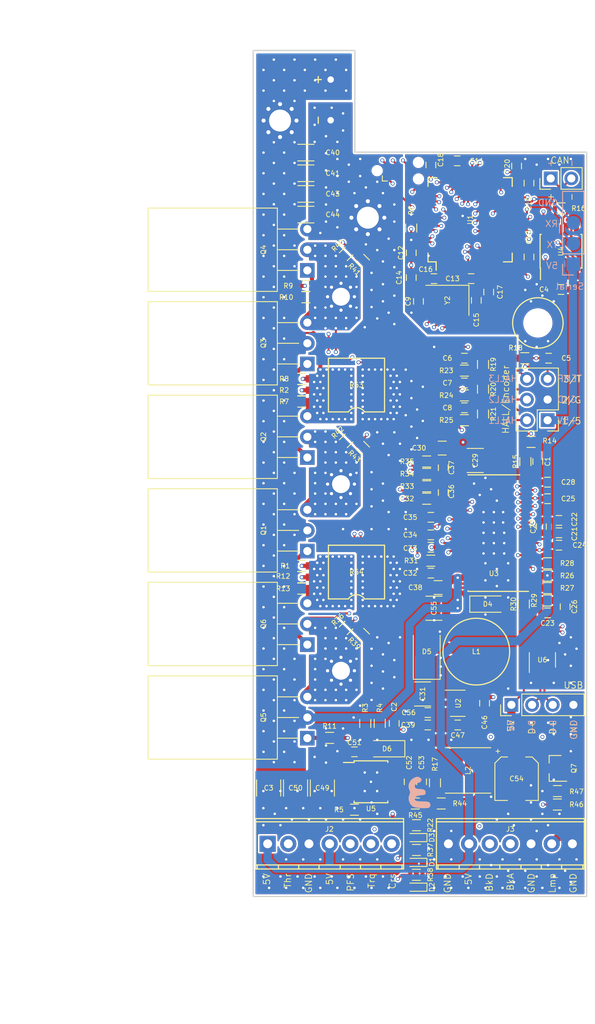
<source format=kicad_pcb>
(kicad_pcb (version 20171130) (host pcbnew "(5.1.5)-3")
  (title_block (title "BLDC Driver 4.6") (date "30 Aug 2014") (rev A) (company "Benjamin Vedder"))
  (layers (0 F.Cu signal) (1 In1.Cu signal) (2 In2.Cu signal) (31 B.Cu signal) (34 B.Paste user) (35 F.Paste user) (36 B.SilkS user) (37 F.SilkS user) (38 B.Mask user) (39 F.Mask user) (44 Edge.Cuts user))
  (net 0 "")
  (net 1 +5V)
  (net 2 GND)
  (net 3 NRST)
  (net 4 "Net-(C23-Pad2)")
  (net 5 "Net-(C27-Pad1)")
  (net 6 "Net-(C27-Pad2)")
  (net 7 "Net-(C28-Pad2)")
  (net 8 "Net-(C34-Pad2)")
  (net 9 "Net-(C36-Pad1)")
  (net 10 "Net-(C36-Pad2)")
  (net 11 "Net-(D1-Pad1)")
  (net 12 "Net-(D2-Pad1)")
  (net 13 SWCLK)
  (net 14 SWDIO)
  (net 15 /MCU/AN_IN)
  (net 16 /MCU/SENS1)
  (net 17 /MCU/SENS2)
  (net 18 /MCU/SENS3)
  (net 19 /MCU/BR_SO2)
  (net 20 /MCU/BR_SO1)
  (net 21 /MCU/DC_CAL)
  (net 22 /MCU/L3)
  (net 23 /MCU/L2)
  (net 24 /MCU/L1)
  (net 25 /MCU/EN_GATE)
  (net 26 /MCU/FAULT)
  (net 27 /MCU/H3)
  (net 28 /MCU/H2)
  (net 29 /MCU/H1)
  (net 30 /Filters/TEMP_IN)
  (net 31 /Filters/HALL3_OUT)
  (net 32 /Filters/HALL2_OUT)
  (net 33 /Filters/HALL1_OUT)
  (net 34 "Net-(D3-Pad1)")
  (net 35 /Filters/HALL1_IN)
  (net 36 /Filters/HALL2_IN)
  (net 37 /Filters/HALL3_IN)
  (net 38 /MCU/LED_GREEN)
  (net 39 /MCU/LED_RED)
  (net 40 /MCU/ADC_TEMP)
  (net 41 "Net-(U3-Pad4)")
  (net 42 "Net-(U3-Pad5)")
  (net 43 "Net-(U3-Pad55)")
  (net 44 "Net-(U3-Pad56)")
  (net 45 "Net-(C10-Pad1)")
  (net 46 "Net-(C11-Pad1)")
  (net 47 "Net-(C21-Pad1)")
  (net 48 "Net-(C24-Pad2)")
  (net 49 "Net-(C26-Pad2)")
  (net 50 "Net-(C32-Pad1)")
  (net 51 "Net-(C32-Pad2)")
  (net 52 "Net-(C33-Pad2)")
  (net 53 "Net-(C35-Pad2)")
  (net 54 "Net-(C37-Pad1)")
  (net 55 "Net-(C37-Pad2)")
  (net 56 "Net-(R26-Pad2)")
  (net 57 "Net-(R28-Pad1)")
  (net 58 "Net-(R31-Pad2)")
  (net 59 "Net-(U1-Pad4)")
  (net 60 "Net-(U1-Pad2)")
  (net 61 "Net-(U1-Pad3)")
  (net 62 "Net-(U1-Pad50)")
  (net 63 "Net-(U1-Pad54)")
  (net 64 "Net-(U1-Pad55)")
  (net 65 "Net-(U1-Pad56)")
  (net 66 "Net-(U1-Pad28)")
  (net 67 "Net-(U4-Pad5)")
  (net 68 +3V3)
  (net 69 +BATT)
  (net 70 "Net-(Q1-Pad1)")
  (net 71 "Net-(Q2-Pad1)")
  (net 72 "Net-(Q3-Pad1)")
  (net 73 "Net-(Q4-Pad1)")
  (net 74 "Net-(Q5-Pad1)")
  (net 75 "Net-(Q6-Pad1)")
  (net 76 "Net-(R30-Pad1)")
  (net 77 "Net-(U4-Pad8)")
  (net 78 "/MOSFETs driver/H1_VS")
  (net 79 "/MOSFETs driver/H2_VS")
  (net 80 "/MOSFETs driver/H3_VS")
  (net 81 "/MOSFETs driver/H1_LOW")
  (net 82 "/MOSFETs driver/H3_LOW")
  (net 83 "/MOSFETs driver/M_H1")
  (net 84 "/MOSFETs driver/M_L1")
  (net 85 "/MOSFETs driver/M_H2")
  (net 86 "/MOSFETs driver/M_L2")
  (net 87 "/MOSFETs driver/M_H3")
  (net 88 "/MOSFETs driver/M_L3")
  (net 89 "/CAN Transceiver/CAN_RX")
  (net 90 "/CAN Transceiver/CAN_TX")
  (net 91 BOOT0)
  (net 92 /ADC_THROTTLE)
  (net 93 /PFS)
  (net 94 /ADC_TORQUE)
  (net 95 /CRUISE)
  (net 96 /TX)
  (net 97 /RX)
  (net 98 /IO_BRAKE)
  (net 99 /ADC_BRAKE)
  (net 100 /MCU/OSC_IN)
  (net 101 /MCU/OSC_OUT)
  (net 102 "/CAN Transceiver/CAN_N")
  (net 103 "/CAN Transceiver/CAN_P")
  (net 104 "Net-(C51-Pad1)")
  (net 105 "Net-(C51-Pad2)")
  (net 106 "Net-(C52-Pad1)")
  (net 107 "Net-(C53-Pad1)")
  (net 108 /D-)
  (net 109 /D+)
  (net 110 "Net-(R5-Pad1)")
  (net 111 "Net-(R17-Pad2)")
  (net 112 /MCU/USB_D+)
  (net 113 /MCU/USB_D-)
  (net 114 "Net-(U5-Pad3)")
  (net 115 "Net-(J3-Pad6)")
  (net 116 "Net-(U2-Pad4)")
  (net 117 "Net-(Q7-Pad1)")
  (net 118 /MCU/LAMP_CMD)
  (net 119 "/MOSFETs driver/SH1+")
  (net 120 "/MOSFETs driver/SH1-")
  (net 121 "/MOSFETs driver/SH2+")
  (net 122 "/MOSFETs driver/SH2-")
  (net 123 VBUS)
  (net 124 "Net-(U1-Pad20)")
  (net 125 "Net-(U1-Pad23)")
  (net 126 "Net-(U1-Pad37)")
  (net 127 "Net-(U1-Pad38)")
  (module Romain:logo (layer B.Cu) (at 120.447 137.3 180)
    (fp_text reference G*** hide)
    (fp_text value LOGO hide)
  )
  (module Pin_Headers:Pin_Header_Straight_1x04_Pitch2.54mm (layer F.Cu) (at 131.75 126.4415 90)
    (fp_text reference J10 hide)
    (fp_text value USB (at 2.413 7.62 180) (layer F.SilkS) (effects (font (size 0.8 0.8) (thickness 0.1))))
    (pad 1 thru_hole rect (at 0 0 90) (size 1.7 1.7) (drill 1) (layers *.Cu *.Mask) (net 123 VBUS))
    (pad 2 thru_hole oval (at 0 2.54 90) (size 1.7 1.7) (drill 1) (layers *.Cu *.Mask) (net 108 /D-))
    (pad 3 thru_hole oval (at 0 5.08 90) (size 1.7 1.7) (drill 1) (layers *.Cu *.Mask) (net 109 /D+))
    (pad 4 thru_hole oval (at 0 7.62 90) (size 1.7 1.7) (drill 1) (layers *.Cu *.Mask) (net 2 GND))
  )
  (module Capacitors_SMD:C_0603 (layer F.Cu) (at 133.909 71.387 90)
    (fp_text reference C19 (at 2.413 0 90) (layer F.SilkS) (effects (font (size 0.6 0.6) (thickness 0.1))))
    (fp_text value 100nF)
    (pad 2 smd rect (at 0.75 0 90) (size 0.8 0.75) (layers F.Cu F.Paste F.Mask) (net 68 +3V3))
    (pad 1 smd rect (at -0.75 0 90) (size 0.8 0.75) (layers F.Cu F.Paste F.Mask) (net 2 GND))
  )
  (module Resistors_SMD:R_0603 (layer F.Cu) (at 120.066 147.333 180)
    (fp_text reference R38 (at -1.7145 0 90) (layer F.SilkS) (effects (font (size 0.6 0.6) (thickness 0.1))))
    (fp_text value 100R)
    (pad 1 smd rect (at -0.75 0 180) (size 0.5 0.9) (layers F.Cu F.Paste F.Mask) (net 12 "Net-(D2-Pad1)"))
    (pad 2 smd rect (at 0.75 0 180) (size 0.5 0.9) (layers F.Cu F.Paste F.Mask) (net 39 /MCU/LED_RED))
  )
  (module LEDs:LED_0603 (layer F.Cu) (at 120.066 148.857 180)
    (fp_text reference D2 (at -1.905 0 90) (layer F.SilkS) (effects (font (size 0.6 0.6) (thickness 0.1))))
    (fp_text value RED)
    (pad 2 smd rect (at 0.8 0) (size 0.8 0.8) (layers F.Cu F.Paste F.Mask) (net 2 GND))
    (pad 1 smd rect (at -0.8 0) (size 0.8 0.8) (layers F.Cu F.Paste F.Mask) (net 12 "Net-(D2-Pad1)"))
  )
  (module Romain:WSLP2726 (layer F.Cu) (at 112.7 87.135)
    (fp_text reference R53 (at 0 0 180) (layer F.SilkS) (effects (font (size 0.6 0.6) (thickness 0.1))))
    (fp_text value 1mR hide)
    (pad 3 smd rect (at 2.48 -2.9845) (size 2.44 0.89) (layers F.Cu F.Paste F.Mask) (net 122 "/MOSFETs driver/SH2-"))
    (pad 2 smd rect (at -2.48 -2.9845) (size 2.44 0.89) (layers F.Cu F.Paste F.Mask) (net 121 "/MOSFETs driver/SH2+"))
    (pad 4 smd rect (at 2.48 1.143) (size 2.44 5.6) (layers F.Cu F.Paste F.Mask) (net 2 GND))
    (pad 1 smd rect (at -2.48 1.143) (size 2.44 5.6) (layers F.Cu F.Paste F.Mask) (net 81 "/MOSFETs driver/H1_LOW"))
  )
  (module Resistors_SMD:R_0603 (layer F.Cu) (at 125.9715 85.357 180)
    (fp_text reference R23 (at 2.2225 0) (layer F.SilkS) (effects (font (size 0.6 0.6) (thickness 0.1))))
    (fp_text value 10k)
    (pad 1 smd rect (at -0.75 0 180) (size 0.5 0.9) (layers F.Cu F.Paste F.Mask) (net 37 /Filters/HALL3_IN))
    (pad 2 smd rect (at 0.75 0 180) (size 0.5 0.9) (layers F.Cu F.Paste F.Mask) (net 31 /Filters/HALL3_OUT))
  )
  (module Resistors_SMD:R_0603 (layer F.Cu) (at 128.2575 90.691 90)
    (fp_text reference R21 (at 0 1.27 90) (layer F.SilkS) (effects (font (size 0.6 0.6) (thickness 0.1))))
    (fp_text value 2k2)
    (pad 1 smd rect (at -0.75 0 90) (size 0.5 0.9) (layers F.Cu F.Paste F.Mask) (net 35 /Filters/HALL1_IN))
    (pad 2 smd rect (at 0.75 0 90) (size 0.5 0.9) (layers F.Cu F.Paste F.Mask) (net 68 +3V3))
  )
  (module Resistors_SMD:R_0603 (layer F.Cu) (at 125.9715 91.453 180)
    (fp_text reference R25 (at 2.2225 0) (layer F.SilkS) (effects (font (size 0.6 0.6) (thickness 0.1))))
    (fp_text value 10k)
    (pad 1 smd rect (at -0.75 0 180) (size 0.5 0.9) (layers F.Cu F.Paste F.Mask) (net 35 /Filters/HALL1_IN))
    (pad 2 smd rect (at 0.75 0 180) (size 0.5 0.9) (layers F.Cu F.Paste F.Mask) (net 33 /Filters/HALL1_OUT))
  )
  (module Resistors_SMD:R_0603 (layer F.Cu) (at 128.2575 87.643 90)
    (fp_text reference R20 (at 0 1.27 90) (layer F.SilkS) (effects (font (size 0.6 0.6) (thickness 0.1))))
    (fp_text value 2k2)
    (pad 1 smd rect (at -0.75 0 90) (size 0.5 0.9) (layers F.Cu F.Paste F.Mask) (net 36 /Filters/HALL2_IN))
    (pad 2 smd rect (at 0.75 0 90) (size 0.5 0.9) (layers F.Cu F.Paste F.Mask) (net 68 +3V3))
  )
  (module Resistors_SMD:R_0603 (layer F.Cu) (at 125.9715 88.405 180)
    (fp_text reference R24 (at 2.2225 0) (layer F.SilkS) (effects (font (size 0.6 0.6) (thickness 0.1))))
    (fp_text value 10k)
    (pad 1 smd rect (at -0.75 0 180) (size 0.5 0.9) (layers F.Cu F.Paste F.Mask) (net 36 /Filters/HALL2_IN))
    (pad 2 smd rect (at 0.75 0 180) (size 0.5 0.9) (layers F.Cu F.Paste F.Mask) (net 32 /Filters/HALL2_OUT))
  )
  (module Resistors_SMD:R_0603 (layer F.Cu) (at 128.2575 84.595 90)
    (fp_text reference R19 (at 0 1.27 90) (layer F.SilkS) (effects (font (size 0.6 0.6) (thickness 0.1))))
    (fp_text value 2k2)
    (pad 1 smd rect (at -0.75 0 90) (size 0.5 0.9) (layers F.Cu F.Paste F.Mask) (net 37 /Filters/HALL3_IN))
    (pad 2 smd rect (at 0.75 0 90) (size 0.5 0.9) (layers F.Cu F.Paste F.Mask) (net 68 +3V3))
  )
  (module Resistors_SMD:R_0603 (layer F.Cu) (at 133.401 83.833 180)
    (fp_text reference R18 (at 1.143 1.27) (layer F.SilkS) (effects (font (size 0.6 0.6) (thickness 0.1))))
    (fp_text value 10k)
    (pad 1 smd rect (at -0.75 0 180) (size 0.5 0.9) (layers F.Cu F.Paste F.Mask) (net 30 /Filters/TEMP_IN))
    (pad 2 smd rect (at 0.75 0 180) (size 0.5 0.9) (layers F.Cu F.Paste F.Mask) (net 68 +3V3))
  )
  (module Capacitors_SMD:C_0603 (layer F.Cu) (at 125.9715 83.833)
    (fp_text reference C6 (at -2.0955 0) (layer F.SilkS) (effects (font (size 0.6 0.6) (thickness 0.1))))
    (fp_text value 4.7nF)
    (pad 2 smd rect (at 0.75 0) (size 0.8 0.75) (layers F.Cu F.Paste F.Mask) (net 2 GND))
    (pad 1 smd rect (at -0.75 0) (size 0.8 0.75) (layers F.Cu F.Paste F.Mask) (net 31 /Filters/HALL3_OUT))
  )
  (module Capacitors_SMD:C_0603 (layer F.Cu) (at 125.9715 86.881)
    (fp_text reference C7 (at -2.0955 0) (layer F.SilkS) (effects (font (size 0.6 0.6) (thickness 0.1))))
    (fp_text value 4.7nF)
    (pad 2 smd rect (at 0.75 0) (size 0.8 0.75) (layers F.Cu F.Paste F.Mask) (net 2 GND))
    (pad 1 smd rect (at -0.75 0) (size 0.8 0.75) (layers F.Cu F.Paste F.Mask) (net 32 /Filters/HALL2_OUT))
  )
  (module Capacitors_SMD:C_0603 (layer F.Cu) (at 136.322 83.833)
    (fp_text reference C5 (at 2.159 0) (layer F.SilkS) (effects (font (size 0.6 0.6) (thickness 0.1))))
    (fp_text value 4.7nF)
    (pad 2 smd rect (at 0.75 0) (size 0.8 0.75) (layers F.Cu F.Paste F.Mask) (net 2 GND))
    (pad 1 smd rect (at -0.75 0) (size 0.8 0.75) (layers F.Cu F.Paste F.Mask) (net 30 /Filters/TEMP_IN))
  )
  (module Capacitors_SMD:C_0603 (layer F.Cu) (at 125.9715 89.929)
    (fp_text reference C8 (at -2.0955 0) (layer F.SilkS) (effects (font (size 0.6 0.6) (thickness 0.1))))
    (fp_text value 4.7nF)
    (pad 2 smd rect (at 0.75 0) (size 0.8 0.75) (layers F.Cu F.Paste F.Mask) (net 2 GND))
    (pad 1 smd rect (at -0.75 0) (size 0.8 0.75) (layers F.Cu F.Paste F.Mask) (net 33 /Filters/HALL1_OUT))
  )
  (module Pin_Headers:Pin_Header_Straight_2x03_Pitch2.54mm (layer F.Cu) (at 136.195 91.453 180)
    (fp_text reference J1 hide)
    (fp_text value HALL/Encoder (at 5.1435 2.54 90) (layer F.SilkS) (effects (font (size 0.8 0.8) (thickness 0.1))))
    (pad 1 thru_hole rect (at 0 0 180) (size 1.7 1.7) (drill 1) (layers *.Cu *.Mask) (net 1 +5V))
    (pad 2 thru_hole oval (at 2.54 0 180) (size 1.7 1.7) (drill 1) (layers *.Cu *.Mask) (net 35 /Filters/HALL1_IN))
    (pad 3 thru_hole oval (at 0 2.54 180) (size 1.7 1.7) (drill 1) (layers *.Cu *.Mask) (net 2 GND))
    (pad 4 thru_hole oval (at 2.54 2.54 180) (size 1.7 1.7) (drill 1) (layers *.Cu *.Mask) (net 36 /Filters/HALL2_IN))
    (pad 5 thru_hole oval (at 0 5.08 180) (size 1.7 1.7) (drill 1) (layers *.Cu *.Mask) (net 30 /Filters/TEMP_IN))
    (pad 6 thru_hole oval (at 2.54 5.08 180) (size 1.7 1.7) (drill 1) (layers *.Cu *.Mask) (net 37 /Filters/HALL3_IN))
  )
  (module Mounting_Holes:MountingHole_2.7mm_Pad_Via (layer F.Cu) (at 114.097 66.561 180)
    (fp_text reference J5 hide)
    (fp_text value IN-)
    (pad 1 thru_hole circle (at 0 0 180) (size 5.4 5.4) (drill 2.7) (layers *.Cu *.Mask) (net 2 GND))
    (pad 1 thru_hole circle (at 2.025 0 180) (size 0.8 0.8) (drill 0.5) (layers *.Cu *.Mask) (net 2 GND))
    (pad 1 thru_hole circle (at 1.431891 1.431891 180) (size 0.8 0.8) (drill 0.5) (layers *.Cu *.Mask) (net 2 GND))
    (pad 1 thru_hole circle (at 0 2.025 180) (size 0.8 0.8) (drill 0.5) (layers *.Cu *.Mask) (net 2 GND))
    (pad 1 thru_hole circle (at -1.431891 1.431891 180) (size 0.8 0.8) (drill 0.5) (layers *.Cu *.Mask) (net 2 GND))
    (pad 1 thru_hole circle (at -2.025 0 180) (size 0.8 0.8) (drill 0.5) (layers *.Cu *.Mask) (net 2 GND))
    (pad 1 thru_hole circle (at -1.431891 -1.431891 180) (size 0.8 0.8) (drill 0.5) (layers *.Cu *.Mask) (net 2 GND))
    (pad 1 thru_hole circle (at 0 -2.025 180) (size 0.8 0.8) (drill 0.5) (layers *.Cu *.Mask) (net 2 GND))
    (pad 1 thru_hole circle (at 1.431891 -1.431891 180) (size 0.8 0.8) (drill 0.5) (layers *.Cu *.Mask) (net 2 GND))
  )
  (module Mounting_Holes:MountingHole_2.7mm_Pad_Via (layer F.Cu) (at 103.302 54.623 180)
    (fp_text reference J4 hide)
    (fp_text value IN+)
    (pad 1 thru_hole circle (at 0 0 180) (size 5.4 5.4) (drill 2.7) (layers *.Cu *.Mask) (net 69 +BATT))
    (pad 1 thru_hole circle (at 2.025 0 180) (size 0.8 0.8) (drill 0.5) (layers *.Cu *.Mask) (net 69 +BATT))
    (pad 1 thru_hole circle (at 1.431891 1.431891 180) (size 0.8 0.8) (drill 0.5) (layers *.Cu *.Mask) (net 69 +BATT))
    (pad 1 thru_hole circle (at 0 2.025 180) (size 0.8 0.8) (drill 0.5) (layers *.Cu *.Mask) (net 69 +BATT))
    (pad 1 thru_hole circle (at -1.431891 1.431891 180) (size 0.8 0.8) (drill 0.5) (layers *.Cu *.Mask) (net 69 +BATT))
    (pad 1 thru_hole circle (at -2.025 0 180) (size 0.8 0.8) (drill 0.5) (layers *.Cu *.Mask) (net 69 +BATT))
    (pad 1 thru_hole circle (at -1.431891 -1.431891 180) (size 0.8 0.8) (drill 0.5) (layers *.Cu *.Mask) (net 69 +BATT))
    (pad 1 thru_hole circle (at 0 -2.025 180) (size 0.8 0.8) (drill 0.5) (layers *.Cu *.Mask) (net 69 +BATT))
    (pad 1 thru_hole circle (at 1.431891 -1.431891 180) (size 0.8 0.8) (drill 0.5) (layers *.Cu *.Mask) (net 69 +BATT))
  )
  (module Mounting_Holes:MountingHole_2.2mm_M2_Pad_Via (layer F.Cu) (at 110.795 122.2505)
    (fp_text reference J8 hide)
    (fp_text value MOTOR1)
    (pad 1 thru_hole circle (at 0 0) (size 4.4 4.4) (drill 2.2) (layers *.Cu *.Mask) (net 80 "/MOSFETs driver/H3_VS"))
    (pad 1 thru_hole circle (at 1.65 0) (size 0.7 0.7) (drill 0.4) (layers *.Cu *.Mask) (net 80 "/MOSFETs driver/H3_VS"))
    (pad 1 thru_hole circle (at 1.166726 1.166726) (size 0.7 0.7) (drill 0.4) (layers *.Cu *.Mask) (net 80 "/MOSFETs driver/H3_VS"))
    (pad 1 thru_hole circle (at 0 1.65) (size 0.7 0.7) (drill 0.4) (layers *.Cu *.Mask) (net 80 "/MOSFETs driver/H3_VS"))
    (pad 1 thru_hole circle (at -1.166726 1.166726) (size 0.7 0.7) (drill 0.4) (layers *.Cu *.Mask) (net 80 "/MOSFETs driver/H3_VS"))
    (pad 1 thru_hole circle (at -1.65 0) (size 0.7 0.7) (drill 0.4) (layers *.Cu *.Mask) (net 80 "/MOSFETs driver/H3_VS"))
    (pad 1 thru_hole circle (at -1.166726 -1.166726) (size 0.7 0.7) (drill 0.4) (layers *.Cu *.Mask) (net 80 "/MOSFETs driver/H3_VS"))
    (pad 1 thru_hole circle (at 0 -1.65) (size 0.7 0.7) (drill 0.4) (layers *.Cu *.Mask) (net 80 "/MOSFETs driver/H3_VS"))
    (pad 1 thru_hole circle (at 1.166726 -1.166726) (size 0.7 0.7) (drill 0.4) (layers *.Cu *.Mask) (net 80 "/MOSFETs driver/H3_VS"))
  )
  (module Mounting_Holes:MountingHole_2.2mm_M2_Pad_Via (layer F.Cu) (at 110.795 76.2765)
    (fp_text reference J7 hide)
    (fp_text value MOTOR2)
    (pad 1 thru_hole circle (at 0 0) (size 4.4 4.4) (drill 2.2) (layers *.Cu *.Mask) (net 79 "/MOSFETs driver/H2_VS"))
    (pad 1 thru_hole circle (at 1.65 0) (size 0.7 0.7) (drill 0.4) (layers *.Cu *.Mask) (net 79 "/MOSFETs driver/H2_VS"))
    (pad 1 thru_hole circle (at 1.166726 1.166726) (size 0.7 0.7) (drill 0.4) (layers *.Cu *.Mask) (net 79 "/MOSFETs driver/H2_VS"))
    (pad 1 thru_hole circle (at 0 1.65) (size 0.7 0.7) (drill 0.4) (layers *.Cu *.Mask) (net 79 "/MOSFETs driver/H2_VS"))
    (pad 1 thru_hole circle (at -1.166726 1.166726) (size 0.7 0.7) (drill 0.4) (layers *.Cu *.Mask) (net 79 "/MOSFETs driver/H2_VS"))
    (pad 1 thru_hole circle (at -1.65 0) (size 0.7 0.7) (drill 0.4) (layers *.Cu *.Mask) (net 79 "/MOSFETs driver/H2_VS"))
    (pad 1 thru_hole circle (at -1.166726 -1.166726) (size 0.7 0.7) (drill 0.4) (layers *.Cu *.Mask) (net 79 "/MOSFETs driver/H2_VS"))
    (pad 1 thru_hole circle (at 0 -1.65) (size 0.7 0.7) (drill 0.4) (layers *.Cu *.Mask) (net 79 "/MOSFETs driver/H2_VS"))
    (pad 1 thru_hole circle (at 1.166726 -1.166726) (size 0.7 0.7) (drill 0.4) (layers *.Cu *.Mask) (net 79 "/MOSFETs driver/H2_VS"))
  )
  (module Mounting_Holes:MountingHole_2.2mm_M2_Pad_Via (layer F.Cu) (at 110.795 99.313)
    (fp_text reference J6 hide)
    (fp_text value MOTOR3)
    (pad 1 thru_hole circle (at 0 0) (size 4.4 4.4) (drill 2.2) (layers *.Cu *.Mask) (net 78 "/MOSFETs driver/H1_VS"))
    (pad 1 thru_hole circle (at 1.65 0) (size 0.7 0.7) (drill 0.4) (layers *.Cu *.Mask) (net 78 "/MOSFETs driver/H1_VS"))
    (pad 1 thru_hole circle (at 1.166726 1.166726) (size 0.7 0.7) (drill 0.4) (layers *.Cu *.Mask) (net 78 "/MOSFETs driver/H1_VS"))
    (pad 1 thru_hole circle (at 0 1.65) (size 0.7 0.7) (drill 0.4) (layers *.Cu *.Mask) (net 78 "/MOSFETs driver/H1_VS"))
    (pad 1 thru_hole circle (at -1.166726 1.166726) (size 0.7 0.7) (drill 0.4) (layers *.Cu *.Mask) (net 78 "/MOSFETs driver/H1_VS"))
    (pad 1 thru_hole circle (at -1.65 0) (size 0.7 0.7) (drill 0.4) (layers *.Cu *.Mask) (net 78 "/MOSFETs driver/H1_VS"))
    (pad 1 thru_hole circle (at -1.166726 -1.166726) (size 0.7 0.7) (drill 0.4) (layers *.Cu *.Mask) (net 78 "/MOSFETs driver/H1_VS"))
    (pad 1 thru_hole circle (at 0 -1.65) (size 0.7 0.7) (drill 0.4) (layers *.Cu *.Mask) (net 78 "/MOSFETs driver/H1_VS"))
    (pad 1 thru_hole circle (at 1.166726 -1.166726) (size 0.7 0.7) (drill 0.4) (layers *.Cu *.Mask) (net 78 "/MOSFETs driver/H1_VS"))
  )
  (module Romain:TO-220-3_Horizontal (layer F.Cu) (at 106.66 84.54 90)
    (fp_text reference Q3 (at 2.54 -5.39 90) (layer F.SilkS) (effects (font (size 0.6 0.6) (thickness 0.1))))
    (fp_text value IRFB7530)
    (pad 0 np_thru_hole oval (at 2.54 -16.66 90) (size 3.5 3.5) (drill 3.5) (layers *.Cu *.Mask))
    (pad 1 thru_hole rect (at 0 0 90) (size 1.8 1.8) (drill 1) (layers *.Cu *.Mask) (net 72 "Net-(Q3-Pad1)"))
    (pad 2 thru_hole oval (at 2.54 0 90) (size 1.8 1.8) (drill 1) (layers *.Cu *.Mask) (net 69 +BATT))
    (pad 3 thru_hole oval (at 5.08 0 90) (size 1.8 1.8) (drill 1) (layers *.Cu *.Mask) (net 79 "/MOSFETs driver/H2_VS"))
  )
  (module Housings_SOIC:TI_SO-PowerPAD-8 (layer F.Cu) (at 114.478 135.903)
    (fp_text reference U5 (at 0 3.302) (layer F.SilkS) (effects (font (size 0.6 0.6) (thickness 0.1))))
    (fp_text value TPS54360DDA)
    (pad 1 smd rect (at -2.78 -1.905) (size 1.91 0.61) (layers F.Cu F.Paste F.Mask) (net 104 "Net-(C51-Pad1)"))
    (pad 2 smd rect (at -2.78 -0.635) (size 1.91 0.61) (layers F.Cu F.Paste F.Mask) (net 69 +BATT))
    (pad 3 smd rect (at -2.78 0.635) (size 1.91 0.61) (layers F.Cu F.Paste F.Mask) (net 114 "Net-(U5-Pad3)"))
    (pad 4 smd rect (at -2.78 1.905) (size 1.91 0.61) (layers F.Cu F.Paste F.Mask) (net 110 "Net-(R5-Pad1)"))
    (pad 5 smd rect (at 2.78 1.905) (size 1.91 0.61) (layers F.Cu F.Paste F.Mask) (net 111 "Net-(R17-Pad2)"))
    (pad 6 smd rect (at 2.78 0.635) (size 1.91 0.61) (layers F.Cu F.Paste F.Mask) (net 106 "Net-(C52-Pad1)"))
    (pad 7 smd rect (at 2.78 -0.635) (size 1.91 0.61) (layers F.Cu F.Paste F.Mask) (net 2 GND))
    (pad 8 smd rect (at 2.78 -1.905) (size 1.91 0.61) (layers F.Cu F.Paste F.Mask) (net 105 "Net-(C51-Pad2)"))
    (pad 9 smd rect (at 0.6025 0.775) (size 1.205 1.55) (layers F.Cu F.Paste F.Mask) (net 2 GND))
    (pad 9 smd rect (at 0.6025 -0.775) (size 1.205 1.55) (layers F.Cu F.Paste F.Mask) (net 2 GND))
    (pad 9 smd rect (at -0.6025 0.775) (size 1.205 1.55) (layers F.Cu F.Paste F.Mask) (net 2 GND))
    (pad 9 smd rect (at -0.6025 -0.775) (size 1.205 1.55) (layers F.Cu F.Paste F.Mask) (net 2 GND))
  )
  (module Crystals:Crystal_SMD_5032-4pin_5.0x3.2mm (layer F.Cu) (at 123.876 76.721 180)
    (fp_text reference Y2 (at 0 0 90) (layer F.SilkS) (effects (font (size 0.6 0.6) (thickness 0.1))))
    (fp_text value 8MHz)
    (pad 1 smd rect (at -1.65 1 180) (size 1.6 1.3) (layers F.Cu F.Paste F.Mask) (net 101 /MCU/OSC_OUT))
    (pad 2 smd rect (at 1.65 1 180) (size 1.6 1.3) (layers F.Cu F.Paste F.Mask) (net 2 GND))
    (pad 3 smd rect (at 1.65 -1 180) (size 1.6 1.3) (layers F.Cu F.Paste F.Mask) (net 100 /MCU/OSC_IN))
    (pad 4 smd rect (at -1.65 -1 180) (size 1.6 1.3) (layers F.Cu F.Paste F.Mask) (net 2 GND))
  )
  (module Capacitors_SMD:C_0603 (layer F.Cu) (at 121.463 127.394 180)
    (fp_text reference C56 (at 2.3495 0) (layer F.SilkS) (effects (font (size 0.6 0.6) (thickness 0.1))))
    (fp_text value 100nF)
    (pad 2 smd rect (at 0.75 0 180) (size 0.8 0.75) (layers F.Cu F.Paste F.Mask) (net 2 GND))
    (pad 1 smd rect (at -0.75 0 180) (size 0.8 0.75) (layers F.Cu F.Paste F.Mask) (net 1 +5V))
  )
  (module Capacitors_SMD:C_1210 (layer F.Cu) (at 122.225 114.567)
    (fp_text reference C55 (at 0 0 270) (layer F.SilkS) (effects (font (size 0.6 0.6) (thickness 0.1))))
    (fp_text value 2.2uF)
    (pad 1 smd rect (at -1.5 0) (size 1 2.5) (layers F.Cu F.Paste F.Mask) (net 2 GND))
    (pad 2 smd rect (at 1.5 0) (size 1 2.5) (layers F.Cu F.Paste F.Mask) (net 69 +BATT))
  )
  (module Capacitors_SMD:C_0603 (layer F.Cu) (at 121.463 128.918 180)
    (fp_text reference C39 (at 2.413 0) (layer F.SilkS) (effects (font (size 0.6 0.6) (thickness 0.1))))
    (fp_text value 1uF)
    (pad 2 smd rect (at 0.75 0 180) (size 0.8 0.75) (layers F.Cu F.Paste F.Mask) (net 2 GND))
    (pad 1 smd rect (at -0.75 0 180) (size 0.8 0.75) (layers F.Cu F.Paste F.Mask) (net 1 +5V))
  )
  (module Capacitors_SMD:C_0805 (layer F.Cu) (at 122.733 112.027)
    (fp_text reference C38 (at -2.794 0) (layer F.SilkS) (effects (font (size 0.6 0.6) (thickness 0.1))))
    (fp_text value 100nF)
    (pad 1 smd rect (at -1 0) (size 1 1.25) (layers F.Cu F.Paste F.Mask) (net 2 GND))
    (pad 2 smd rect (at 1 0) (size 1 1.25) (layers F.Cu F.Paste F.Mask) (net 69 +BATT))
  )
  (module Capacitors_SMD:C_1210 (layer F.Cu) (at 120.828 125.108 180)
    (fp_text reference C31 (at 0 0 270) (layer F.SilkS) (effects (font (size 0.6 0.6) (thickness 0.1))))
    (fp_text value 47uF)
    (pad 1 smd rect (at -1.5 0 180) (size 1 2.5) (layers F.Cu F.Paste F.Mask) (net 1 +5V))
    (pad 2 smd rect (at 1.5 0 180) (size 1 2.5) (layers F.Cu F.Paste F.Mask) (net 2 GND))
  )
  (module Capacitors_SMD:C_0805 (layer F.Cu) (at 123.241 94.882 180)
    (fp_text reference C30 (at 2.845 0.013) (layer F.SilkS) (effects (font (size 0.6 0.6) (thickness 0.1))))
    (fp_text value 100nF)
    (pad 1 smd rect (at -1 0 180) (size 1 1.25) (layers F.Cu F.Paste F.Mask) (net 69 +BATT))
    (pad 2 smd rect (at 1 0 180) (size 1 1.25) (layers F.Cu F.Paste F.Mask) (net 2 GND))
  )
  (module Capacitors_SMD:C_1210 (layer F.Cu) (at 127.305 96.406)
    (fp_text reference C29 (at 0 0 90) (layer F.SilkS) (effects (font (size 0.6 0.6) (thickness 0.1))))
    (fp_text value 2.2uF)
    (pad 1 smd rect (at -1.5 0) (size 1 2.5) (layers F.Cu F.Paste F.Mask) (net 69 +BATT))
    (pad 2 smd rect (at 1.5 0) (size 1 2.5) (layers F.Cu F.Paste F.Mask) (net 2 GND))
  )
  (module Romain:Capacitor_Horizontal (layer F.Cu) (at 109.525 52.083 270)
    (fp_text reference C48 hide)
    (fp_text value 15uF/100V)
    (fp_text user - (at 2.5 1.6 90) (layer F.SilkS))
    (fp_text user + (at -2.5 1.6 90) (layer F.SilkS))
    (pad 2 thru_hole circle (at 2.5 0 270) (size 1.8 1.8) (drill 0.8) (layers *.Cu *.Mask) (net 2 GND))
    (pad 1 thru_hole roundrect (at -2.5 0) (size 1.8 1.8) (drill 0.8) (layers *.Cu *.Mask) (net 69 +BATT))
  )
  (module Capacitors_SMD:C_0603 (layer F.Cu) (at 136.195 99.073 180)
    (fp_text reference C28 (at -2.54 0) (layer F.SilkS) (effects (font (size 0.6 0.6) (thickness 0.1))))
    (fp_text value 1uF)
    (pad 2 smd rect (at 0.75 0 180) (size 0.8 0.75) (layers F.Cu F.Paste F.Mask) (net 7 "Net-(C28-Pad2)"))
    (pad 1 smd rect (at -0.75 0 180) (size 0.8 0.75) (layers F.Cu F.Paste F.Mask) (net 2 GND))
  )
  (module Diodes_SMD:D_SOD-123F (layer F.Cu) (at 128.829 114.059)
    (fp_text reference D4 (at 0 0) (layer F.SilkS) (effects (font (size 0.6 0.6) (thickness 0.1))))
    (fp_text value 60V)
    (pad 1 smd rect (at -1.4 0) (size 1.1 1.1) (layers F.Cu F.Paste F.Mask) (net 50 "Net-(C32-Pad1)"))
    (pad 2 smd rect (at 1.4 0) (size 1.1 1.1) (layers F.Cu F.Paste F.Mask) (net 2 GND))
  )
  (module Capacitors_SMD:C_0603 (layer F.Cu) (at 123.368 97.295 90)
    (fp_text reference C37 (at 0 1.016 90) (layer F.SilkS) (effects (font (size 0.6 0.6) (thickness 0.1))))
    (fp_text value 1nF)
    (pad 2 smd rect (at 0.75 0 90) (size 0.8 0.75) (layers F.Cu F.Paste F.Mask) (net 55 "Net-(C37-Pad2)"))
    (pad 1 smd rect (at -0.75 0 90) (size 0.8 0.75) (layers F.Cu F.Paste F.Mask) (net 54 "Net-(C37-Pad1)"))
  )
  (module Resistors_SMD:R_0603 (layer F.Cu) (at 121.336 96.533)
    (fp_text reference R35 (at -2.413 0) (layer F.SilkS) (effects (font (size 0.6 0.6) (thickness 0.1))))
    (fp_text value 100R)
    (pad 1 smd rect (at -0.75 0) (size 0.5 0.9) (layers F.Cu F.Paste F.Mask) (net 122 "/MOSFETs driver/SH2-"))
    (pad 2 smd rect (at 0.75 0) (size 0.5 0.9) (layers F.Cu F.Paste F.Mask) (net 55 "Net-(C37-Pad2)"))
  )
  (module Resistors_SMD:R_0603 (layer F.Cu) (at 121.336 98.057)
    (fp_text reference R34 (at -2.413 0) (layer F.SilkS) (effects (font (size 0.6 0.6) (thickness 0.1))))
    (fp_text value 100R)
    (pad 1 smd rect (at -0.75 0) (size 0.5 0.9) (layers F.Cu F.Paste F.Mask) (net 121 "/MOSFETs driver/SH2+"))
    (pad 2 smd rect (at 0.75 0) (size 0.5 0.9) (layers F.Cu F.Paste F.Mask) (net 54 "Net-(C37-Pad1)"))
  )
  (module Capacitors_SMD:C_1206 (layer F.Cu) (at 106.477 61.1)
    (fp_text reference C41 (at 3.302 0) (layer F.SilkS) (effects (font (size 0.6 0.6) (thickness 0.1))))
    (fp_text value 10uF)
    (pad 1 smd rect (at -1.5 0) (size 1 1.6) (layers F.Cu F.Paste F.Mask) (net 69 +BATT))
    (pad 2 smd rect (at 1.5 0) (size 1 1.6) (layers F.Cu F.Paste F.Mask) (net 2 GND))
  )
  (module Capacitors_SMD:C_1206 (layer F.Cu) (at 106.477 58.56)
    (fp_text reference C40 (at 3.302 0) (layer F.SilkS) (effects (font (size 0.6 0.6) (thickness 0.1))))
    (fp_text value 10uF)
    (pad 1 smd rect (at -1.5 0) (size 1 1.6) (layers F.Cu F.Paste F.Mask) (net 69 +BATT))
    (pad 2 smd rect (at 1.5 0) (size 1 1.6) (layers F.Cu F.Paste F.Mask) (net 2 GND))
  )
  (module TO_SOT_Packages_SMD:SOT-23-6 (layer F.Cu) (at 135.56 120.917 90)
    (fp_text reference U6 (at 0 0) (layer F.SilkS) (effects (font (size 0.6 0.6) (thickness 0.1))))
    (fp_text value USBLC6-2SC6)
    (pad 1 smd rect (at -1.1 -0.95 90) (size 1.06 0.65) (layers F.Cu F.Paste F.Mask) (net 108 /D-))
    (pad 2 smd rect (at -1.1 0 90) (size 1.06 0.65) (layers F.Cu F.Paste F.Mask) (net 2 GND))
    (pad 3 smd rect (at -1.1 0.95 90) (size 1.06 0.65) (layers F.Cu F.Paste F.Mask) (net 109 /D+))
    (pad 4 smd rect (at 1.1 0.95 90) (size 1.06 0.65) (layers F.Cu F.Paste F.Mask) (net 112 /MCU/USB_D+))
    (pad 6 smd rect (at 1.1 -0.95 90) (size 1.06 0.65) (layers F.Cu F.Paste F.Mask) (net 113 /MCU/USB_D-))
    (pad 5 smd rect (at 1.1 0 90) (size 1.06 0.65) (layers F.Cu F.Paste F.Mask) (net 123 VBUS))
  )
  (module Capacitors_SMD:C_0603 (layer F.Cu) (at 136.195 115.1385 180)
    (fp_text reference C23 (at 0 -1.27 180) (layer F.SilkS) (effects (font (size 0.6 0.6) (thickness 0.1))))
    (fp_text value 120pF)
    (pad 2 smd rect (at 0.75 0 180) (size 0.8 0.75) (layers F.Cu F.Paste F.Mask) (net 4 "Net-(C23-Pad2)"))
    (pad 1 smd rect (at -0.75 0 180) (size 0.8 0.75) (layers F.Cu F.Paste F.Mask) (net 2 GND))
  )
  (module Resistors_SMD:R_0603 (layer F.Cu) (at 137.4015 137.046 180)
    (fp_text reference R47 (at -2.3495 -0.0635) (layer F.SilkS) (effects (font (size 0.6 0.6) (thickness 0.1))))
    (fp_text value 10k)
    (pad 1 smd rect (at -0.75 0 180) (size 0.5 0.9) (layers F.Cu F.Paste F.Mask) (net 117 "Net-(Q7-Pad1)"))
    (pad 2 smd rect (at 0.75 0 180) (size 0.5 0.9) (layers F.Cu F.Paste F.Mask) (net 2 GND))
  )
  (module Resistors_SMD:R_0603 (layer F.Cu) (at 137.4015 138.697)
    (fp_text reference R46 (at 2.3495 0) (layer F.SilkS) (effects (font (size 0.6 0.6) (thickness 0.1))))
    (fp_text value 100R)
    (pad 1 smd rect (at -0.75 0) (size 0.5 0.9) (layers F.Cu F.Paste F.Mask) (net 118 /MCU/LAMP_CMD))
    (pad 2 smd rect (at 0.75 0) (size 0.5 0.9) (layers F.Cu F.Paste F.Mask) (net 117 "Net-(Q7-Pad1)"))
  )
  (module TO_SOT_Packages_SMD:SOT-23 (layer F.Cu) (at 137.1475 134.252 180)
    (fp_text reference Q7 (at -2.286 0 90) (layer F.SilkS) (effects (font (size 0.6 0.6) (thickness 0.1))))
    (fp_text value DMN3300U)
    (pad 1 smd rect (at -1 -0.95 180) (size 0.9 0.8) (layers F.Cu F.Paste F.Mask) (net 117 "Net-(Q7-Pad1)"))
    (pad 2 smd rect (at -1 0.95 180) (size 0.9 0.8) (layers F.Cu F.Paste F.Mask) (net 115 "Net-(J3-Pad6)"))
    (pad 3 smd rect (at 1 0 180) (size 0.9 0.8) (layers F.Cu F.Paste F.Mask) (net 123 VBUS))
  )
  (module Capacitors_SMD:C_1210 (layer F.Cu) (at 105.207 136.665 270)
    (fp_text reference C50 (at 0 0 180) (layer F.SilkS) (effects (font (size 0.6 0.6) (thickness 0.1))))
    (fp_text value 10uF)
    (pad 1 smd rect (at -1.5 0 270) (size 1 2.5) (layers F.Cu F.Paste F.Mask) (net 69 +BATT))
    (pad 2 smd rect (at 1.5 0 270) (size 1 2.5) (layers F.Cu F.Paste F.Mask) (net 2 GND))
  )
  (module Capacitors_SMD:C_1210 (layer F.Cu) (at 101.905 136.665 270)
    (fp_text reference C3 (at 0 0 180) (layer F.SilkS) (effects (font (size 0.6 0.6) (thickness 0.1))))
    (fp_text value 10uF)
    (pad 1 smd rect (at -1.5 0 270) (size 1 2.5) (layers F.Cu F.Paste F.Mask) (net 69 +BATT))
    (pad 2 smd rect (at 1.5 0 270) (size 1 2.5) (layers F.Cu F.Paste F.Mask) (net 2 GND))
  )
  (module Capacitors_SMD:C_1210 (layer F.Cu) (at 108.509 136.665 270)
    (fp_text reference C49 (at 0 0) (layer F.SilkS) (effects (font (size 0.6 0.6) (thickness 0.1))))
    (fp_text value 10uF)
    (pad 1 smd rect (at -1.5 0 270) (size 1 2.5) (layers F.Cu F.Paste F.Mask) (net 69 +BATT))
    (pad 2 smd rect (at 1.5 0 270) (size 1 2.5) (layers F.Cu F.Paste F.Mask) (net 2 GND))
  )
  (module Capacitors_SMD:C_0603 (layer F.Cu) (at 120.32 76.848 90)
    (fp_text reference C9 (at 0 -1.27 90) (layer F.SilkS) (effects (font (size 0.6 0.6) (thickness 0.1))))
    (fp_text value 15pF)
    (pad 2 smd rect (at 0.75 0 90) (size 0.8 0.75) (layers F.Cu F.Paste F.Mask) (net 2 GND))
    (pad 1 smd rect (at -0.75 0 90) (size 0.8 0.75) (layers F.Cu F.Paste F.Mask) (net 100 /MCU/OSC_IN))
  )
  (module Diodes_SMD:D_SOD-123F (layer F.Cu) (at 116.4465 131.839 180)
    (fp_text reference D6 (at 0 0) (layer F.SilkS) (effects (font (size 0.6 0.6) (thickness 0.1))))
    (fp_text value 60V)
    (pad 1 smd rect (at -1.4 0 180) (size 1.1 1.1) (layers F.Cu F.Paste F.Mask) (net 105 "Net-(C51-Pad2)"))
    (pad 2 smd rect (at 1.4 0 180) (size 1.1 1.1) (layers F.Cu F.Paste F.Mask) (net 2 GND))
  )
  (module TO_SOT_Packages_SMD:SOT-23-5 (layer F.Cu) (at 125.146 126.251)
    (fp_text reference U2 (at 0.0635 0 90) (layer F.SilkS) (effects (font (size 0.6 0.6) (thickness 0.1))))
    (fp_text value XC6220B331MR)
    (pad 1 smd rect (at -1.1 -0.95) (size 1.06 0.65) (layers F.Cu F.Paste F.Mask) (net 1 +5V))
    (pad 2 smd rect (at -1.1 0) (size 1.06 0.65) (layers F.Cu F.Paste F.Mask) (net 2 GND))
    (pad 3 smd rect (at -1.1 0.95) (size 1.06 0.65) (layers F.Cu F.Paste F.Mask) (net 1 +5V))
    (pad 4 smd rect (at 1.1 0.95) (size 1.06 0.65) (layers F.Cu F.Paste F.Mask) (net 116 "Net-(U2-Pad4)"))
    (pad 5 smd rect (at 1.1 -0.95) (size 1.06 0.65) (layers F.Cu F.Paste F.Mask) (net 68 +3V3))
  )
  (module Capacitors_SMD:C_0603 (layer F.Cu) (at 125.146 128.918)
    (fp_text reference C47 (at 0 1.27) (layer F.SilkS) (effects (font (size 0.6 0.6) (thickness 0.1))))
    (fp_text value 10uF)
    (pad 2 smd rect (at 0.75 0) (size 0.8 0.75) (layers F.Cu F.Paste F.Mask) (net 2 GND))
    (pad 1 smd rect (at -0.75 0) (size 0.8 0.75) (layers F.Cu F.Paste F.Mask) (net 1 +5V))
  )
  (module Romain:WSLP2726 (layer F.Cu) (at 112.7 110.122)
    (fp_text reference R54 (at 0 0 180) (layer F.SilkS) (effects (font (size 0.6 0.6) (thickness 0.1))))
    (fp_text value 1mR hide)
    (pad 3 smd rect (at 2.48 -2.9845) (size 2.44 0.89) (layers F.Cu F.Paste F.Mask) (net 120 "/MOSFETs driver/SH1-"))
    (pad 2 smd rect (at -2.48 -2.9845) (size 2.44 0.89) (layers F.Cu F.Paste F.Mask) (net 119 "/MOSFETs driver/SH1+"))
    (pad 4 smd rect (at 2.48 1.143) (size 2.44 5.6) (layers F.Cu F.Paste F.Mask) (net 2 GND))
    (pad 1 smd rect (at -2.48 1.143) (size 2.44 5.6) (layers F.Cu F.Paste F.Mask) (net 82 "/MOSFETs driver/H3_LOW"))
  )
  (module Romain:TO-220-3_Horizontal (layer F.Cu) (at 106.66 73.04 90)
    (fp_text reference Q4 (at 2.542 -5.39 90) (layer F.SilkS) (effects (font (size 0.6 0.6) (thickness 0.1))))
    (fp_text value IRFB7530)
    (pad 0 np_thru_hole oval (at 2.54 -16.66 90) (size 3.5 3.5) (drill 3.5) (layers *.Cu *.Mask))
    (pad 1 thru_hole rect (at 0 0 90) (size 1.8 1.8) (drill 1) (layers *.Cu *.Mask) (net 73 "Net-(Q4-Pad1)"))
    (pad 2 thru_hole oval (at 2.54 0 90) (size 1.8 1.8) (drill 1) (layers *.Cu *.Mask) (net 79 "/MOSFETs driver/H2_VS"))
    (pad 3 thru_hole oval (at 5.08 0 90) (size 1.8 1.8) (drill 1) (layers *.Cu *.Mask) (net 2 GND))
  )
  (module Romain:TO-220-3_Horizontal (layer F.Cu) (at 106.66 119.04 90)
    (fp_text reference Q6 (at 2.54 -5.39 90) (layer F.SilkS) (effects (font (size 0.6 0.6) (thickness 0.1))))
    (fp_text value IRFB7530)
    (pad 0 np_thru_hole oval (at 2.54 -16.66 90) (size 3.5 3.5) (drill 3.5) (layers *.Cu *.Mask))
    (pad 1 thru_hole rect (at 0 0 90) (size 1.8 1.8) (drill 1) (layers *.Cu *.Mask) (net 75 "Net-(Q6-Pad1)"))
    (pad 2 thru_hole oval (at 2.54 0 90) (size 1.8 1.8) (drill 1) (layers *.Cu *.Mask) (net 80 "/MOSFETs driver/H3_VS"))
    (pad 3 thru_hole oval (at 5.08 0 90) (size 1.8 1.8) (drill 1) (layers *.Cu *.Mask) (net 82 "/MOSFETs driver/H3_LOW"))
  )
  (module Romain:TO-220-3_Horizontal (layer F.Cu) (at 106.66 130.54 90)
    (fp_text reference Q5 (at 2.54 -5.39 90) (layer F.SilkS) (effects (font (size 0.6 0.6) (thickness 0.1))))
    (fp_text value IRFB7530)
    (pad 0 np_thru_hole oval (at 2.54 -16.66 90) (size 3.5 3.5) (drill 3.5) (layers *.Cu *.Mask))
    (pad 1 thru_hole rect (at 0 0 90) (size 1.8 1.8) (drill 1) (layers *.Cu *.Mask) (net 74 "Net-(Q5-Pad1)"))
    (pad 2 thru_hole oval (at 2.54 0 90) (size 1.8 1.8) (drill 1) (layers *.Cu *.Mask) (net 69 +BATT))
    (pad 3 thru_hole oval (at 5.08 0 90) (size 1.8 1.8) (drill 1) (layers *.Cu *.Mask) (net 80 "/MOSFETs driver/H3_VS"))
  )
  (module Romain:TO-220-3_Horizontal (layer F.Cu) (at 106.66 96.04 90)
    (fp_text reference Q2 (at 2.54 -5.39 90) (layer F.SilkS) (effects (font (size 0.6 0.6) (thickness 0.1))))
    (fp_text value IRFB7530)
    (pad 0 np_thru_hole oval (at 2.54 -16.66 90) (size 3.5 3.5) (drill 3.5) (layers *.Cu *.Mask))
    (pad 1 thru_hole rect (at 0 0 90) (size 1.8 1.8) (drill 1) (layers *.Cu *.Mask) (net 71 "Net-(Q2-Pad1)"))
    (pad 2 thru_hole oval (at 2.54 0 90) (size 1.8 1.8) (drill 1) (layers *.Cu *.Mask) (net 78 "/MOSFETs driver/H1_VS"))
    (pad 3 thru_hole oval (at 5.08 0 90) (size 1.8 1.8) (drill 1) (layers *.Cu *.Mask) (net 81 "/MOSFETs driver/H1_LOW"))
  )
  (module Romain:TO-220-3_Horizontal (layer F.Cu) (at 106.66 107.54 90)
    (fp_text reference Q1 (at 2.54 -5.39 90) (layer F.SilkS) (effects (font (size 0.6 0.6) (thickness 0.1))))
    (fp_text value IRFB7530)
    (pad 0 np_thru_hole oval (at 2.54 -16.66 90) (size 3.5 3.5) (drill 3.5) (layers *.Cu *.Mask))
    (pad 1 thru_hole rect (at 0 0 90) (size 1.8 1.8) (drill 1) (layers *.Cu *.Mask) (net 70 "Net-(Q1-Pad1)"))
    (pad 2 thru_hole oval (at 2.54 0 90) (size 1.8 1.8) (drill 1) (layers *.Cu *.Mask) (net 69 +BATT))
    (pad 3 thru_hole oval (at 5.08 0 90) (size 1.8 1.8) (drill 1) (layers *.Cu *.Mask) (net 78 "/MOSFETs driver/H1_VS"))
  )
  (module Romain:TerminalBlock_Phoenix_MPT-2.54mm_7pol (layer F.Cu) (at 124.003 143.523)
    (fp_text reference J3 (at 7.62 -1.8) (layer F.SilkS) (effects (font (size 0.6 0.6) (thickness 0.1))))
    (fp_text value Peripherals)
    (pad 4 thru_hole oval (at 7.62 0 180) (size 1.99898 1.99898) (drill 1.09728) (layers *.Cu *.Mask) (net 99 /ADC_BRAKE))
    (pad 1 thru_hole rect (at 0 0 180) (size 1.99898 1.99898) (drill 1.09728) (layers *.Cu *.Mask) (net 2 GND))
    (pad 2 thru_hole oval (at 2.54 0 180) (size 1.99898 1.99898) (drill 1.09728) (layers *.Cu *.Mask) (net 1 +5V))
    (pad 3 thru_hole oval (at 5.08 0 180) (size 1.99898 1.99898) (drill 1.09728) (layers *.Cu *.Mask) (net 98 /IO_BRAKE))
    (pad 5 thru_hole oval (at 10.16 0 180) (size 1.99898 1.99898) (drill 1.09728) (layers *.Cu *.Mask) (net 2 GND))
    (pad 6 thru_hole oval (at 12.7 0 180) (size 1.99898 1.99898) (drill 1.09728) (layers *.Cu *.Mask) (net 115 "Net-(J3-Pad6)"))
    (pad 7 thru_hole oval (at 15.24 0 180) (size 1.99898 1.99898) (drill 1.09728) (layers *.Cu *.Mask) (net 2 GND))
  )
  (module Romain:TerminalBlock_Phoenix_MPT-2.54mm_7pol (layer F.Cu) (at 101.778 143.523)
    (fp_text reference J2 (at 7.6 -1.8) (layer F.SilkS) (effects (font (size 0.6 0.6) (thickness 0.1))))
    (fp_text value Peripherals)
    (pad 4 thru_hole oval (at 7.62 0 180) (size 1.99898 1.99898) (drill 1.09728) (layers *.Cu *.Mask) (net 1 +5V))
    (pad 1 thru_hole rect (at 0 0 180) (size 1.99898 1.99898) (drill 1.09728) (layers *.Cu *.Mask) (net 1 +5V))
    (pad 2 thru_hole oval (at 2.54 0 180) (size 1.99898 1.99898) (drill 1.09728) (layers *.Cu *.Mask) (net 92 /ADC_THROTTLE))
    (pad 3 thru_hole oval (at 5.08 0 180) (size 1.99898 1.99898) (drill 1.09728) (layers *.Cu *.Mask) (net 2 GND))
    (pad 5 thru_hole oval (at 10.16 0 180) (size 1.99898 1.99898) (drill 1.09728) (layers *.Cu *.Mask) (net 93 /PFS))
    (pad 6 thru_hole oval (at 12.7 0 180) (size 1.99898 1.99898) (drill 1.09728) (layers *.Cu *.Mask) (net 94 /ADC_TORQUE))
    (pad 7 thru_hole oval (at 15.24 0 180) (size 1.99898 1.99898) (drill 1.09728) (layers *.Cu *.Mask) (net 95 /CRUISE))
  )
  (module Pin_Headers:Pin_Header_Straight_1x02_Pitch2.54mm (layer F.Cu) (at 136.576 61.735 90)
    (fp_text reference J11 hide)
    (fp_text value CAN (at 2.2225 1.143 180) (layer F.SilkS) (effects (font (size 0.8 0.8) (thickness 0.1))))
    (pad 1 thru_hole rect (at 0 0 90) (size 1.7 1.7) (drill 1) (layers *.Cu *.Mask) (net 103 "/CAN Transceiver/CAN_P"))
    (pad 2 thru_hole oval (at 0 2.54 90) (size 1.7 1.7) (drill 1) (layers *.Cu *.Mask) (net 102 "/CAN Transceiver/CAN_N"))
  )
  (module Resistors_SMD:R_0603 (layer F.Cu) (at 119.939 138.57 180)
    (fp_text reference R45 (at 0 -1.45) (layer F.SilkS) (effects (font (size 0.6 0.6) (thickness 0.1))))
    (fp_text value 15.4k)
    (pad 1 smd rect (at -0.75 0 180) (size 0.5 0.9) (layers F.Cu F.Paste F.Mask) (net 107 "Net-(C53-Pad1)"))
    (pad 2 smd rect (at 0.75 0 180) (size 0.5 0.9) (layers F.Cu F.Paste F.Mask) (net 106 "Net-(C52-Pad1)"))
  )
  (module Resistors_SMD:R_0603 (layer F.Cu) (at 123.114 138.57)
    (fp_text reference R44 (at 2.286 0) (layer F.SilkS) (effects (font (size 0.6 0.6) (thickness 0.1))))
    (fp_text value 11.5k)
    (pad 1 smd rect (at -0.75 0) (size 0.5 0.9) (layers F.Cu F.Paste F.Mask) (net 111 "Net-(R17-Pad2)"))
    (pad 2 smd rect (at 0.75 0) (size 0.5 0.9) (layers F.Cu F.Paste F.Mask) (net 2 GND))
  )
  (module Resistors_SMD:R_0603 (layer F.Cu) (at 113.462 94.882 135)
    (fp_text reference R43 (at 0 -1.45 135) (layer F.SilkS) (effects (font (size 0.6 0.6) (thickness 0.1))))
    (fp_text value 2k2)
    (pad 1 smd rect (at -0.75 0 135) (size 0.5 0.9) (layers F.Cu F.Paste F.Mask) (net 2 GND))
    (pad 2 smd rect (at 0.75 0 135) (size 0.5 0.9) (layers F.Cu F.Paste F.Mask) (net 18 /MCU/SENS3))
  )
  (module Resistors_SMD:R_0603 (layer F.Cu) (at 111.43 93.993 45)
    (fp_text reference R42 (at 0 -1.45 45) (layer F.SilkS) (effects (font (size 0.6 0.6) (thickness 0.1))))
    (fp_text value 39k)
    (pad 1 smd rect (at -0.75 0 45) (size 0.5 0.9) (layers F.Cu F.Paste F.Mask) (net 78 "/MOSFETs driver/H1_VS"))
    (pad 2 smd rect (at 0.75 0 45) (size 0.5 0.9) (layers F.Cu F.Paste F.Mask) (net 18 /MCU/SENS3))
  )
  (module Resistors_SMD:R_0603 (layer F.Cu) (at 113.462 71.895 135)
    (fp_text reference R41 (at 0 -1.45 135) (layer F.SilkS) (effects (font (size 0.6 0.6) (thickness 0.1))))
    (fp_text value 2k2)
    (pad 1 smd rect (at -0.75 0 135) (size 0.5 0.9) (layers F.Cu F.Paste F.Mask) (net 2 GND))
    (pad 2 smd rect (at 0.75 0 135) (size 0.5 0.9) (layers F.Cu F.Paste F.Mask) (net 17 /MCU/SENS2))
  )
  (module Resistors_SMD:R_0603 (layer F.Cu) (at 111.43 71.006 45)
    (fp_text reference R40 (at 0 -1.45 45) (layer F.SilkS) (effects (font (size 0.6 0.6) (thickness 0.1))))
    (fp_text value 39k)
    (pad 1 smd rect (at -0.75 0 45) (size 0.5 0.9) (layers F.Cu F.Paste F.Mask) (net 79 "/MOSFETs driver/H2_VS"))
    (pad 2 smd rect (at 0.75 0 45) (size 0.5 0.9) (layers F.Cu F.Paste F.Mask) (net 17 /MCU/SENS2))
  )
  (module Resistors_SMD:R_0603 (layer F.Cu) (at 113.462 117.869 135)
    (fp_text reference R39 (at 0 -1.45 135) (layer F.SilkS) (effects (font (size 0.6 0.6) (thickness 0.1))))
    (fp_text value 2k2)
    (pad 1 smd rect (at -0.75 0 135) (size 0.5 0.9) (layers F.Cu F.Paste F.Mask) (net 2 GND))
    (pad 2 smd rect (at 0.75 0 135) (size 0.5 0.9) (layers F.Cu F.Paste F.Mask) (net 16 /MCU/SENS1))
  )
  (module Resistors_SMD:R_0603 (layer F.Cu) (at 120.066 144.285 180)
    (fp_text reference R37 (at -1.7145 0 90) (layer F.SilkS) (effects (font (size 0.6 0.6) (thickness 0.1))))
    (fp_text value 100R)
    (pad 1 smd rect (at -0.75 0 180) (size 0.5 0.9) (layers F.Cu F.Paste F.Mask) (net 11 "Net-(D1-Pad1)"))
    (pad 2 smd rect (at 0.75 0 180) (size 0.5 0.9) (layers F.Cu F.Paste F.Mask) (net 38 /MCU/LED_GREEN))
  )
  (module Resistors_SMD:R_0603 (layer F.Cu) (at 111.43 116.98 45)
    (fp_text reference R36 (at 0 -1.45 45) (layer F.SilkS) (effects (font (size 0.6 0.6) (thickness 0.1))))
    (fp_text value 39k)
    (pad 1 smd rect (at -0.75 0 45) (size 0.5 0.9) (layers F.Cu F.Paste F.Mask) (net 80 "/MOSFETs driver/H3_VS"))
    (pad 2 smd rect (at 0.75 0 45) (size 0.5 0.9) (layers F.Cu F.Paste F.Mask) (net 16 /MCU/SENS1))
  )
  (module Resistors_SMD:R_0603 (layer F.Cu) (at 121.336 99.581)
    (fp_text reference R33 (at -2.413 0) (layer F.SilkS) (effects (font (size 0.6 0.6) (thickness 0.1))))
    (fp_text value 100R)
    (pad 1 smd rect (at -0.75 0) (size 0.5 0.9) (layers F.Cu F.Paste F.Mask) (net 120 "/MOSFETs driver/SH1-"))
    (pad 2 smd rect (at 0.75 0) (size 0.5 0.9) (layers F.Cu F.Paste F.Mask) (net 10 "Net-(C36-Pad2)"))
  )
  (module Resistors_SMD:R_0603 (layer F.Cu) (at 121.336 101.105)
    (fp_text reference R32 (at -2.413 0) (layer F.SilkS) (effects (font (size 0.6 0.6) (thickness 0.1))))
    (fp_text value 100R)
    (pad 1 smd rect (at -0.75 0) (size 0.5 0.9) (layers F.Cu F.Paste F.Mask) (net 119 "/MOSFETs driver/SH1+"))
    (pad 2 smd rect (at 0.75 0) (size 0.5 0.9) (layers F.Cu F.Paste F.Mask) (net 9 "Net-(C36-Pad1)"))
  )
  (module Resistors_SMD:R_0603 (layer F.Cu) (at 121.844 108.725)
    (fp_text reference R31 (at -2.413 0) (layer F.SilkS) (effects (font (size 0.6 0.6) (thickness 0.1))))
    (fp_text value 1M)
    (pad 1 smd rect (at -0.75 0) (size 0.5 0.9) (layers F.Cu F.Paste F.Mask) (net 2 GND))
    (pad 2 smd rect (at 0.75 0) (size 0.5 0.9) (layers F.Cu F.Paste F.Mask) (net 58 "Net-(R31-Pad2)"))
  )
  (module Resistors_SMD:R_0603 (layer F.Cu) (at 133.274 114.059 270)
    (fp_text reference R30 (at 0 1.27 90) (layer F.SilkS) (effects (font (size 0.6 0.6) (thickness 0.1))))
    (fp_text value 220k)
    (pad 1 smd rect (at -0.75 0 270) (size 0.5 0.9) (layers F.Cu F.Paste F.Mask) (net 76 "Net-(R30-Pad1)"))
    (pad 2 smd rect (at 0.75 0 270) (size 0.5 0.9) (layers F.Cu F.Paste F.Mask) (net 2 GND))
  )
  (module Resistors_SMD:R_0603 (layer F.Cu) (at 136.195 113.6145 180)
    (fp_text reference R29 (at 1.651 0 90) (layer F.SilkS) (effects (font (size 0.6 0.6) (thickness 0.1))))
    (fp_text value 15k)
    (pad 1 smd rect (at -0.75 0 180) (size 0.5 0.9) (layers F.Cu F.Paste F.Mask) (net 49 "Net-(C26-Pad2)"))
    (pad 2 smd rect (at 0.75 0 180) (size 0.5 0.9) (layers F.Cu F.Paste F.Mask) (net 4 "Net-(C23-Pad2)"))
  )
  (module Resistors_SMD:R_0603 (layer F.Cu) (at 136.195 109.0425)
    (fp_text reference R28 (at 2.413 0) (layer F.SilkS) (effects (font (size 0.6 0.6) (thickness 0.1))))
    (fp_text value 10k)
    (pad 1 smd rect (at -0.75 0) (size 0.5 0.9) (layers F.Cu F.Paste F.Mask) (net 57 "Net-(R28-Pad1)"))
    (pad 2 smd rect (at 0.75 0) (size 0.5 0.9) (layers F.Cu F.Paste F.Mask) (net 2 GND))
  )
  (module Resistors_SMD:R_0603 (layer F.Cu) (at 136.195 112.0905)
    (fp_text reference R27 (at 2.413 0) (layer F.SilkS) (effects (font (size 0.6 0.6) (thickness 0.1))))
    (fp_text value 3k3)
    (pad 1 smd rect (at -0.75 0) (size 0.5 0.9) (layers F.Cu F.Paste F.Mask) (net 56 "Net-(R26-Pad2)"))
    (pad 2 smd rect (at 0.75 0) (size 0.5 0.9) (layers F.Cu F.Paste F.Mask) (net 2 GND))
  )
  (module Resistors_SMD:R_0603 (layer F.Cu) (at 136.195 110.5665 180)
    (fp_text reference R26 (at -2.413 0) (layer F.SilkS) (effects (font (size 0.6 0.6) (thickness 0.1))))
    (fp_text value 18k)
    (pad 1 smd rect (at -0.75 0 180) (size 0.5 0.9) (layers F.Cu F.Paste F.Mask) (net 1 +5V))
    (pad 2 smd rect (at 0.75 0 180) (size 0.5 0.9) (layers F.Cu F.Paste F.Mask) (net 56 "Net-(R26-Pad2)"))
  )
  (module Resistors_SMD:R_0603 (layer F.Cu) (at 120.066 141.237 180)
    (fp_text reference R22 (at -1.7145 0 270) (layer F.SilkS) (effects (font (size 0.6 0.6) (thickness 0.1))))
    (fp_text value 2k2)
    (pad 1 smd rect (at -0.75 0 180) (size 0.5 0.9) (layers F.Cu F.Paste F.Mask) (net 34 "Net-(D3-Pad1)"))
    (pad 2 smd rect (at 0.75 0 180) (size 0.5 0.9) (layers F.Cu F.Paste F.Mask) (net 68 +3V3))
  )
  (module Resistors_SMD:R_0603 (layer F.Cu) (at 122.352 136.03 270)
    (fp_text reference R17 (at -2.286 0 90) (layer F.SilkS) (effects (font (size 0.6 0.6) (thickness 0.1))))
    (fp_text value 60.4k)
    (pad 1 smd rect (at -0.75 0 270) (size 0.5 0.9) (layers F.Cu F.Paste F.Mask) (net 123 VBUS))
    (pad 2 smd rect (at 0.75 0 270) (size 0.5 0.9) (layers F.Cu F.Paste F.Mask) (net 111 "Net-(R17-Pad2)"))
  )
  (module Resistors_SMD:R_0603 (layer F.Cu) (at 137.846 65.418)
    (fp_text reference R16 (at 2.159 0) (layer F.SilkS) (effects (font (size 0.6 0.6) (thickness 0.1))))
    (fp_text value 120R)
    (pad 1 smd rect (at -0.75 0) (size 0.5 0.9) (layers F.Cu F.Paste F.Mask) (net 103 "/CAN Transceiver/CAN_P"))
    (pad 2 smd rect (at 0.75 0) (size 0.5 0.9) (layers F.Cu F.Paste F.Mask) (net 102 "/CAN Transceiver/CAN_N"))
  )
  (module Resistors_SMD:R_0603 (layer F.Cu) (at 133.4645 96.533 270)
    (fp_text reference R15 (at 0 1.2065 90) (layer F.SilkS) (effects (font (size 0.6 0.6) (thickness 0.1))))
    (fp_text value 10k)
    (pad 1 smd rect (at -0.75 0 270) (size 0.5 0.9) (layers F.Cu F.Paste F.Mask) (net 40 /MCU/ADC_TEMP))
    (pad 2 smd rect (at 0.75 0 270) (size 0.5 0.9) (layers F.Cu F.Paste F.Mask) (net 2 GND))
  )
  (module Resistors_SMD:R_0603 (layer F.Cu) (at 134.163 94.12 180)
    (fp_text reference R14 (at -2.286 0.127) (layer F.SilkS) (effects (font (size 0.6 0.6) (thickness 0.1))))
    (fp_text value "NTC 10k")
    (pad 1 smd rect (at -0.75 0 180) (size 0.5 0.9) (layers F.Cu F.Paste F.Mask) (net 68 +3V3))
    (pad 2 smd rect (at 0.75 0 180) (size 0.5 0.9) (layers F.Cu F.Paste F.Mask) (net 40 /MCU/ADC_TEMP))
  )
  (module Resistors_SMD:R_0603 (layer F.Cu) (at 105.969 112.154 180)
    (fp_text reference R13 (at 2.286 0) (layer F.SilkS) (effects (font (size 0.6 0.6) (thickness 0.1))))
    (fp_text value 39k)
    (pad 1 smd rect (at -0.75 0 180) (size 0.5 0.9) (layers F.Cu F.Paste F.Mask) (net 82 "/MOSFETs driver/H3_LOW"))
    (pad 2 smd rect (at 0.75 0 180) (size 0.5 0.9) (layers F.Cu F.Paste F.Mask) (net 75 "Net-(Q6-Pad1)"))
  )
  (module Resistors_SMD:R_0603 (layer F.Cu) (at 105.969 110.757)
    (fp_text reference R12 (at -2.286 -0.127) (layer F.SilkS) (effects (font (size 0.6 0.6) (thickness 0.1))))
    (fp_text value 4R7)
    (pad 1 smd rect (at -0.75 0) (size 0.5 0.9) (layers F.Cu F.Paste F.Mask) (net 75 "Net-(Q6-Pad1)"))
    (pad 2 smd rect (at 0.75 0) (size 0.5 0.9) (layers F.Cu F.Paste F.Mask) (net 88 "/MOSFETs driver/M_L3"))
  )
  (module Resistors_SMD:R_0603 (layer F.Cu) (at 109.398 130.5055)
    (fp_text reference R11 (at 0 -1.45) (layer F.SilkS) (effects (font (size 0.6 0.6) (thickness 0.1))))
    (fp_text value 4R7)
    (pad 1 smd rect (at -0.75 0) (size 0.5 0.9) (layers F.Cu F.Paste F.Mask) (net 74 "Net-(Q5-Pad1)"))
    (pad 2 smd rect (at 0.75 0) (size 0.5 0.9) (layers F.Cu F.Paste F.Mask) (net 87 "/MOSFETs driver/M_H3"))
  )
  (module Resistors_SMD:R_0603 (layer F.Cu) (at 106.477 76.34)
    (fp_text reference R10 (at -2.413 0) (layer F.SilkS) (effects (font (size 0.6 0.6) (thickness 0.1))))
    (fp_text value 39k)
    (pad 1 smd rect (at -0.75 0) (size 0.5 0.9) (layers F.Cu F.Paste F.Mask) (net 81 "/MOSFETs driver/H1_LOW"))
    (pad 2 smd rect (at 0.75 0) (size 0.5 0.9) (layers F.Cu F.Paste F.Mask) (net 73 "Net-(Q4-Pad1)"))
  )
  (module Resistors_SMD:R_0603 (layer F.Cu) (at 106.477 74.943 180)
    (fp_text reference R9 (at 2.159 0) (layer F.SilkS) (effects (font (size 0.6 0.6) (thickness 0.1))))
    (fp_text value 4R7)
    (pad 1 smd rect (at -0.75 0 180) (size 0.5 0.9) (layers F.Cu F.Paste F.Mask) (net 73 "Net-(Q4-Pad1)"))
    (pad 2 smd rect (at 0.75 0 180) (size 0.5 0.9) (layers F.Cu F.Paste F.Mask) (net 86 "/MOSFETs driver/M_L2"))
  )
  (module Resistors_SMD:R_0603 (layer F.Cu) (at 105.969 86.373)
    (fp_text reference R8 (at -2.159 0) (layer F.SilkS) (effects (font (size 0.6 0.6) (thickness 0.1))))
    (fp_text value 4R7)
    (pad 1 smd rect (at -0.75 0) (size 0.5 0.9) (layers F.Cu F.Paste F.Mask) (net 72 "Net-(Q3-Pad1)"))
    (pad 2 smd rect (at 0.75 0) (size 0.5 0.9) (layers F.Cu F.Paste F.Mask) (net 85 "/MOSFETs driver/M_H2"))
  )
  (module Resistors_SMD:R_0603 (layer F.Cu) (at 105.969 89.167 180)
    (fp_text reference R7 (at 2.159 0) (layer F.SilkS) (effects (font (size 0.6 0.6) (thickness 0.1))))
    (fp_text value 39k)
    (pad 1 smd rect (at -0.75 0 180) (size 0.5 0.9) (layers F.Cu F.Paste F.Mask) (net 81 "/MOSFETs driver/H1_LOW"))
    (pad 2 smd rect (at 0.75 0 180) (size 0.5 0.9) (layers F.Cu F.Paste F.Mask) (net 71 "Net-(Q2-Pad1)"))
  )
  (module Resistors_SMD:R_0603 (layer F.Cu) (at 119.431 67.831 270)
    (fp_text reference R6 (at -2.159 0 90) (layer F.SilkS) (effects (font (size 0.6 0.6) (thickness 0.1))))
    (fp_text value 10k)
    (pad 1 smd rect (at -0.75 0 270) (size 0.5 0.9) (layers F.Cu F.Paste F.Mask) (net 2 GND))
    (pad 2 smd rect (at 0.75 0 270) (size 0.5 0.9) (layers F.Cu F.Paste F.Mask) (net 91 BOOT0))
  )
  (module Resistors_SMD:R_0603 (layer F.Cu) (at 112.446 139.332)
    (fp_text reference R5 (at -1.905 0) (layer F.SilkS) (effects (font (size 0.6 0.6) (thickness 0.1))))
    (fp_text value 274k)
    (pad 1 smd rect (at -0.75 0) (size 0.5 0.9) (layers F.Cu F.Paste F.Mask) (net 110 "Net-(R5-Pad1)"))
    (pad 2 smd rect (at 0.75 0) (size 0.5 0.9) (layers F.Cu F.Paste F.Mask) (net 2 GND))
  )
  (module Resistors_SMD:R_0603 (layer F.Cu) (at 115.5575 128.7275 270)
    (fp_text reference R4 (at -1.905 0 90) (layer F.SilkS) (effects (font (size 0.6 0.6) (thickness 0.1))))
    (fp_text value 2k2)
    (pad 1 smd rect (at -0.75 0 270) (size 0.5 0.9) (layers F.Cu F.Paste F.Mask) (net 2 GND))
    (pad 2 smd rect (at 0.75 0 270) (size 0.5 0.9) (layers F.Cu F.Paste F.Mask) (net 15 /MCU/AN_IN))
  )
  (module Resistors_SMD:R_0603 (layer F.Cu) (at 113.7795 128.733 270)
    (fp_text reference R3 (at -1.9105 0 90) (layer F.SilkS) (effects (font (size 0.6 0.6) (thickness 0.1))))
    (fp_text value 39k)
    (pad 1 smd rect (at -0.75 0 270) (size 0.5 0.9) (layers F.Cu F.Paste F.Mask) (net 69 +BATT))
    (pad 2 smd rect (at 0.75 0 270) (size 0.5 0.9) (layers F.Cu F.Paste F.Mask) (net 15 /MCU/AN_IN))
  )
  (module Resistors_SMD:R_0603 (layer F.Cu) (at 105.969 87.77)
    (fp_text reference R2 (at -2.159 0) (layer F.SilkS) (effects (font (size 0.6 0.6) (thickness 0.1))))
    (fp_text value 4R7)
    (pad 1 smd rect (at -0.75 0) (size 0.5 0.9) (layers F.Cu F.Paste F.Mask) (net 71 "Net-(Q2-Pad1)"))
    (pad 2 smd rect (at 0.75 0) (size 0.5 0.9) (layers F.Cu F.Paste F.Mask) (net 84 "/MOSFETs driver/M_L1"))
  )
  (module Resistors_SMD:R_0603 (layer F.Cu) (at 105.969 109.36)
    (fp_text reference R1 (at -2.032 0) (layer F.SilkS) (effects (font (size 0.6 0.6) (thickness 0.1))))
    (fp_text value 4R7)
    (pad 1 smd rect (at -0.75 0) (size 0.5 0.9) (layers F.Cu F.Paste F.Mask) (net 70 "Net-(Q1-Pad1)"))
    (pad 2 smd rect (at 0.75 0) (size 0.5 0.9) (layers F.Cu F.Paste F.Mask) (net 83 "/MOSFETs driver/M_H1"))
  )
  (module LEDs:LED_0603 (layer F.Cu) (at 120.066 142.761 180)
    (fp_text reference D3 (at -1.905 0 270) (layer F.SilkS) (effects (font (size 0.6 0.6) (thickness 0.1))))
    (fp_text value BLUE)
    (pad 2 smd rect (at 0.8 0) (size 0.8 0.8) (layers F.Cu F.Paste F.Mask) (net 2 GND))
    (pad 1 smd rect (at -0.8 0) (size 0.8 0.8) (layers F.Cu F.Paste F.Mask) (net 34 "Net-(D3-Pad1)"))
  )
  (module LEDs:LED_0603 (layer F.Cu) (at 120.066 145.809 180)
    (fp_text reference D1 (at -1.905 0.0635 90) (layer F.SilkS) (effects (font (size 0.6 0.6) (thickness 0.1))))
    (fp_text value GREEN)
    (pad 2 smd rect (at 0.8 0) (size 0.8 0.8) (layers F.Cu F.Paste F.Mask) (net 2 GND))
    (pad 1 smd rect (at -0.8 0) (size 0.8 0.8) (layers F.Cu F.Paste F.Mask) (net 11 "Net-(D1-Pad1)"))
  )
  (module Capacitors_SMD:C_0603 (layer F.Cu) (at 120.701 135.903 90)
    (fp_text reference C53 (at 2.3495 0 90) (layer F.SilkS) (effects (font (size 0.6 0.6) (thickness 0.1))))
    (fp_text value 1.8nF)
    (pad 2 smd rect (at 0.75 0 90) (size 0.8 0.75) (layers F.Cu F.Paste F.Mask) (net 2 GND))
    (pad 1 smd rect (at -0.75 0 90) (size 0.8 0.75) (layers F.Cu F.Paste F.Mask) (net 107 "Net-(C53-Pad1)"))
  )
  (module Capacitors_SMD:C_0603 (layer F.Cu) (at 119.177 135.903 90)
    (fp_text reference C52 (at 2.3495 0 90) (layer F.SilkS) (effects (font (size 0.6 0.6) (thickness 0.1))))
    (fp_text value 51pF)
    (pad 2 smd rect (at 0.75 0 90) (size 0.8 0.75) (layers F.Cu F.Paste F.Mask) (net 2 GND))
    (pad 1 smd rect (at -0.75 0 90) (size 0.8 0.75) (layers F.Cu F.Paste F.Mask) (net 106 "Net-(C52-Pad1)"))
  )
  (module Capacitors_SMD:C_0603 (layer F.Cu) (at 112.446 132.22)
    (fp_text reference C51 (at 0 -1.143 180) (layer F.SilkS) (effects (font (size 0.6 0.6) (thickness 0.1))))
    (fp_text value 100nF)
    (pad 2 smd rect (at 0.75 0) (size 0.8 0.75) (layers F.Cu F.Paste F.Mask) (net 105 "Net-(C51-Pad2)"))
    (pad 1 smd rect (at -0.75 0) (size 0.8 0.75) (layers F.Cu F.Paste F.Mask) (net 104 "Net-(C51-Pad1)"))
  )
  (module Capacitors_SMD:C_0603 (layer F.Cu) (at 128.448 126.251 270)
    (fp_text reference C46 (at 2.3495 0 90) (layer F.SilkS) (effects (font (size 0.6 0.6) (thickness 0.1))))
    (fp_text value 10uF)
    (pad 2 smd rect (at 0.75 0 270) (size 0.8 0.75) (layers F.Cu F.Paste F.Mask) (net 2 GND))
    (pad 1 smd rect (at -0.75 0 270) (size 0.8 0.75) (layers F.Cu F.Paste F.Mask) (net 68 +3V3))
  )
  (module Capacitors_SMD:C_0603 (layer F.Cu) (at 123.368 100.343 90)
    (fp_text reference C36 (at 0.127 1.016 90) (layer F.SilkS) (effects (font (size 0.6 0.6) (thickness 0.1))))
    (fp_text value 1nF)
    (pad 2 smd rect (at 0.75 0 90) (size 0.8 0.75) (layers F.Cu F.Paste F.Mask) (net 10 "Net-(C36-Pad2)"))
    (pad 1 smd rect (at -0.75 0 90) (size 0.8 0.75) (layers F.Cu F.Paste F.Mask) (net 9 "Net-(C36-Pad1)"))
  )
  (module Capacitors_SMD:C_0603 (layer F.Cu) (at 121.844 103.391)
    (fp_text reference C35 (at -2.54 0) (layer F.SilkS) (effects (font (size 0.6 0.6) (thickness 0.1))))
    (fp_text value 100nF)
    (pad 2 smd rect (at 0.75 0) (size 0.8 0.75) (layers F.Cu F.Paste F.Mask) (net 53 "Net-(C35-Pad2)"))
    (pad 1 smd rect (at -0.75 0) (size 0.8 0.75) (layers F.Cu F.Paste F.Mask) (net 80 "/MOSFETs driver/H3_VS"))
  )
  (module Capacitors_SMD:C_0603 (layer F.Cu) (at 121.844 105.55)
    (fp_text reference C34 (at -2.54 0) (layer F.SilkS) (effects (font (size 0.6 0.6) (thickness 0.1))))
    (fp_text value 100nF)
    (pad 2 smd rect (at 0.75 0) (size 0.8 0.75) (layers F.Cu F.Paste F.Mask) (net 8 "Net-(C34-Pad2)"))
    (pad 1 smd rect (at -0.75 0) (size 0.8 0.75) (layers F.Cu F.Paste F.Mask) (net 79 "/MOSFETs driver/H2_VS"))
  )
  (module Capacitors_SMD:C_0603 (layer F.Cu) (at 121.844 107.074 180)
    (fp_text reference C33 (at 2.54 -0.127) (layer F.SilkS) (effects (font (size 0.6 0.6) (thickness 0.1))))
    (fp_text value 100nF)
    (pad 2 smd rect (at 0.75 0 180) (size 0.8 0.75) (layers F.Cu F.Paste F.Mask) (net 52 "Net-(C33-Pad2)"))
    (pad 1 smd rect (at -0.75 0 180) (size 0.8 0.75) (layers F.Cu F.Paste F.Mask) (net 78 "/MOSFETs driver/H1_VS"))
  )
  (module Capacitors_SMD:C_0603 (layer F.Cu) (at 121.844 110.249)
    (fp_text reference C32 (at -2.54 0) (layer F.SilkS) (effects (font (size 0.6 0.6) (thickness 0.1))))
    (fp_text value 100nF)
    (pad 2 smd rect (at 0.75 0) (size 0.8 0.75) (layers F.Cu F.Paste F.Mask) (net 51 "Net-(C32-Pad2)"))
    (pad 1 smd rect (at -0.75 0) (size 0.8 0.75) (layers F.Cu F.Paste F.Mask) (net 50 "Net-(C32-Pad1)"))
  )
  (module Capacitors_SMD:C_0603 (layer F.Cu) (at 135.433 104.534 90)
    (fp_text reference C27 (at 0 -1.016 90) (layer F.SilkS) (effects (font (size 0.6 0.6) (thickness 0.1))))
    (fp_text value 22nF)
    (pad 2 smd rect (at 0.75 0 90) (size 0.8 0.75) (layers F.Cu F.Paste F.Mask) (net 6 "Net-(C27-Pad2)"))
    (pad 1 smd rect (at -0.75 0 90) (size 0.8 0.75) (layers F.Cu F.Paste F.Mask) (net 5 "Net-(C27-Pad1)"))
  )
  (module Capacitors_SMD:C_0603 (layer F.Cu) (at 138.354 114.3765 90)
    (fp_text reference C26 (at 0 1.143 90) (layer F.SilkS) (effects (font (size 0.6 0.6) (thickness 0.1))))
    (fp_text value 6.8nF)
    (pad 2 smd rect (at 0.75 0 90) (size 0.8 0.75) (layers F.Cu F.Paste F.Mask) (net 49 "Net-(C26-Pad2)"))
    (pad 1 smd rect (at -0.75 0 90) (size 0.8 0.75) (layers F.Cu F.Paste F.Mask) (net 2 GND))
  )
  (module Capacitors_SMD:C_0603 (layer F.Cu) (at 136.195 101.105 180)
    (fp_text reference C25 (at -2.54 0) (layer F.SilkS) (effects (font (size 0.6 0.6) (thickness 0.1))))
    (fp_text value 1uF)
    (pad 2 smd rect (at 0.75 0 180) (size 0.8 0.75) (layers F.Cu F.Paste F.Mask) (net 48 "Net-(C24-Pad2)"))
    (pad 1 smd rect (at -0.75 0 180) (size 0.8 0.75) (layers F.Cu F.Paste F.Mask) (net 2 GND))
  )
  (module Capacitors_SMD:C_0603 (layer F.Cu) (at 137.592 106.82 180)
    (fp_text reference C24 (at -2.54 0) (layer F.SilkS) (effects (font (size 0.6 0.6) (thickness 0.1))))
    (fp_text value NP)
    (pad 2 smd rect (at 0.75 0 180) (size 0.8 0.75) (layers F.Cu F.Paste F.Mask) (net 48 "Net-(C24-Pad2)"))
    (pad 1 smd rect (at -0.75 0 180) (size 0.8 0.75) (layers F.Cu F.Paste F.Mask) (net 2 GND))
  )
  (module Capacitors_SMD:C_0603 (layer F.Cu) (at 137.592 103.772)
    (fp_text reference C22 (at 1.905 -0.127 90) (layer F.SilkS) (effects (font (size 0.6 0.6) (thickness 0.1))))
    (fp_text value NP)
    (pad 2 smd rect (at 0.75 0) (size 0.8 0.75) (layers F.Cu F.Paste F.Mask) (net 2 GND))
    (pad 1 smd rect (at -0.75 0) (size 0.8 0.75) (layers F.Cu F.Paste F.Mask) (net 47 "Net-(C21-Pad1)"))
  )
  (module Capacitors_SMD:C_0603 (layer F.Cu) (at 137.592 105.296)
    (fp_text reference C21 (at 1.905 0.127 90) (layer F.SilkS) (effects (font (size 0.6 0.6) (thickness 0.1))))
    (fp_text value 2.2uF)
    (pad 2 smd rect (at 0.75 0) (size 0.8 0.75) (layers F.Cu F.Paste F.Mask) (net 2 GND))
    (pad 1 smd rect (at -0.75 0) (size 0.8 0.75) (layers F.Cu F.Paste F.Mask) (net 47 "Net-(C21-Pad1)"))
  )
  (module Capacitors_SMD:C_0603 (layer F.Cu) (at 132.385 60.211 270)
    (fp_text reference C20 (at 0 1.143 90) (layer F.SilkS) (effects (font (size 0.6 0.6) (thickness 0.1))))
    (fp_text value 100nF)
    (pad 2 smd rect (at 0.75 0 270) (size 0.8 0.75) (layers F.Cu F.Paste F.Mask) (net 68 +3V3))
    (pad 1 smd rect (at -0.75 0 270) (size 0.8 0.75) (layers F.Cu F.Paste F.Mask) (net 2 GND))
  )
  (module Capacitors_SMD:C_0603 (layer F.Cu) (at 121.844 60.084 270)
    (fp_text reference C18 (at -0.635 -1.2065 90) (layer F.SilkS) (effects (font (size 0.6 0.6) (thickness 0.1))))
    (fp_text value 100nF)
    (pad 2 smd rect (at 0.75 0 270) (size 0.8 0.75) (layers F.Cu F.Paste F.Mask) (net 68 +3V3))
    (pad 1 smd rect (at -0.75 0 270) (size 0.8 0.75) (layers F.Cu F.Paste F.Mask) (net 2 GND))
  )
  (module Capacitors_SMD:C_0603 (layer F.Cu) (at 128.956 75.705 90)
    (fp_text reference C17 (at 0 1.397 90) (layer F.SilkS) (effects (font (size 0.6 0.6) (thickness 0.1))))
    (fp_text value 100nF)
    (pad 2 smd rect (at 0.75 0 90) (size 0.8 0.75) (layers F.Cu F.Paste F.Mask) (net 68 +3V3))
    (pad 1 smd rect (at -0.75 0 90) (size 0.8 0.75) (layers F.Cu F.Paste F.Mask) (net 2 GND))
  )
  (module Capacitors_SMD:C_0603 (layer F.Cu) (at 122.225 74.054)
    (fp_text reference C16 (at -1.016 -1.143) (layer F.SilkS) (effects (font (size 0.6 0.6) (thickness 0.1))))
    (fp_text value 100nF)
    (pad 2 smd rect (at 0.75 0) (size 0.8 0.75) (layers F.Cu F.Paste F.Mask) (net 68 +3V3))
    (pad 1 smd rect (at -0.75 0) (size 0.8 0.75) (layers F.Cu F.Paste F.Mask) (net 2 GND))
  )
  (module Capacitors_SMD:C_0603 (layer F.Cu) (at 127.432 76.721 90)
    (fp_text reference C15 (at -2.413 0 90) (layer F.SilkS) (effects (font (size 0.6 0.6) (thickness 0.1))))
    (fp_text value 15pF)
    (pad 2 smd rect (at 0.75 0 90) (size 0.8 0.75) (layers F.Cu F.Paste F.Mask) (net 101 /MCU/OSC_OUT))
    (pad 1 smd rect (at -0.75 0 90) (size 0.8 0.75) (layers F.Cu F.Paste F.Mask) (net 2 GND))
  )
  (module Capacitors_SMD:C_0603 (layer F.Cu) (at 119.431 73.927 90)
    (fp_text reference C14 (at 0 -1.5 90) (layer F.SilkS) (effects (font (size 0.6 0.6) (thickness 0.1))))
    (fp_text value 100nF)
    (pad 2 smd rect (at 0.75 0 90) (size 0.8 0.75) (layers F.Cu F.Paste F.Mask) (net 68 +3V3))
    (pad 1 smd rect (at -0.75 0 90) (size 0.8 0.75) (layers F.Cu F.Paste F.Mask) (net 2 GND))
  )
  (module Capacitors_SMD:C_0603 (layer F.Cu) (at 126.797 74.054 180)
    (fp_text reference C13 (at 2.286 0) (layer F.SilkS) (effects (font (size 0.6 0.6) (thickness 0.1))))
    (fp_text value 100nF)
    (pad 2 smd rect (at 0.75 0 180) (size 0.8 0.75) (layers F.Cu F.Paste F.Mask) (net 3 NRST))
    (pad 1 smd rect (at -0.75 0 180) (size 0.8 0.75) (layers F.Cu F.Paste F.Mask) (net 2 GND))
  )
  (module Capacitors_SMD:C_0603 (layer F.Cu) (at 119.431 70.879 270)
    (fp_text reference C12 (at 0 1.27 90) (layer F.SilkS) (effects (font (size 0.6 0.6) (thickness 0.1))))
    (fp_text value 100nF)
    (pad 2 smd rect (at 0.75 0 270) (size 0.8 0.75) (layers F.Cu F.Paste F.Mask) (net 68 +3V3))
    (pad 1 smd rect (at -0.75 0 270) (size 0.8 0.75) (layers F.Cu F.Paste F.Mask) (net 2 GND))
  )
  (module Capacitors_SMD:C_0603 (layer F.Cu) (at 125.0825 59.576)
    (fp_text reference C11 (at 2.413 0) (layer F.SilkS) (effects (font (size 0.6 0.6) (thickness 0.1))))
    (fp_text value 2.2uF)
    (pad 2 smd rect (at 0.75 0) (size 0.8 0.75) (layers F.Cu F.Paste F.Mask) (net 2 GND))
    (pad 1 smd rect (at -0.75 0) (size 0.8 0.75) (layers F.Cu F.Paste F.Mask) (net 46 "Net-(C11-Pad1)"))
  )
  (module Capacitors_SMD:C_0603 (layer F.Cu) (at 133.909 62.3065 90)
    (fp_text reference C10 (at -2.54 0 90) (layer F.SilkS) (effects (font (size 0.6 0.6) (thickness 0.1))))
    (fp_text value 2.2uF)
    (pad 2 smd rect (at 0.75 0 90) (size 0.8 0.75) (layers F.Cu F.Paste F.Mask) (net 2 GND))
    (pad 1 smd rect (at -0.75 0 90) (size 0.8 0.75) (layers F.Cu F.Paste F.Mask) (net 45 "Net-(C10-Pad1)"))
  )
  (module Capacitors_SMD:C_0603 (layer F.Cu) (at 137.846 75.3875 180)
    (fp_text reference C4 (at 2.0955 0) (layer F.SilkS) (effects (font (size 0.6 0.6) (thickness 0.1))))
    (fp_text value 100nF)
    (pad 2 smd rect (at 0.75 0 180) (size 0.8 0.75) (layers F.Cu F.Paste F.Mask) (net 2 GND))
    (pad 1 smd rect (at -0.75 0 180) (size 0.8 0.75) (layers F.Cu F.Paste F.Mask) (net 68 +3V3))
  )
  (module Capacitors_SMD:C_0603 (layer F.Cu) (at 117.3355 128.7275 270)
    (fp_text reference C2 (at -2.032 0 90) (layer F.SilkS) (effects (font (size 0.6 0.6) (thickness 0.1))))
    (fp_text value 100nF)
    (pad 2 smd rect (at 0.75 0 270) (size 0.8 0.75) (layers F.Cu F.Paste F.Mask) (net 15 /MCU/AN_IN))
    (pad 1 smd rect (at -0.75 0 270) (size 0.8 0.75) (layers F.Cu F.Paste F.Mask) (net 2 GND))
  )
  (module Capacitors_SMD:C_0603 (layer F.Cu) (at 134.9885 96.533 270)
    (fp_text reference C1 (at 0 -1.2065 90) (layer F.SilkS) (effects (font (size 0.6 0.6) (thickness 0.1))))
    (fp_text value 2.2uF)
    (pad 2 smd rect (at 0.75 0 270) (size 0.8 0.75) (layers F.Cu F.Paste F.Mask) (net 2 GND))
    (pad 1 smd rect (at -0.75 0 270) (size 0.8 0.75) (layers F.Cu F.Paste F.Mask) (net 40 /MCU/ADC_TEMP))
  )
  (module Mounting_Holes:MountingHole_3.2mm_M3 (layer F.Cu) (at 135 79.5)
    (fp_text reference H1 hide)
    (fp_text value MountingHole)
    (pad 1 np_thru_hole circle (at 0 0) (size 3.2 3.2) (drill 3.2) (layers *.Cu *.Mask))
  )
  (module Pin_Headers:Pin_Header_Straight_1x04_Pitch2.54mm (layer B.Cu) (at 139.37 72.276)
    (fp_text reference J12 hide)
    (fp_text value Serial (at -0.4445 2.7305) (layer B.SilkS) (effects (font (size 0.8 0.8) (thickness 0.1)) (justify mirror)))
    (pad 1 smd rect (at 0 0) (size 1.7 1.7) (layers B.Cu B.Paste B.Mask) (net 1 +5V))
    (pad 2 smd oval (at 0 -2.54) (size 1.7 1.7) (layers B.Cu B.Paste B.Mask) (net 96 /TX))
    (pad 3 smd oval (at 0 -5.08) (size 1.7 1.7) (layers B.Cu B.Paste B.Mask) (net 97 /RX))
    (pad 4 smd oval (at 0 -7.62) (size 1.7 1.7) (layers B.Cu B.Paste B.Mask) (net 2 GND))
  )
  (module Inductors_SMD:L_Coilcraft_XAL5030 (layer F.Cu) (at 126.416 134.506)
    (fp_text reference L2 (at 0 0 -90) (layer F.SilkS) (effects (font (size 0.6 0.6) (thickness 0.1))))
    (fp_text value 10uH)
    (pad 1 smd rect (at -1.655 0) (size 1.2 4.7) (layers F.Cu F.Paste F.Mask) (net 105 "Net-(C51-Pad2)"))
    (pad 2 smd rect (at 1.655 0) (size 1.2 4.7) (layers F.Cu F.Paste F.Mask) (net 123 VBUS))
  )
  (module Capacitors_SMD:CP_Elec_5x5.8 (layer F.Cu) (at 132.385 135.522 270)
    (fp_text reference C54 (at 0 0 180) (layer F.SilkS) (effects (font (size 0.6 0.6) (thickness 0.1))))
    (fp_text value 68uF)
    (fp_text user + (at -3.38 2.35 90) (layer F.SilkS) (effects (font (size 0.6 0.6) (thickness 0.1))))
    (pad 2 smd rect (at 2.2 0 90) (size 3 1.6) (layers F.Cu F.Paste F.Mask) (net 2 GND))
    (pad 1 smd rect (at -2.2 0 90) (size 3 1.6) (layers F.Cu F.Paste F.Mask) (net 123 VBUS))
  )
  (module Romain:SDR0805 (layer F.Cu) (at 127.432 119.901 270)
    (fp_text reference L1 (at 0 0) (layer F.SilkS) (effects (font (size 0.6 0.6) (thickness 0.1))))
    (fp_text value 22uH hide)
    (pad 2 smd custom (at 2.2 0 90) (size 1.8 4.8) (layers F.Cu F.Paste F.Mask) (net 1 +5V) (options (clearance convexhull) (anchor rect)) (primitives (gr_arc (start 2.2 0) (end 0.5 3.1) (angle 122) (width 1)) (gr_line (start 0.5 3.1) (end 0.5 -3.1) (width 1))))
    (pad 1 smd custom (at -2.2 0 270) (size 1.8 4.8) (layers F.Cu F.Paste F.Mask) (net 50 "Net-(C32-Pad1)") (options (clearance outline) (anchor rect)) (primitives (gr_arc (start 2.2 0) (end 0.5 3.1) (angle 122) (width 1)) (gr_line (start 0.5 3.1) (end 0.5 -3.1) (width 1))))
  )
  (module Romain:DRV8302 (layer F.Cu) (at 129.591 105.296 180)
    (fp_text reference U3 (at 0 -5) (layer F.SilkS) (effects (font (size 0.6 0.6) (thickness 0.1))))
    (fp_text value DRV8302)
    (pad 57 smd rect (at 0 0 180) (size 3.61 6.35) (layers F.Cu F.Paste F.Mask) (net 2 GND))
    (pad 56 smd rect (at 3.75 -6.75 180) (size 1 0.285) (layers F.Cu F.Paste F.Mask) (net 44 "Net-(U3-Pad56)"))
    (pad 55 smd rect (at 3.75 -6.25 180) (size 1 0.285) (layers F.Cu F.Paste F.Mask) (net 43 "Net-(U3-Pad55)"))
    (pad 54 smd rect (at 3.75 -5.75 180) (size 1 0.285) (layers F.Cu F.Paste F.Mask) (net 69 +BATT))
    (pad 53 smd rect (at 3.75 -5.25 180) (size 1 0.285) (layers F.Cu F.Paste F.Mask) (net 69 +BATT))
    (pad 52 smd rect (at 3.75 -4.75 180) (size 1 0.285) (layers F.Cu F.Paste F.Mask) (net 51 "Net-(C32-Pad2)"))
    (pad 51 smd rect (at 3.75 -4.25 180) (size 1 0.285) (layers F.Cu F.Paste F.Mask) (net 50 "Net-(C32-Pad1)"))
    (pad 50 smd rect (at 3.75 -3.75 180) (size 1 0.285) (layers F.Cu F.Paste F.Mask) (net 50 "Net-(C32-Pad1)"))
    (pad 49 smd rect (at 3.75 -3.25 180) (size 1 0.285) (layers F.Cu F.Paste F.Mask) (net 58 "Net-(R31-Pad2)"))
    (pad 48 smd rect (at 3.75 -2.75 180) (size 1 0.285) (layers F.Cu F.Paste F.Mask) (net 52 "Net-(C33-Pad2)"))
    (pad 47 smd rect (at 3.75 -2.25 180) (size 1 0.285) (layers F.Cu F.Paste F.Mask) (net 83 "/MOSFETs driver/M_H1"))
    (pad 46 smd rect (at 3.75 -1.75 180) (size 1 0.285) (layers F.Cu F.Paste F.Mask) (net 78 "/MOSFETs driver/H1_VS"))
    (pad 45 smd rect (at 3.75 -1.25 180) (size 1 0.285) (layers F.Cu F.Paste F.Mask) (net 84 "/MOSFETs driver/M_L1"))
    (pad 44 smd rect (at 3.75 -0.75 180) (size 1 0.285) (layers F.Cu F.Paste F.Mask) (net 81 "/MOSFETs driver/H1_LOW"))
    (pad 43 smd rect (at 3.75 -0.25 180) (size 1 0.285) (layers F.Cu F.Paste F.Mask) (net 8 "Net-(C34-Pad2)"))
    (pad 42 smd rect (at 3.75 0.25 180) (size 1 0.285) (layers F.Cu F.Paste F.Mask) (net 85 "/MOSFETs driver/M_H2"))
    (pad 41 smd rect (at 3.75 0.75 180) (size 1 0.285) (layers F.Cu F.Paste F.Mask) (net 79 "/MOSFETs driver/H2_VS"))
    (pad 40 smd rect (at 3.75 1.25 180) (size 1 0.285) (layers F.Cu F.Paste F.Mask) (net 86 "/MOSFETs driver/M_L2"))
    (pad 39 smd rect (at 3.75 1.75 180) (size 1 0.285) (layers F.Cu F.Paste F.Mask) (net 2 GND))
    (pad 38 smd rect (at 3.75 2.25 180) (size 1 0.285) (layers F.Cu F.Paste F.Mask) (net 53 "Net-(C35-Pad2)"))
    (pad 37 smd rect (at 3.75 2.75 180) (size 1 0.285) (layers F.Cu F.Paste F.Mask) (net 87 "/MOSFETs driver/M_H3"))
    (pad 36 smd rect (at 3.75 3.25 180) (size 1 0.285) (layers F.Cu F.Paste F.Mask) (net 80 "/MOSFETs driver/H3_VS"))
    (pad 35 smd rect (at 3.75 3.75 180) (size 1 0.285) (layers F.Cu F.Paste F.Mask) (net 88 "/MOSFETs driver/M_L3"))
    (pad 34 smd rect (at 3.75 4.25 180) (size 1 0.285) (layers F.Cu F.Paste F.Mask) (net 82 "/MOSFETs driver/H3_LOW"))
    (pad 33 smd rect (at 3.75 4.75 180) (size 1 0.285) (layers F.Cu F.Paste F.Mask) (net 9 "Net-(C36-Pad1)"))
    (pad 32 smd rect (at 3.75 5.25 180) (size 1 0.285) (layers F.Cu F.Paste F.Mask) (net 10 "Net-(C36-Pad2)"))
    (pad 31 smd rect (at 3.75 5.75 180) (size 1 0.285) (layers F.Cu F.Paste F.Mask) (net 54 "Net-(C37-Pad1)"))
    (pad 30 smd rect (at 3.75 6.25 180) (size 1 0.285) (layers F.Cu F.Paste F.Mask) (net 55 "Net-(C37-Pad2)"))
    (pad 29 smd rect (at 3.75 6.75 180) (size 1 0.285) (layers F.Cu F.Paste F.Mask) (net 69 +BATT))
    (pad 28 smd rect (at -3.75 6.75 180) (size 1 0.285) (layers F.Cu F.Paste F.Mask) (net 2 GND))
    (pad 27 smd rect (at -3.75 6.25 180) (size 1 0.285) (layers F.Cu F.Paste F.Mask) (net 7 "Net-(C28-Pad2)"))
    (pad 26 smd rect (at -3.75 5.75 180) (size 1 0.285) (layers F.Cu F.Paste F.Mask) (net 19 /MCU/BR_SO2))
    (pad 25 smd rect (at -3.75 5.25 180) (size 1 0.285) (layers F.Cu F.Paste F.Mask) (net 20 /MCU/BR_SO1))
    (pad 24 smd rect (at -3.75 4.75 180) (size 1 0.285) (layers F.Cu F.Paste F.Mask) (net 68 +3V3))
    (pad 23 smd rect (at -3.75 4.25 180) (size 1 0.285) (layers F.Cu F.Paste F.Mask) (net 48 "Net-(C24-Pad2)"))
    (pad 22 smd rect (at -3.75 3.75 180) (size 1 0.285) (layers F.Cu F.Paste F.Mask) (net 22 /MCU/L3))
    (pad 21 smd rect (at -3.75 3.25 180) (size 1 0.285) (layers F.Cu F.Paste F.Mask) (net 27 /MCU/H3))
    (pad 20 smd rect (at -3.75 2.75 180) (size 1 0.285) (layers F.Cu F.Paste F.Mask) (net 23 /MCU/L2))
    (pad 19 smd rect (at -3.75 2.25 180) (size 1 0.285) (layers F.Cu F.Paste F.Mask) (net 28 /MCU/H2))
    (pad 18 smd rect (at -3.75 1.75 180) (size 1 0.285) (layers F.Cu F.Paste F.Mask) (net 24 /MCU/L1))
    (pad 17 smd rect (at -3.75 1.25 180) (size 1 0.285) (layers F.Cu F.Paste F.Mask) (net 29 /MCU/H1))
    (pad 16 smd rect (at -3.75 0.75 180) (size 1 0.285) (layers F.Cu F.Paste F.Mask) (net 25 /MCU/EN_GATE))
    (pad 15 smd rect (at -3.75 0.25 180) (size 1 0.285) (layers F.Cu F.Paste F.Mask) (net 6 "Net-(C27-Pad2)"))
    (pad 14 smd rect (at -3.75 -0.25 180) (size 1 0.285) (layers F.Cu F.Paste F.Mask) (net 5 "Net-(C27-Pad1)"))
    (pad 13 smd rect (at -3.75 -0.75 180) (size 1 0.285) (layers F.Cu F.Paste F.Mask) (net 47 "Net-(C21-Pad1)"))
    (pad 12 smd rect (at -3.75 -1.25 180) (size 1 0.285) (layers F.Cu F.Paste F.Mask) (net 21 /MCU/DC_CAL))
    (pad 11 smd rect (at -3.75 -1.75 180) (size 1 0.285) (layers F.Cu F.Paste F.Mask) (net 48 "Net-(C24-Pad2)"))
    (pad 10 smd rect (at -3.75 -2.25 180) (size 1 0.285) (layers F.Cu F.Paste F.Mask) (net 2 GND))
    (pad 9 smd rect (at -3.75 -2.75 180) (size 1 0.285) (layers F.Cu F.Paste F.Mask) (net 68 +3V3))
    (pad 8 smd rect (at -3.75 -3.25 180) (size 1 0.285) (layers F.Cu F.Paste F.Mask) (net 2 GND))
    (pad 7 smd rect (at -3.75 -3.75 180) (size 1 0.285) (layers F.Cu F.Paste F.Mask) (net 57 "Net-(R28-Pad1)"))
    (pad 6 smd rect (at -3.75 -4.25 180) (size 1 0.285) (layers F.Cu F.Paste F.Mask) (net 26 /MCU/FAULT))
    (pad 5 smd rect (at -3.75 -4.75 180) (size 1 0.285) (layers F.Cu F.Paste F.Mask) (net 42 "Net-(U3-Pad5)"))
    (pad 4 smd rect (at -3.75 -5.25 180) (size 1 0.285) (layers F.Cu F.Paste F.Mask) (net 41 "Net-(U3-Pad4)"))
    (pad 3 smd rect (at -3.75 -5.75 180) (size 1 0.285) (layers F.Cu F.Paste F.Mask) (net 56 "Net-(R26-Pad2)"))
    (pad 2 smd rect (at -3.75 -6.25 180) (size 1 0.285) (layers F.Cu F.Paste F.Mask) (net 4 "Net-(C23-Pad2)"))
    (pad 1 smd rect (at -3.75 -6.75 180) (size 1 0.285) (layers F.Cu F.Paste F.Mask) (net 76 "Net-(R30-Pad1)"))
  )
  (module Housings_SOIC:SOIC-8_3.9x4.9mm_Pitch1.27mm (layer F.Cu) (at 137.846 70.6885 90)
    (fp_text reference U4 (at 0 0 90) (layer F.SilkS) (effects (font (size 0.6 0.6) (thickness 0.1))))
    (fp_text value SN65HVD232)
    (pad 8 smd rect (at 2.7 -1.905 90) (size 1.55 0.6) (layers F.Cu F.Paste F.Mask) (net 77 "Net-(U4-Pad8)"))
    (pad 7 smd rect (at 2.7 -0.635 90) (size 1.55 0.6) (layers F.Cu F.Paste F.Mask) (net 103 "/CAN Transceiver/CAN_P"))
    (pad 6 smd rect (at 2.7 0.635 90) (size 1.55 0.6) (layers F.Cu F.Paste F.Mask) (net 102 "/CAN Transceiver/CAN_N"))
    (pad 5 smd rect (at 2.7 1.905 90) (size 1.55 0.6) (layers F.Cu F.Paste F.Mask) (net 67 "Net-(U4-Pad5)"))
    (pad 4 smd rect (at -2.7 1.905 90) (size 1.55 0.6) (layers F.Cu F.Paste F.Mask) (net 89 "/CAN Transceiver/CAN_RX"))
    (pad 3 smd rect (at -2.7 0.635 90) (size 1.55 0.6) (layers F.Cu F.Paste F.Mask) (net 68 +3V3))
    (pad 2 smd rect (at -2.7 -0.635 90) (size 1.55 0.6) (layers F.Cu F.Paste F.Mask) (net 2 GND))
    (pad 1 smd rect (at -2.7 -1.905 90) (size 1.55 0.6) (layers F.Cu F.Paste F.Mask) (net 90 "/CAN Transceiver/CAN_TX"))
  )
  (module Housings_QFP:LQFP-64_10x10mm_Pitch0.5mm (layer F.Cu) (at 126.67 66.815 90)
    (fp_text reference U1 (at 0 0 90) (layer F.SilkS) (effects (font (size 0.6 0.6) (thickness 0.1))))
    (fp_text value STM32F405RGT6)
    (pad 1 smd rect (at -5.7 -3.75 90) (size 1 0.25) (layers F.Cu F.Paste F.Mask) (net 68 +3V3))
    (pad 2 smd rect (at -5.7 -3.25 90) (size 1 0.25) (layers F.Cu F.Paste F.Mask) (net 60 "Net-(U1-Pad2)"))
    (pad 3 smd rect (at -5.7 -2.75 90) (size 1 0.25) (layers F.Cu F.Paste F.Mask) (net 61 "Net-(U1-Pad3)"))
    (pad 4 smd rect (at -5.7 -2.25 90) (size 1 0.25) (layers F.Cu F.Paste F.Mask) (net 59 "Net-(U1-Pad4)"))
    (pad 5 smd rect (at -5.7 -1.75 90) (size 1 0.25) (layers F.Cu F.Paste F.Mask) (net 100 /MCU/OSC_IN))
    (pad 6 smd rect (at -5.7 -1.25 90) (size 1 0.25) (layers F.Cu F.Paste F.Mask) (net 101 /MCU/OSC_OUT))
    (pad 7 smd rect (at -5.7 -0.75 90) (size 1 0.25) (layers F.Cu F.Paste F.Mask) (net 3 NRST))
    (pad 8 smd rect (at -5.7 -0.25 90) (size 1 0.25) (layers F.Cu F.Paste F.Mask) (net 30 /Filters/TEMP_IN))
    (pad 9 smd rect (at -5.7 0.25 90) (size 1 0.25) (layers F.Cu F.Paste F.Mask) (net 99 /ADC_BRAKE))
    (pad 10 smd rect (at -5.7 0.75 90) (size 1 0.25) (layers F.Cu F.Paste F.Mask) (net 15 /MCU/AN_IN))
    (pad 11 smd rect (at -5.7 1.25 90) (size 1 0.25) (layers F.Cu F.Paste F.Mask) (net 118 /MCU/LAMP_CMD))
    (pad 12 smd rect (at -5.7 1.75 90) (size 1 0.25) (layers F.Cu F.Paste F.Mask) (net 2 GND))
    (pad 13 smd rect (at -5.7 2.25 90) (size 1 0.25) (layers F.Cu F.Paste F.Mask) (net 68 +3V3))
    (pad 14 smd rect (at -5.7 2.75 90) (size 1 0.25) (layers F.Cu F.Paste F.Mask) (net 18 /MCU/SENS3))
    (pad 15 smd rect (at -5.7 3.25 90) (size 1 0.25) (layers F.Cu F.Paste F.Mask) (net 17 /MCU/SENS2))
    (pad 16 smd rect (at -5.7 3.75 90) (size 1 0.25) (layers F.Cu F.Paste F.Mask) (net 16 /MCU/SENS1))
    (pad 17 smd rect (at -3.75 5.7 180) (size 1 0.25) (layers F.Cu F.Paste F.Mask) (net 40 /MCU/ADC_TEMP))
    (pad 18 smd rect (at -3.25 5.7 180) (size 1 0.25) (layers F.Cu F.Paste F.Mask) (net 2 GND))
    (pad 19 smd rect (at -2.75 5.7 180) (size 1 0.25) (layers F.Cu F.Paste F.Mask) (net 68 +3V3))
    (pad 20 smd rect (at -2.25 5.7 180) (size 1 0.25) (layers F.Cu F.Paste F.Mask) (net 124 "Net-(U1-Pad20)"))
    (pad 21 smd rect (at -1.75 5.7 180) (size 1 0.25) (layers F.Cu F.Paste F.Mask) (net 92 /ADC_THROTTLE))
    (pad 22 smd rect (at -1.25 5.7 180) (size 1 0.25) (layers F.Cu F.Paste F.Mask) (net 94 /ADC_TORQUE))
    (pad 23 smd rect (at -0.75 5.7 180) (size 1 0.25) (layers F.Cu F.Paste F.Mask) (net 125 "Net-(U1-Pad23)"))
    (pad 24 smd rect (at -0.25 5.7 180) (size 1 0.25) (layers F.Cu F.Paste F.Mask) (net 38 /MCU/LED_GREEN))
    (pad 25 smd rect (at 0.25 5.7 180) (size 1 0.25) (layers F.Cu F.Paste F.Mask) (net 39 /MCU/LED_RED))
    (pad 26 smd rect (at 0.75 5.7 180) (size 1 0.25) (layers F.Cu F.Paste F.Mask) (net 19 /MCU/BR_SO2))
    (pad 27 smd rect (at 1.25 5.7 180) (size 1 0.25) (layers F.Cu F.Paste F.Mask) (net 20 /MCU/BR_SO1))
    (pad 28 smd rect (at 1.75 5.7 180) (size 1 0.25) (layers F.Cu F.Paste F.Mask) (net 66 "Net-(U1-Pad28)"))
    (pad 29 smd rect (at 2.25 5.7 180) (size 1 0.25) (layers F.Cu F.Paste F.Mask) (net 97 /RX))
    (pad 30 smd rect (at 2.75 5.7 180) (size 1 0.25) (layers F.Cu F.Paste F.Mask) (net 96 /TX))
    (pad 31 smd rect (at 3.25 5.7 180) (size 1 0.25) (layers F.Cu F.Paste F.Mask) (net 45 "Net-(C10-Pad1)"))
    (pad 32 smd rect (at 3.75 5.7 180) (size 1 0.25) (layers F.Cu F.Paste F.Mask) (net 68 +3V3))
    (pad 33 smd rect (at 5.7 3.75 90) (size 1 0.25) (layers F.Cu F.Paste F.Mask) (net 21 /MCU/DC_CAL))
    (pad 34 smd rect (at 5.7 3.25 90) (size 1 0.25) (layers F.Cu F.Paste F.Mask) (net 22 /MCU/L3))
    (pad 35 smd rect (at 5.7 2.75 90) (size 1 0.25) (layers F.Cu F.Paste F.Mask) (net 23 /MCU/L2))
    (pad 36 smd rect (at 5.7 2.25 90) (size 1 0.25) (layers F.Cu F.Paste F.Mask) (net 24 /MCU/L1))
    (pad 37 smd rect (at 5.7 1.75 90) (size 1 0.25) (layers F.Cu F.Paste F.Mask) (net 126 "Net-(U1-Pad37)"))
    (pad 38 smd rect (at 5.7 1.25 90) (size 1 0.25) (layers F.Cu F.Paste F.Mask) (net 127 "Net-(U1-Pad38)"))
    (pad 39 smd rect (at 5.7 0.75 90) (size 1 0.25) (layers F.Cu F.Paste F.Mask) (net 95 /CRUISE))
    (pad 40 smd rect (at 5.7 0.25 90) (size 1 0.25) (layers F.Cu F.Paste F.Mask) (net 98 /IO_BRAKE))
    (pad 41 smd rect (at 5.7 -0.25 90) (size 1 0.25) (layers F.Cu F.Paste F.Mask) (net 27 /MCU/H3))
    (pad 42 smd rect (at 5.7 -0.75 90) (size 1 0.25) (layers F.Cu F.Paste F.Mask) (net 28 /MCU/H2))
    (pad 43 smd rect (at 5.7 -1.25 90) (size 1 0.25) (layers F.Cu F.Paste F.Mask) (net 29 /MCU/H1))
    (pad 44 smd rect (at 5.7 -1.75 90) (size 1 0.25) (layers F.Cu F.Paste F.Mask) (net 113 /MCU/USB_D-))
    (pad 45 smd rect (at 5.7 -2.25 90) (size 1 0.25) (layers F.Cu F.Paste F.Mask) (net 112 /MCU/USB_D+))
    (pad 46 smd rect (at 5.7 -2.75 90) (size 1 0.25) (layers F.Cu F.Paste F.Mask) (net 14 SWDIO))
    (pad 47 smd rect (at 5.7 -3.25 90) (size 1 0.25) (layers F.Cu F.Paste F.Mask) (net 46 "Net-(C11-Pad1)"))
    (pad 48 smd rect (at 5.7 -3.75 90) (size 1 0.25) (layers F.Cu F.Paste F.Mask) (net 68 +3V3))
    (pad 49 smd rect (at 3.75 -5.7 180) (size 1 0.25) (layers F.Cu F.Paste F.Mask) (net 13 SWCLK))
    (pad 50 smd rect (at 3.25 -5.7 180) (size 1 0.25) (layers F.Cu F.Paste F.Mask) (net 62 "Net-(U1-Pad50)"))
    (pad 51 smd rect (at 2.75 -5.7 180) (size 1 0.25) (layers F.Cu F.Paste F.Mask) (net 25 /MCU/EN_GATE))
    (pad 52 smd rect (at 2.25 -5.7 180) (size 1 0.25) (layers F.Cu F.Paste F.Mask) (net 31 /Filters/HALL3_OUT))
    (pad 53 smd rect (at 1.75 -5.7 180) (size 1 0.25) (layers F.Cu F.Paste F.Mask) (net 26 /MCU/FAULT))
    (pad 54 smd rect (at 1.25 -5.7 180) (size 1 0.25) (layers F.Cu F.Paste F.Mask) (net 63 "Net-(U1-Pad54)"))
    (pad 55 smd rect (at 0.75 -5.7 180) (size 1 0.25) (layers F.Cu F.Paste F.Mask) (net 64 "Net-(U1-Pad55)"))
    (pad 56 smd rect (at 0.25 -5.7 180) (size 1 0.25) (layers F.Cu F.Paste F.Mask) (net 65 "Net-(U1-Pad56)"))
    (pad 57 smd rect (at -0.25 -5.7 180) (size 1 0.25) (layers F.Cu F.Paste F.Mask) (net 93 /PFS))
    (pad 58 smd rect (at -0.75 -5.7 180) (size 1 0.25) (layers F.Cu F.Paste F.Mask) (net 33 /Filters/HALL1_OUT))
    (pad 59 smd rect (at -1.25 -5.7 180) (size 1 0.25) (layers F.Cu F.Paste F.Mask) (net 32 /Filters/HALL2_OUT))
    (pad 60 smd rect (at -1.75 -5.7 180) (size 1 0.25) (layers F.Cu F.Paste F.Mask) (net 91 BOOT0))
    (pad 61 smd rect (at -2.25 -5.7 180) (size 1 0.25) (layers F.Cu F.Paste F.Mask) (net 89 "/CAN Transceiver/CAN_RX"))
    (pad 62 smd rect (at -2.75 -5.7 180) (size 1 0.25) (layers F.Cu F.Paste F.Mask) (net 90 "/CAN Transceiver/CAN_TX"))
    (pad 63 smd rect (at -3.25 -5.7 180) (size 1 0.25) (layers F.Cu F.Paste F.Mask) (net 2 GND))
    (pad 64 smd rect (at -3.75 -5.7 180) (size 1 0.25) (layers F.Cu F.Paste F.Mask) (net 68 +3V3))
  )
  (module Connectors:Tag-Connect_TC2030-IDC-NL (layer F.Cu) (at 117.78 60.7825)
    (fp_text reference J9 hide)
    (fp_text value SWD)
    (pad 6 connect circle (at 1.27 -0.635) (size 0.7874 0.7874) (layers F.Cu F.Mask) (net 91 BOOT0))
    (pad 5 connect circle (at 1.27 0.635) (size 0.7874 0.7874) (layers F.Cu F.Mask) (net 2 GND))
    (pad 4 connect circle (at 0 -0.635) (size 0.7874 0.7874) (layers F.Cu F.Mask) (net 13 SWCLK))
    (pad 3 connect circle (at 0 0.635) (size 0.7874 0.7874) (layers F.Cu F.Mask) (net 3 NRST))
    (pad 2 connect circle (at -1.27 -0.635) (size 0.7874 0.7874) (layers F.Cu F.Mask) (net 14 SWDIO))
    (pad 1 connect circle (at -1.27 0.635) (size 0.7874 0.7874) (layers F.Cu F.Mask) (net 68 +3V3))
    (pad "" np_thru_hole circle (at -2.54 0) (size 0.9906 0.9906) (drill 0.9906) (layers *.Cu *.Mask))
    (pad "" np_thru_hole circle (at 2.54 1.016) (size 0.9906 0.9906) (drill 0.9906) (layers *.Cu *.Mask))
    (pad "" np_thru_hole circle (at 2.54 -1.016) (size 0.9906 0.9906) (drill 0.9906) (layers *.Cu *.Mask))
  )
  (module Diodes_SMD:D_SMA (layer F.Cu) (at 121.336 119.901 90)
    (fp_text reference D5 (at 0 0) (layer F.SilkS) (effects (font (size 0.6 0.6) (thickness 0.1))))
    (fp_text value "TVS 5V")
    (pad 1 smd rect (at -2 0 90) (size 2.5 1.8) (layers F.Cu F.Paste F.Mask) (net 1 +5V))
    (pad 2 smd rect (at 2 0 90) (size 2.5 1.8) (layers F.Cu F.Paste F.Mask) (net 2 GND))
  )
  (module Capacitors_SMD:C_1206 (layer F.Cu) (at 106.477 66.18)
    (fp_text reference C44 (at 3.302 0) (layer F.SilkS) (effects (font (size 0.6 0.6) (thickness 0.1))))
    (fp_text value 10uF)
    (pad 1 smd rect (at -1.5 0) (size 1 1.6) (layers F.Cu F.Paste F.Mask) (net 69 +BATT))
    (pad 2 smd rect (at 1.5 0) (size 1 1.6) (layers F.Cu F.Paste F.Mask) (net 2 GND))
  )
  (module Capacitors_SMD:C_1206 (layer F.Cu) (at 106.477 63.64)
    (fp_text reference C43 (at 3.302 0) (layer F.SilkS) (effects (font (size 0.6 0.6) (thickness 0.1))))
    (fp_text value 10uF)
    (pad 1 smd rect (at -1.5 0) (size 1 1.6) (layers F.Cu F.Paste F.Mask) (net 69 +BATT))
    (pad 2 smd rect (at 1.5 0) (size 1 1.6) (layers F.Cu F.Paste F.Mask) (net 2 GND))
  )
  (gr_text "TEMP        HALL3\n\n GND        HALL2\n\n +5V        HALL1" (at 134.671 88.913) (layer B.SilkS) (effects (font (size 0.8 0.8) (thickness 0.1)) (justify mirror)))
  (gr_text "3/T\n\n2/G\n\n1/5" (at 140.386 88.9765) (layer F.SilkS) (effects (font (size 0.8 0.8) (thickness 0.1)) (justify right)))
  (gr_text "+\n\n-" (at 137.846 59.322 90) (layer B.SilkS) (effects (font (size 0.8 0.8) (thickness 0.1)) (justify right)))
  (gr_text "5V\n\nD-\n\nD+\n\nGND" (at 135.56 128.2195 90) (layer B.SilkS) (effects (font (size 0.8 0.8) (thickness 0.1)) (justify left mirror)))
  (gr_text "GND\n\nRX\n\nTX\n\n5V" (at 137.5285 68.593) (layer B.SilkS) (effects (font (size 0.8 0.8) (thickness 0.1)) (justify left mirror)))
  (gr_text "+\n\n-" (at 137.846 63.4495 90) (layer F.SilkS) (effects (font (size 0.8 0.8) (thickness 0.1)) (justify right)))
  (gr_text "5V\n\nD-\n\nD+\n\nGND" (at 135.56 128.2195 90) (layer F.SilkS) (effects (font (size 0.8 0.8) (thickness 0.1)) (justify right)))
  (gr_text "GND\n\n5V\n\nBkD\n\nBkA\n\nGND\n\nLmp\n\nGND" (at 131.623 147.079 90) (layer F.SilkS) (effects (font (size 0.8 0.8) (thickness 0.1)) (justify right)))
  (gr_text "5V\n\nThr\n\nGND\n\n5V\n\nPFS\n\nTrq\n\nCrs" (at 109.398 147.079 90) (layer F.SilkS) (effects (font (size 0.8 0.8) (thickness 0.1)) (justify right)))
  (gr_circle (center 135 79.5) (end 138.1 79.5) (layer F.SilkS) (width 0.15))
  (gr_line (start 112.5 58.5) (end 141 58.5) (layer Edge.Cuts) (width 0.15))
  (gr_line (start 112.5 46) (end 112.5 58.5) (layer Edge.Cuts) (width 0.15))
  (gr_line (start 100 46) (end 100 150) (layer Edge.Cuts) (width 0.15))
  (gr_line (start 112.5 46) (end 100 46) (layer Edge.Cuts) (width 0.15))
  (gr_line (start 141 150) (end 141 58.5) (layer Edge.Cuts) (width 0.15))
  (gr_line (start 100 150) (end 141 150) (layer Edge.Cuts) (width 0.15))
  (via (at 123.0505 122.822) (size 0.5) (drill 0.3) (layers F.Cu B.Cu) (net 1))
  (via (at 113.716 137.046) (size 0.5) (drill 0.3) (layers F.Cu B.Cu) (net 2))
  (via (at 115.24 134.76) (size 0.5) (drill 0.3) (layers F.Cu B.Cu) (net 2))
  (via (at 113.716 134.76) (size 0.5) (drill 0.3) (layers F.Cu B.Cu) (net 2))
  (via (at 114.478 135.903) (size 0.5) (drill 0.3) (layers F.Cu B.Cu) (net 2))
  (via (at 130.734 102.756) (size 0.5) (drill 0.3) (layers F.Cu B.Cu) (net 2))
  (via (at 130.734 104.026) (size 0.5) (drill 0.3) (layers F.Cu B.Cu) (net 2))
  (segment (start 122.213 128.918) (end 122.213 127.394) (width 0.254) (layer F.Cu) (net 1))
  (segment (start 123.853 127.394) (end 124.046 127.201) (width 0.254) (layer F.Cu) (net 1))
  (segment (start 122.213 127.394) (end 123.853 127.394) (width 0.254) (layer F.Cu) (net 1))
  (segment (start 122.521 125.301) (end 122.328 125.108) (width 0.254) (layer F.Cu) (net 1))
  (segment (start 124.046 125.301) (end 122.521 125.301) (width 0.254) (layer F.Cu) (net 1))
  (segment (start 122.328 122.755) (end 122.328 123.604) (width 0.254) (layer F.Cu) (net 1))
  (segment (start 122.328 123.604) (end 122.328 125.108) (width 0.254) (layer F.Cu) (net 1))
  (segment (start 121.474 121.901) (end 122.328 122.755) (width 0.254) (layer F.Cu) (net 1))
  (segment (start 122.328 127.279) (end 122.213 127.394) (width 0.254) (layer F.Cu) (net 1))
  (segment (start 122.328 125.108) (end 122.328 127.279) (width 0.254) (layer F.Cu) (net 1))
  (segment (start 109.398 146.5075) (end 109.398 143.523) (width 1.016) (layer B.Cu) (net 1))
  (segment (start 109.3345 146.571) (end 109.398 146.5075) (width 1.016) (layer B.Cu) (net 1))
  (segment (start 125.654 146.571) (end 126.543 145.682) (width 1.016) (layer B.Cu) (net 1))
  (segment (start 126.543 145.682) (end 126.543 143.523) (width 1.016) (layer B.Cu) (net 1))
  (segment (start 109.3345 146.571) (end 125.654 146.571) (width 1.016) (layer B.Cu) (net 1))
  (segment (start 101.778 145.53849) (end 102.81051 146.571) (width 1.016) (layer B.Cu) (net 1))
  (segment (start 101.778 143.523) (end 101.778 145.53849) (width 1.016) (layer B.Cu) (net 1))
  (segment (start 102.81051 146.571) (end 109.3345 146.571) (width 1.016) (layer B.Cu) (net 1))
  (segment (start 139.3065 91.453) (end 136.195 91.453) (width 1.016) (layer B.Cu) (net 1))
  (segment (start 139.3065 72.3395) (end 139.37 72.276) (width 1.016) (layer B.Cu) (net 1))
  (segment (start 139.3065 91.453) (end 139.3065 72.3395) (width 1.016) (layer B.Cu) (net 1))
  (segment (start 123.0505 120.663) (end 123.0505 120.663) (width 1.016) (layer B.Cu) (net 1))
  (via (at 123.0505 120.663) (size 0.5) (drill 0.3) (layers F.Cu B.Cu) (net 1))
  (segment (start 123.0505 121.7425) (end 123.0505 120.663) (width 1.016) (layer B.Cu) (net 1))
  (via (at 123.0505 121.7425) (size 0.5) (drill 0.3) (layers F.Cu B.Cu) (net 1))
  (via (at 136.167992 110.539492) (size 0.5) (drill 0.3) (layers F.Cu B.Cu) (net 1))
  (segment (start 136.945 110.5665) (end 136.195 110.5665) (width 0.254) (layer F.Cu) (net 1))
  (segment (start 136.167992 110.185939) (end 136.167992 110.539492) (width 1.016) (layer B.Cu) (net 1))
  (segment (start 136.167992 94.591508) (end 136.167992 110.185939) (width 1.016) (layer B.Cu) (net 1))
  (segment (start 139.3065 91.453) (end 136.167992 94.591508) (width 1.016) (layer B.Cu) (net 1))
  (segment (start 136.195 110.5665) (end 136.167992 110.539492) (width 0.254) (layer F.Cu) (net 1))
  (segment (start 122.892 121.901) (end 123.0505 121.7425) (width 1.016) (layer F.Cu) (net 1))
  (segment (start 121.336 121.901) (end 122.892 121.901) (width 1.016) (layer F.Cu) (net 1))
  (segment (start 123.409 122.101) (end 123.0505 121.7425) (width 1.016) (layer F.Cu) (net 1))
  (segment (start 127.432 122.101) (end 123.409 122.101) (width 1.016) (layer F.Cu) (net 1))
  (segment (start 132.512 118.631) (end 136.167992 114.975008) (width 1.016) (layer B.Cu) (net 1))
  (segment (start 123.0505 120.663) (end 125.0825 118.631) (width 1.016) (layer B.Cu) (net 1))
  (segment (start 136.167992 114.975008) (end 136.167992 110.539492) (width 1.016) (layer B.Cu) (net 1))
  (segment (start 125.0825 118.631) (end 132.512 118.631) (width 1.016) (layer B.Cu) (net 1))
  (segment (start 123.0505 131.5215) (end 123.0505 121.7425) (width 1.016) (layer B.Cu) (net 1))
  (segment (start 126.543 143.523) (end 126.543 135.014) (width 1.016) (layer B.Cu) (net 1))
  (segment (start 126.543 135.014) (end 123.0505 131.5215) (width 1.016) (layer B.Cu) (net 1))
  (via (at 129.591 102.756) (size 0.5) (drill 0.3) (layers F.Cu B.Cu) (net 2))
  (via (at 118.034 111.265) (size 0.5) (drill 0.3) (layers F.Cu B.Cu) (net 2))
  (via (at 114.224 114.313) (size 0.5) (drill 0.3) (layers F.Cu B.Cu) (net 2))
  (via (at 116.51 114.313) (size 0.5) (drill 0.3) (layers F.Cu B.Cu) (net 2))
  (via (at 115.748 114.313) (size 0.5) (drill 0.3) (layers F.Cu B.Cu) (net 2))
  (via (at 114.986 114.313) (size 0.5) (drill 0.3) (layers F.Cu B.Cu) (net 2))
  (via (at 118.034 109.741) (size 0.5) (drill 0.3) (layers F.Cu B.Cu) (net 2))
  (via (at 118.034 112.789) (size 0.5) (drill 0.3) (layers F.Cu B.Cu) (net 2))
  (via (at 116.891 110.503) (size 0.5) (drill 0.3) (layers F.Cu B.Cu) (net 2))
  (via (at 117.272 111.265) (size 0.5) (drill 0.3) (layers F.Cu B.Cu) (net 2))
  (via (at 116.891 113.551) (size 0.5) (drill 0.3) (layers F.Cu B.Cu) (net 2))
  (via (at 117.653 108.979) (size 0.5) (drill 0.3) (layers F.Cu B.Cu) (net 2))
  (via (at 117.272 112.789) (size 0.5) (drill 0.3) (layers F.Cu B.Cu) (net 2))
  (via (at 116.891 112.027) (size 0.5) (drill 0.3) (layers F.Cu B.Cu) (net 2))
  (via (at 113.462 108.217) (size 0.5) (drill 0.3) (layers F.Cu B.Cu) (net 2))
  (via (at 115.748 108.217) (size 0.5) (drill 0.3) (layers F.Cu B.Cu) (net 2))
  (via (at 116.891 108.979) (size 0.5) (drill 0.3) (layers F.Cu B.Cu) (net 2))
  (via (at 114.986 108.217) (size 0.5) (drill 0.3) (layers F.Cu B.Cu) (net 2))
  (via (at 116.51 108.217) (size 0.5) (drill 0.3) (layers F.Cu B.Cu) (net 2))
  (via (at 117.272 108.217) (size 0.5) (drill 0.3) (layers F.Cu B.Cu) (net 2))
  (via (at 113.462 113.551) (size 0.5) (drill 0.3) (layers F.Cu B.Cu) (net 2))
  (via (at 113.462 112.789) (size 0.5) (drill 0.3) (layers F.Cu B.Cu) (net 2))
  (via (at 113.462 112.027) (size 0.5) (drill 0.3) (layers F.Cu B.Cu) (net 2))
  (via (at 113.462 111.265) (size 0.5) (drill 0.3) (layers F.Cu B.Cu) (net 2))
  (via (at 113.462 109.741) (size 0.5) (drill 0.3) (layers F.Cu B.Cu) (net 2))
  (via (at 113.462 108.979) (size 0.5) (drill 0.3) (layers F.Cu B.Cu) (net 2))
  (via (at 113.462 114.313) (size 0.5) (drill 0.3) (layers F.Cu B.Cu) (net 2))
  (via (at 113.462 110.503) (size 0.5) (drill 0.3) (layers F.Cu B.Cu) (net 2))
  (via (at 117.272 114.313) (size 0.5) (drill 0.3) (layers F.Cu B.Cu) (net 2))
  (via (at 117.653 112.027) (size 0.5) (drill 0.3) (layers F.Cu B.Cu) (net 2))
  (via (at 114.224 108.217) (size 0.5) (drill 0.3) (layers F.Cu B.Cu) (net 2))
  (via (at 117.653 113.551) (size 0.5) (drill 0.3) (layers F.Cu B.Cu) (net 2))
  (via (at 117.653 110.503) (size 0.5) (drill 0.3) (layers F.Cu B.Cu) (net 2))
  (via (at 117.272 109.741) (size 0.5) (drill 0.3) (layers F.Cu B.Cu) (net 2))
  (via (at 128.321 107.836) (size 0.5) (drill 0.3) (layers F.Cu B.Cu) (net 2))
  (via (at 130.861 106.566) (size 0.5) (drill 0.3) (layers F.Cu B.Cu) (net 2))
  (via (at 129.591 107.836) (size 0.5) (drill 0.3) (layers F.Cu B.Cu) (net 2))
  (via (at 128.321 106.566) (size 0.5) (drill 0.3) (layers F.Cu B.Cu) (net 2))
  (via (at 128.321 102.756) (size 0.5) (drill 0.3) (layers F.Cu B.Cu) (net 2))
  (via (at 128.321 104.026) (size 0.5) (drill 0.3) (layers F.Cu B.Cu) (net 2))
  (via (at 129.591 104.026) (size 0.5) (drill 0.3) (layers F.Cu B.Cu) (net 2))
  (via (at 130.861 105.296) (size 0.5) (drill 0.3) (layers F.Cu B.Cu) (net 2))
  (via (at 128.321 105.296) (size 0.5) (drill 0.3) (layers F.Cu B.Cu) (net 2))
  (segment (start 127.674 73.927) (end 127.674 74.054) (width 0.254) (layer F.Cu) (net 2))
  (segment (start 128.42 72.515) (end 128.42 73.181) (width 0.254) (layer F.Cu) (net 2))
  (segment (start 128.42 73.181) (end 127.674 73.927) (width 0.254) (layer F.Cu) (net 2))
  (segment (start 125.776 77.471) (end 125.526 77.721) (width 0.254) (layer F.Cu) (net 2))
  (segment (start 127.432 77.471) (end 125.776 77.471) (width 0.254) (layer F.Cu) (net 2))
  (segment (start 119.622 70.065) (end 119.558 70.129) (width 0.254) (layer F.Cu) (net 2))
  (segment (start 120.97 70.065) (end 119.622 70.065) (width 0.254) (layer F.Cu) (net 2))
  (segment (start 107.977 66.643) (end 106.66 67.96) (width 1.016) (layer F.Cu) (net 2))
  (segment (start 107.977 66.18) (end 107.977 66.643) (width 1.016) (layer F.Cu) (net 2))
  (via (at 113.462 87.516) (size 0.5) (drill 0.3) (layers F.Cu B.Cu) (net 2))
  (via (at 117.272 91.326) (size 0.5) (drill 0.3) (layers F.Cu B.Cu) (net 2))
  (via (at 117.272 86.754) (size 0.5) (drill 0.3) (layers F.Cu B.Cu) (net 2))
  (via (at 117.653 89.04) (size 0.5) (drill 0.3) (layers F.Cu B.Cu) (net 2))
  (via (at 114.224 85.23) (size 0.5) (drill 0.3) (layers F.Cu B.Cu) (net 2))
  (via (at 117.653 90.564) (size 0.5) (drill 0.3) (layers F.Cu B.Cu) (net 2))
  (via (at 117.653 87.516) (size 0.5) (drill 0.3) (layers F.Cu B.Cu) (net 2))
  (via (at 113.462 91.326) (size 0.5) (drill 0.3) (layers F.Cu B.Cu) (net 2))
  (via (at 113.462 90.564) (size 0.5) (drill 0.3) (layers F.Cu B.Cu) (net 2))
  (via (at 113.462 89.802) (size 0.5) (drill 0.3) (layers F.Cu B.Cu) (net 2))
  (via (at 113.462 85.992) (size 0.5) (drill 0.3) (layers F.Cu B.Cu) (net 2))
  (via (at 113.462 86.754) (size 0.5) (drill 0.3) (layers F.Cu B.Cu) (net 2))
  (via (at 113.462 88.278) (size 0.5) (drill 0.3) (layers F.Cu B.Cu) (net 2))
  (via (at 113.462 89.04) (size 0.5) (drill 0.3) (layers F.Cu B.Cu) (net 2))
  (via (at 116.891 87.516) (size 0.5) (drill 0.3) (layers F.Cu B.Cu) (net 2))
  (via (at 114.986 91.326) (size 0.5) (drill 0.3) (layers F.Cu B.Cu) (net 2))
  (via (at 115.748 91.326) (size 0.5) (drill 0.3) (layers F.Cu B.Cu) (net 2))
  (via (at 116.51 91.326) (size 0.5) (drill 0.3) (layers F.Cu B.Cu) (net 2))
  (via (at 118.034 88.278) (size 0.5) (drill 0.3) (layers F.Cu B.Cu) (net 2))
  (via (at 114.224 91.326) (size 0.5) (drill 0.3) (layers F.Cu B.Cu) (net 2))
  (via (at 117.272 85.23) (size 0.5) (drill 0.3) (layers F.Cu B.Cu) (net 2))
  (via (at 118.034 89.802) (size 0.5) (drill 0.3) (layers F.Cu B.Cu) (net 2))
  (via (at 116.51 85.23) (size 0.5) (drill 0.3) (layers F.Cu B.Cu) (net 2))
  (via (at 114.986 85.23) (size 0.5) (drill 0.3) (layers F.Cu B.Cu) (net 2))
  (via (at 116.891 89.04) (size 0.5) (drill 0.3) (layers F.Cu B.Cu) (net 2))
  (via (at 116.891 85.992) (size 0.5) (drill 0.3) (layers F.Cu B.Cu) (net 2))
  (via (at 115.748 85.23) (size 0.5) (drill 0.3) (layers F.Cu B.Cu) (net 2))
  (via (at 117.272 89.802) (size 0.5) (drill 0.3) (layers F.Cu B.Cu) (net 2))
  (via (at 118.034 86.754) (size 0.5) (drill 0.3) (layers F.Cu B.Cu) (net 2))
  (via (at 113.462 85.23) (size 0.5) (drill 0.3) (layers F.Cu B.Cu) (net 2))
  (via (at 117.653 85.992) (size 0.5) (drill 0.3) (layers F.Cu B.Cu) (net 2))
  (via (at 116.891 90.564) (size 0.5) (drill 0.3) (layers F.Cu B.Cu) (net 2))
  (via (at 117.272 88.278) (size 0.5) (drill 0.3) (layers F.Cu B.Cu) (net 2))
  (via (at 130.861 107.836) (size 0.5) (drill 0.3) (layers F.Cu B.Cu) (net 2))
  (via (at 129.591 106.566) (size 0.5) (drill 0.3) (layers F.Cu B.Cu) (net 2))
  (via (at 129.591 105.296) (size 0.5) (drill 0.3) (layers F.Cu B.Cu) (net 2))
  (via (at 119.431 69.2915) (size 0.5) (drill 0.3) (layers F.Cu B.Cu) (net 2))
  (segment (start 119.431 70.129) (end 119.431 69.2915) (width 0.254) (layer F.Cu) (net 2))
  (via (at 119.431 66.18) (size 0.5) (drill 0.3) (layers F.Cu B.Cu) (net 2))
  (segment (start 119.431 67.081) (end 119.431 66.18) (width 0.254) (layer F.Cu) (net 2))
  (segment (start 134.095 107.546) (end 134.3535 107.8045) (width 0.254) (layer F.Cu) (net 2))
  (segment (start 133.341 107.546) (end 134.095 107.546) (width 0.254) (layer F.Cu) (net 2))
  (segment (start 134.1515 108.546) (end 133.341 108.546) (width 0.254) (layer F.Cu) (net 2))
  (segment (start 134.3535 108.344) (end 134.1515 108.546) (width 0.254) (layer F.Cu) (net 2))
  (segment (start 134.3535 108.0265) (end 134.3535 108.344) (width 0.254) (layer F.Cu) (net 2))
  (segment (start 134.3535 107.8045) (end 134.3535 108.0265) (width 0.254) (layer F.Cu) (net 2))
  (segment (start 136.945 108.3385) (end 136.945 109.0425) (width 0.254) (layer F.Cu) (net 2))
  (segment (start 136.633 108.0265) (end 136.945 108.3385) (width 0.254) (layer F.Cu) (net 2))
  (segment (start 134.3535 108.0265) (end 136.633 108.0265) (width 0.254) (layer F.Cu) (net 2))
  (via (at 113.716 80.023) (size 0.5) (drill 0.3) (layers F.Cu B.Cu) (net 2))
  (segment (start 121.849 76.098) (end 122.226 75.721) (width 0.254) (layer F.Cu) (net 2))
  (segment (start 120.32 76.098) (end 121.849 76.098) (width 0.254) (layer F.Cu) (net 2))
  (segment (start 137.211 75.2725) (end 137.096 75.3875) (width 0.254) (layer F.Cu) (net 2))
  (segment (start 137.211 73.3885) (end 137.211 75.2725) (width 0.254) (layer F.Cu) (net 2))
  (via (at 115.24 137.046) (size 0.5) (drill 0.3) (layers F.Cu B.Cu) (net 2))
  (segment (start 127.698 126.251) (end 128.448 127.001) (width 0.508) (layer F.Cu) (net 2))
  (segment (start 124.046 126.251) (end 127.698 126.251) (width 0.508) (layer F.Cu) (net 2))
  (via (at 101.253476 137.0425) (size 0.5) (drill 0.3) (layers F.Cu B.Cu) (net 2))
  (via (at 101.253476 139.1425) (size 0.5) (drill 0.3) (layers F.Cu B.Cu) (net 2))
  (via (at 101.253476 141.2425) (size 0.5) (drill 0.3) (layers F.Cu B.Cu) (net 2))
  (via (at 101.253476 147.5425) (size 0.5) (drill 0.3) (layers F.Cu B.Cu) (net 2))
  (via (at 101.953476 148.9425) (size 0.5) (drill 0.3) (layers F.Cu B.Cu) (net 2))
  (via (at 102.653476 139.8425) (size 0.5) (drill 0.3) (layers F.Cu B.Cu) (net 2))
  (via (at 103.353476 137.0425) (size 0.5) (drill 0.3) (layers F.Cu B.Cu) (net 2))
  (via (at 103.353476 141.2425) (size 0.5) (drill 0.3) (layers F.Cu B.Cu) (net 2))
  (via (at 103.353476 147.5425) (size 0.5) (drill 0.3) (layers F.Cu B.Cu) (net 2))
  (via (at 104.053476 139.1425) (size 0.5) (drill 0.3) (layers F.Cu B.Cu) (net 2))
  (via (at 104.053476 145.4425) (size 0.5) (drill 0.3) (layers F.Cu B.Cu) (net 2))
  (via (at 104.053476 148.9425) (size 0.5) (drill 0.3) (layers F.Cu B.Cu) (net 2))
  (via (at 104.753476 140.5425) (size 0.5) (drill 0.3) (layers F.Cu B.Cu) (net 2))
  (via (at 105.453476 137.0425) (size 0.5) (drill 0.3) (layers F.Cu B.Cu) (net 2))
  (via (at 105.453476 147.5425) (size 0.5) (drill 0.3) (layers F.Cu B.Cu) (net 2))
  (via (at 106.153476 139.1425) (size 0.5) (drill 0.3) (layers F.Cu B.Cu) (net 2))
  (via (at 106.153476 145.4425) (size 0.5) (drill 0.3) (layers F.Cu B.Cu) (net 2))
  (via (at 106.153476 148.9425) (size 0.5) (drill 0.3) (layers F.Cu B.Cu) (net 2))
  (via (at 106.853476 140.5425) (size 0.5) (drill 0.3) (layers F.Cu B.Cu) (net 2))
  (via (at 107.553476 53.0425) (size 0.5) (drill 0.3) (layers F.Cu B.Cu) (net 2))
  (via (at 107.553476 55.1425) (size 0.5) (drill 0.3) (layers F.Cu B.Cu) (net 2))
  (via (at 107.553476 57.2425) (size 0.5) (drill 0.3) (layers F.Cu B.Cu) (net 2))
  (via (at 107.553476 132.8425) (size 0.5) (drill 0.3) (layers F.Cu B.Cu) (net 2))
  (via (at 107.553476 137.0425) (size 0.5) (drill 0.3) (layers F.Cu B.Cu) (net 2))
  (via (at 107.553476 147.5425) (size 0.5) (drill 0.3) (layers F.Cu B.Cu) (net 2))
  (via (at 108.253476 68.4425) (size 0.5) (drill 0.3) (layers F.Cu B.Cu) (net 2))
  (via (at 108.253476 139.1425) (size 0.5) (drill 0.3) (layers F.Cu B.Cu) (net 2))
  (via (at 108.253476 145.4425) (size 0.5) (drill 0.3) (layers F.Cu B.Cu) (net 2))
  (via (at 108.253476 148.9425) (size 0.5) (drill 0.3) (layers F.Cu B.Cu) (net 2))
  (via (at 108.953476 56.5425) (size 0.5) (drill 0.3) (layers F.Cu B.Cu) (net 2))
  (via (at 108.953476 58.6425) (size 0.5) (drill 0.3) (layers F.Cu B.Cu) (net 2))
  (via (at 108.953476 60.7425) (size 0.5) (drill 0.3) (layers F.Cu B.Cu) (net 2))
  (via (at 108.953476 62.8425) (size 0.5) (drill 0.3) (layers F.Cu B.Cu) (net 2))
  (via (at 108.953476 64.9425) (size 0.5) (drill 0.3) (layers F.Cu B.Cu) (net 2))
  (via (at 108.953476 67.0425) (size 0.5) (drill 0.3) (layers F.Cu B.Cu) (net 2))
  (via (at 108.953476 129.3425) (size 0.5) (drill 0.3) (layers F.Cu B.Cu) (net 2))
  (via (at 108.953476 131.4425) (size 0.5) (drill 0.3) (layers F.Cu B.Cu) (net 2))
  (via (at 108.953476 133.5425) (size 0.5) (drill 0.3) (layers F.Cu B.Cu) (net 2))
  (via (at 108.953476 140.5425) (size 0.5) (drill 0.3) (layers F.Cu B.Cu) (net 2))
  (via (at 109.653476 53.0425) (size 0.5) (drill 0.3) (layers F.Cu B.Cu) (net 2))
  (via (at 109.653476 137.0425) (size 0.5) (drill 0.3) (layers F.Cu B.Cu) (net 2))
  (via (at 109.653476 147.5425) (size 0.5) (drill 0.3) (layers F.Cu B.Cu) (net 2))
  (via (at 110.353476 57.2425) (size 0.5) (drill 0.3) (layers F.Cu B.Cu) (net 2))
  (via (at 110.353476 59.3425) (size 0.5) (drill 0.3) (layers F.Cu B.Cu) (net 2))
  (via (at 110.353476 61.4425) (size 0.5) (drill 0.3) (layers F.Cu B.Cu) (net 2))
  (via (at 110.353476 63.5425) (size 0.5) (drill 0.3) (layers F.Cu B.Cu) (net 2))
  (via (at 110.353476 65.6425) (size 0.5) (drill 0.3) (layers F.Cu B.Cu) (net 2))
  (via (at 110.353476 67.7425) (size 0.5) (drill 0.3) (layers F.Cu B.Cu) (net 2))
  (via (at 110.353476 132.1425) (size 0.5) (drill 0.3) (layers F.Cu B.Cu) (net 2))
  (via (at 110.353476 139.1425) (size 0.5) (drill 0.3) (layers F.Cu B.Cu) (net 2))
  (via (at 110.353476 148.9425) (size 0.5) (drill 0.3) (layers F.Cu B.Cu) (net 2))
  (via (at 111.053476 53.7425) (size 0.5) (drill 0.3) (layers F.Cu B.Cu) (net 2))
  (via (at 111.053476 55.8425) (size 0.5) (drill 0.3) (layers F.Cu B.Cu) (net 2))
  (via (at 111.053476 104.8425) (size 0.5) (drill 0.3) (layers F.Cu B.Cu) (net 2))
  (via (at 111.053476 129.3425) (size 0.5) (drill 0.3) (layers F.Cu B.Cu) (net 2))
  (via (at 111.053476 140.5425) (size 0.5) (drill 0.3) (layers F.Cu B.Cu) (net 2))
  (via (at 111.053476 145.4425) (size 0.5) (drill 0.3) (layers F.Cu B.Cu) (net 2))
  (via (at 111.753476 60.0425) (size 0.5) (drill 0.3) (layers F.Cu B.Cu) (net 2))
  (via (at 111.753476 62.1425) (size 0.5) (drill 0.3) (layers F.Cu B.Cu) (net 2))
  (via (at 111.753476 147.5425) (size 0.5) (drill 0.3) (layers F.Cu B.Cu) (net 2))
  (via (at 112.453476 63.5425) (size 0.5) (drill 0.3) (layers F.Cu B.Cu) (net 2))
  (via (at 112.453476 139.1425) (size 0.5) (drill 0.3) (layers F.Cu B.Cu) (net 2))
  (via (at 112.453476 148.9425) (size 0.5) (drill 0.3) (layers F.Cu B.Cu) (net 2))
  (via (at 113.153476 59.3425) (size 0.5) (drill 0.3) (layers F.Cu B.Cu) (net 2))
  (via (at 113.153476 61.4425) (size 0.5) (drill 0.3) (layers F.Cu B.Cu) (net 2))
  (via (at 113.153476 126.5425) (size 0.5) (drill 0.3) (layers F.Cu B.Cu) (net 2))
  (via (at 113.153476 130.7425) (size 0.5) (drill 0.3) (layers F.Cu B.Cu) (net 2))
  (via (at 113.153476 140.5425) (size 0.5) (drill 0.3) (layers F.Cu B.Cu) (net 2))
  (via (at 113.153476 145.4425) (size 0.5) (drill 0.3) (layers F.Cu B.Cu) (net 2))
  (via (at 113.853476 62.8425) (size 0.5) (drill 0.3) (layers F.Cu B.Cu) (net 2))
  (via (at 113.853476 69.8425) (size 0.5) (drill 0.3) (layers F.Cu B.Cu) (net 2))
  (via (at 113.853476 147.5425) (size 0.5) (drill 0.3) (layers F.Cu B.Cu) (net 2))
  (via (at 114.553476 73.3425) (size 0.5) (drill 0.3) (layers F.Cu B.Cu) (net 2))
  (via (at 114.553476 75.4425) (size 0.5) (drill 0.3) (layers F.Cu B.Cu) (net 2))
  (via (at 114.553476 77.5425) (size 0.5) (drill 0.3) (layers F.Cu B.Cu) (net 2))
  (via (at 114.553476 97.8425) (size 0.5) (drill 0.3) (layers F.Cu B.Cu) (net 2))
  (via (at 114.553476 99.9425) (size 0.5) (drill 0.3) (layers F.Cu B.Cu) (net 2))
  (via (at 114.553476 102.0425) (size 0.5) (drill 0.3) (layers F.Cu B.Cu) (net 2))
  (via (at 114.553476 104.8425) (size 0.5) (drill 0.3) (layers F.Cu B.Cu) (net 2))
  (via (at 114.553476 119.5425) (size 0.5) (drill 0.3) (layers F.Cu B.Cu) (net 2))
  (via (at 114.553476 121.6425) (size 0.5) (drill 0.3) (layers F.Cu B.Cu) (net 2))
  (via (at 114.553476 123.7425) (size 0.5) (drill 0.3) (layers F.Cu B.Cu) (net 2))
  (via (at 114.553476 125.8425) (size 0.5) (drill 0.3) (layers F.Cu B.Cu) (net 2))
  (via (at 114.553476 138.4425) (size 0.5) (drill 0.3) (layers F.Cu B.Cu) (net 2))
  (via (at 114.553476 148.9425) (size 0.5) (drill 0.3) (layers F.Cu B.Cu) (net 2))
  (via (at 115.253476 62.1425) (size 0.5) (drill 0.3) (layers F.Cu B.Cu) (net 2))
  (via (at 115.253476 70.5425) (size 0.5) (drill 0.3) (layers F.Cu B.Cu) (net 2))
  (via (at 115.253476 78.9425) (size 0.5) (drill 0.3) (layers F.Cu B.Cu) (net 2))
  (via (at 115.253476 92.9425) (size 0.5) (drill 0.3) (layers F.Cu B.Cu) (net 2))
  (via (at 115.253476 118.1425) (size 0.5) (drill 0.3) (layers F.Cu B.Cu) (net 2))
  (via (at 115.253476 130.7425) (size 0.5) (drill 0.3) (layers F.Cu B.Cu) (net 2))
  (via (at 115.253476 139.8425) (size 0.5) (drill 0.3) (layers F.Cu B.Cu) (net 2))
  (via (at 115.253476 145.4425) (size 0.5) (drill 0.3) (layers F.Cu B.Cu) (net 2))
  (via (at 115.953476 63.5425) (size 0.5) (drill 0.3) (layers F.Cu B.Cu) (net 2))
  (via (at 115.953476 71.9425) (size 0.5) (drill 0.3) (layers F.Cu B.Cu) (net 2))
  (via (at 115.953476 74.7425) (size 0.5) (drill 0.3) (layers F.Cu B.Cu) (net 2))
  (via (at 115.953476 76.8425) (size 0.5) (drill 0.3) (layers F.Cu B.Cu) (net 2))
  (via (at 115.953476 94.3425) (size 0.5) (drill 0.3) (layers F.Cu B.Cu) (net 2))
  (via (at 115.953476 99.2425) (size 0.5) (drill 0.3) (layers F.Cu B.Cu) (net 2))
  (via (at 115.953476 101.3425) (size 0.5) (drill 0.3) (layers F.Cu B.Cu) (net 2))
  (via (at 115.953476 120.2425) (size 0.5) (drill 0.3) (layers F.Cu B.Cu) (net 2))
  (via (at 115.953476 122.3425) (size 0.5) (drill 0.3) (layers F.Cu B.Cu) (net 2))
  (via (at 115.953476 124.4425) (size 0.5) (drill 0.3) (layers F.Cu B.Cu) (net 2))
  (via (at 115.953476 147.5425) (size 0.5) (drill 0.3) (layers F.Cu B.Cu) (net 2))
  (via (at 116.653476 69.1425) (size 0.5) (drill 0.3) (layers F.Cu B.Cu) (net 2))
  (via (at 116.653476 78.2425) (size 0.5) (drill 0.3) (layers F.Cu B.Cu) (net 2))
  (via (at 116.653476 95.7425) (size 0.5) (drill 0.3) (layers F.Cu B.Cu) (net 2))
  (via (at 116.653476 102.7425) (size 0.5) (drill 0.3) (layers F.Cu B.Cu) (net 2))
  (via (at 116.653476 104.8425) (size 0.5) (drill 0.3) (layers F.Cu B.Cu) (net 2))
  (via (at 116.653476 118.8425) (size 0.5) (drill 0.3) (layers F.Cu B.Cu) (net 2))
  (via (at 116.653476 148.9425) (size 0.5) (drill 0.3) (layers F.Cu B.Cu) (net 2))
  (via (at 117.353476 64.9425) (size 0.5) (drill 0.3) (layers F.Cu B.Cu) (net 2))
  (via (at 117.353476 67.0425) (size 0.5) (drill 0.3) (layers F.Cu B.Cu) (net 2))
  (via (at 117.353476 70.5425) (size 0.5) (drill 0.3) (layers F.Cu B.Cu) (net 2))
  (via (at 117.353476 72.6425) (size 0.5) (drill 0.3) (layers F.Cu B.Cu) (net 2))
  (via (at 117.353476 76.1425) (size 0.5) (drill 0.3) (layers F.Cu B.Cu) (net 2))
  (via (at 117.353476 79.6425) (size 0.5) (drill 0.3) (layers F.Cu B.Cu) (net 2))
  (via (at 117.353476 92.9425) (size 0.5) (drill 0.3) (layers F.Cu B.Cu) (net 2))
  (via (at 117.353476 120.9425) (size 0.5) (drill 0.3) (layers F.Cu B.Cu) (net 2))
  (via (at 117.353476 123.0425) (size 0.5) (drill 0.3) (layers F.Cu B.Cu) (net 2))
  (via (at 118.053476 94.3425) (size 0.5) (drill 0.3) (layers F.Cu B.Cu) (net 2))
  (via (at 118.053476 96.4425) (size 0.5) (drill 0.3) (layers F.Cu B.Cu) (net 2))
  (via (at 118.053476 118.1425) (size 0.5) (drill 0.3) (layers F.Cu B.Cu) (net 2))
  (via (at 118.753476 85.2425) (size 0.5) (drill 0.3) (layers F.Cu B.Cu) (net 2))
  (via (at 118.753476 90.8425) (size 0.5) (drill 0.3) (layers F.Cu B.Cu) (net 2))
  (via (at 118.753476 102.7425) (size 0.5) (drill 0.3) (layers F.Cu B.Cu) (net 2))
  (via (at 118.753476 104.8425) (size 0.5) (drill 0.3) (layers F.Cu B.Cu) (net 2))
  (via (at 118.753476 127.2425) (size 0.5) (drill 0.3) (layers F.Cu B.Cu) (net 2))
  (via (at 119.453476 78.2425) (size 0.5) (drill 0.3) (layers F.Cu B.Cu) (net 2))
  (via (at 119.453476 86.6425) (size 0.5) (drill 0.3) (layers F.Cu B.Cu) (net 2))
  (via (at 119.453476 88.7425) (size 0.5) (drill 0.3) (layers F.Cu B.Cu) (net 2))
  (via (at 119.453476 92.2425) (size 0.5) (drill 0.3) (layers F.Cu B.Cu) (net 2))
  (via (at 119.453476 95.0425) (size 0.5) (drill 0.3) (layers F.Cu B.Cu) (net 2))
  (via (at 119.453476 128.6425) (size 0.5) (drill 0.3) (layers F.Cu B.Cu) (net 2))
  (via (at 119.453476 130.7425) (size 0.5) (drill 0.3) (layers F.Cu B.Cu) (net 2))
  (via (at 120.153476 90.1425) (size 0.5) (drill 0.3) (layers F.Cu B.Cu) (net 2))
  (via (at 120.153476 93.6425) (size 0.5) (drill 0.3) (layers F.Cu B.Cu) (net 2))
  (via (at 120.153476 109.7425) (size 0.5) (drill 0.3) (layers F.Cu B.Cu) (net 2))
  (via (at 120.853476 87.3425) (size 0.5) (drill 0.3) (layers F.Cu B.Cu) (net 2))
  (via (at 120.853476 91.5425) (size 0.5) (drill 0.3) (layers F.Cu B.Cu) (net 2))
  (via (at 120.853476 125.8425) (size 0.5) (drill 0.3) (layers F.Cu B.Cu) (net 2))
  (via (at 121.553476 71.2425) (size 0.5) (drill 0.3) (layers F.Cu B.Cu) (net 2))
  (via (at 121.553476 130.7425) (size 0.5) (drill 0.3) (layers F.Cu B.Cu) (net 2))
  (via (at 121.553476 144.0425) (size 0.5) (drill 0.3) (layers F.Cu B.Cu) (net 2))
  (via (at 121.553476 147.5425) (size 0.5) (drill 0.3) (layers F.Cu B.Cu) (net 2))
  (via (at 122.253476 82.4425) (size 0.5) (drill 0.3) (layers F.Cu B.Cu) (net 2))
  (via (at 122.253476 113.2425) (size 0.5) (drill 0.3) (layers F.Cu B.Cu) (net 2))
  (via (at 122.253476 116.0425) (size 0.5) (drill 0.3) (layers F.Cu B.Cu) (net 2))
  (via (at 122.253476 141.9425) (size 0.5) (drill 0.3) (layers F.Cu B.Cu) (net 2))
  (via (at 122.253476 145.4425) (size 0.5) (drill 0.3) (layers F.Cu B.Cu) (net 2))
  (via (at 122.253476 148.9425) (size 0.5) (drill 0.3) (layers F.Cu B.Cu) (net 2))
  (via (at 122.953476 117.4425) (size 0.5) (drill 0.3) (layers F.Cu B.Cu) (net 2))
  (via (at 123.653476 147.5425) (size 0.5) (drill 0.3) (layers F.Cu B.Cu) (net 2))
  (via (at 124.353476 130.7425) (size 0.5) (drill 0.3) (layers F.Cu B.Cu) (net 2))
  (via (at 124.353476 141.9425) (size 0.5) (drill 0.3) (layers F.Cu B.Cu) (net 2))
  (via (at 124.353476 145.4425) (size 0.5) (drill 0.3) (layers F.Cu B.Cu) (net 2))
  (via (at 124.353476 148.9425) (size 0.5) (drill 0.3) (layers F.Cu B.Cu) (net 2))
  (via (at 125.753476 66.3425) (size 0.5) (drill 0.3) (layers F.Cu B.Cu) (net 2))
  (via (at 125.753476 147.5425) (size 0.5) (drill 0.3) (layers F.Cu B.Cu) (net 2))
  (via (at 126.453476 148.9425) (size 0.5) (drill 0.3) (layers F.Cu B.Cu) (net 2))
  (via (at 127.153476 97.1425) (size 0.5) (drill 0.3) (layers F.Cu B.Cu) (net 2))
  (via (at 127.153476 99.2425) (size 0.5) (drill 0.3) (layers F.Cu B.Cu) (net 2))
  (via (at 127.853476 100.6425) (size 0.5) (drill 0.3) (layers F.Cu B.Cu) (net 2))
  (via (at 127.853476 145.4425) (size 0.5) (drill 0.3) (layers F.Cu B.Cu) (net 2))
  (via (at 127.853476 147.5425) (size 0.5) (drill 0.3) (layers F.Cu B.Cu) (net 2))
  (via (at 128.553476 98.5425) (size 0.5) (drill 0.3) (layers F.Cu B.Cu) (net 2))
  (via (at 128.553476 109.0425) (size 0.5) (drill 0.3) (layers F.Cu B.Cu) (net 2))
  (via (at 128.553476 111.1425) (size 0.5) (drill 0.3) (layers F.Cu B.Cu) (net 2))
  (via (at 128.553476 113.2425) (size 0.5) (drill 0.3) (layers F.Cu B.Cu) (net 2))
  (via (at 128.553476 115.3425) (size 0.5) (drill 0.3) (layers F.Cu B.Cu) (net 2))
  (via (at 128.553476 148.9425) (size 0.5) (drill 0.3) (layers F.Cu B.Cu) (net 2))
  (via (at 129.253476 99.9425) (size 0.5) (drill 0.3) (layers F.Cu B.Cu) (net 2))
  (via (at 129.253476 137.7425) (size 0.5) (drill 0.3) (layers F.Cu B.Cu) (net 2))
  (via (at 129.253476 146.1425) (size 0.5) (drill 0.3) (layers F.Cu B.Cu) (net 2))
  (via (at 129.953476 101.3425) (size 0.5) (drill 0.3) (layers F.Cu B.Cu) (net 2))
  (via (at 129.953476 109.7425) (size 0.5) (drill 0.3) (layers F.Cu B.Cu) (net 2))
  (via (at 129.953476 111.8425) (size 0.5) (drill 0.3) (layers F.Cu B.Cu) (net 2))
  (via (at 129.953476 140.5425) (size 0.5) (drill 0.3) (layers F.Cu B.Cu) (net 2))
  (via (at 129.953476 147.5425) (size 0.5) (drill 0.3) (layers F.Cu B.Cu) (net 2))
  (via (at 130.653476 145.4425) (size 0.5) (drill 0.3) (layers F.Cu B.Cu) (net 2))
  (via (at 130.653476 148.9425) (size 0.5) (drill 0.3) (layers F.Cu B.Cu) (net 2))
  (via (at 131.353476 109.0425) (size 0.5) (drill 0.3) (layers F.Cu B.Cu) (net 2))
  (via (at 131.353476 111.1425) (size 0.5) (drill 0.3) (layers F.Cu B.Cu) (net 2))
  (via (at 131.353476 113.2425) (size 0.5) (drill 0.3) (layers F.Cu B.Cu) (net 2))
  (via (at 131.353476 124.4425) (size 0.5) (drill 0.3) (layers F.Cu B.Cu) (net 2))
  (via (at 131.353476 139.8425) (size 0.5) (drill 0.3) (layers F.Cu B.Cu) (net 2))
  (via (at 131.353476 146.8425) (size 0.5) (drill 0.3) (layers F.Cu B.Cu) (net 2))
  (via (at 132.053476 141.2425) (size 0.5) (drill 0.3) (layers F.Cu B.Cu) (net 2))
  (via (at 132.053476 148.2425) (size 0.5) (drill 0.3) (layers F.Cu B.Cu) (net 2))
  (via (at 132.753476 145.4425) (size 0.5) (drill 0.3) (layers F.Cu B.Cu) (net 2))
  (via (at 133.453476 59.3425) (size 0.5) (drill 0.3) (layers F.Cu B.Cu) (net 2))
  (via (at 133.453476 75.4425) (size 0.5) (drill 0.3) (layers F.Cu B.Cu) (net 2))
  (via (at 133.453476 81.7425) (size 0.5) (drill 0.3) (layers F.Cu B.Cu) (net 2))
  (via (at 133.453476 146.8425) (size 0.5) (drill 0.3) (layers F.Cu B.Cu) (net 2))
  (via (at 133.453476 148.9425) (size 0.5) (drill 0.3) (layers F.Cu B.Cu) (net 2))
  (via (at 134.153476 76.8425) (size 0.5) (drill 0.3) (layers F.Cu B.Cu) (net 2))
  (via (at 134.153476 123.7425) (size 0.5) (drill 0.3) (layers F.Cu B.Cu) (net 2))
  (via (at 134.153476 128.6425) (size 0.5) (drill 0.3) (layers F.Cu B.Cu) (net 2))
  (via (at 134.153476 136.3425) (size 0.5) (drill 0.3) (layers F.Cu B.Cu) (net 2))
  (via (at 134.153476 138.4425) (size 0.5) (drill 0.3) (layers F.Cu B.Cu) (net 2))
  (via (at 134.153476 140.5425) (size 0.5) (drill 0.3) (layers F.Cu B.Cu) (net 2))
  (via (at 134.853476 60.0425) (size 0.5) (drill 0.3) (layers F.Cu B.Cu) (net 2))
  (via (at 134.853476 74.7425) (size 0.5) (drill 0.3) (layers F.Cu B.Cu) (net 2))
  (via (at 134.853476 82.4425) (size 0.5) (drill 0.3) (layers F.Cu B.Cu) (net 2))
  (via (at 134.853476 141.9425) (size 0.5) (drill 0.3) (layers F.Cu B.Cu) (net 2))
  (via (at 134.853476 145.4425) (size 0.5) (drill 0.3) (layers F.Cu B.Cu) (net 2))
  (via (at 134.853476 147.5425) (size 0.5) (drill 0.3) (layers F.Cu B.Cu) (net 2))
  (via (at 135.553476 76.1425) (size 0.5) (drill 0.3) (layers F.Cu B.Cu) (net 2))
  (via (at 135.553476 137.0425) (size 0.5) (drill 0.3) (layers F.Cu B.Cu) (net 2))
  (via (at 135.553476 139.8425) (size 0.5) (drill 0.3) (layers F.Cu B.Cu) (net 2))
  (via (at 135.553476 148.9425) (size 0.5) (drill 0.3) (layers F.Cu B.Cu) (net 2))
  (via (at 136.253476 59.3425) (size 0.5) (drill 0.3) (layers F.Cu B.Cu) (net 2))
  (via (at 136.253476 81.7425) (size 0.5) (drill 0.3) (layers F.Cu B.Cu) (net 2))
  (via (at 136.253476 120.9425) (size 0.5) (drill 0.3) (layers F.Cu B.Cu) (net 2))
  (via (at 136.253476 128.6425) (size 0.5) (drill 0.3) (layers F.Cu B.Cu) (net 2))
  (via (at 136.253476 141.2425) (size 0.5) (drill 0.3) (layers F.Cu B.Cu) (net 2))
  (via (at 136.253476 146.1425) (size 0.5) (drill 0.3) (layers F.Cu B.Cu) (net 2))
  (via (at 136.953476 76.8425) (size 0.5) (drill 0.3) (layers F.Cu B.Cu) (net 2))
  (via (at 136.953476 123.7425) (size 0.5) (drill 0.3) (layers F.Cu B.Cu) (net 2))
  (via (at 136.953476 130.0425) (size 0.5) (drill 0.3) (layers F.Cu B.Cu) (net 2))
  (via (at 136.953476 135.6425) (size 0.5) (drill 0.3) (layers F.Cu B.Cu) (net 2))
  (via (at 136.953476 147.5425) (size 0.5) (drill 0.3) (layers F.Cu B.Cu) (net 2))
  (via (at 137.653476 60.0425) (size 0.5) (drill 0.3) (layers F.Cu B.Cu) (net 2))
  (via (at 137.653476 118.8425) (size 0.5) (drill 0.3) (layers F.Cu B.Cu) (net 2))
  (via (at 137.653476 139.8425) (size 0.5) (drill 0.3) (layers F.Cu B.Cu) (net 2))
  (via (at 137.653476 145.4425) (size 0.5) (drill 0.3) (layers F.Cu B.Cu) (net 2))
  (via (at 137.653476 148.9425) (size 0.5) (drill 0.3) (layers F.Cu B.Cu) (net 2))
  (via (at 138.353476 120.2425) (size 0.5) (drill 0.3) (layers F.Cu B.Cu) (net 2))
  (via (at 138.353476 146.8425) (size 0.5) (drill 0.3) (layers F.Cu B.Cu) (net 2))
  (via (at 139.053476 59.3425) (size 0.5) (drill 0.3) (layers F.Cu B.Cu) (net 2))
  (via (at 139.053476 118.1425) (size 0.5) (drill 0.3) (layers F.Cu B.Cu) (net 2))
  (via (at 139.053476 121.6425) (size 0.5) (drill 0.3) (layers F.Cu B.Cu) (net 2))
  (via (at 139.053476 123.7425) (size 0.5) (drill 0.3) (layers F.Cu B.Cu) (net 2))
  (via (at 139.053476 127.9425) (size 0.5) (drill 0.3) (layers F.Cu B.Cu) (net 2))
  (via (at 139.053476 130.0425) (size 0.5) (drill 0.3) (layers F.Cu B.Cu) (net 2))
  (via (at 139.053476 132.1425) (size 0.5) (drill 0.3) (layers F.Cu B.Cu) (net 2))
  (via (at 139.053476 148.2425) (size 0.5) (drill 0.3) (layers F.Cu B.Cu) (net 2))
  (via (at 139.753476 119.5425) (size 0.5) (drill 0.3) (layers F.Cu B.Cu) (net 2))
  (via (at 139.753476 145.4425) (size 0.5) (drill 0.3) (layers F.Cu B.Cu) (net 2))
  (segment (start 125.92 73.927) (end 126.047 74.054) (width 0.254) (layer F.Cu) (net 3))
  (segment (start 125.92 72.515) (end 125.92 73.927) (width 0.254) (layer F.Cu) (net 3))
  (segment (start 118.923 64.656) (end 119.558 65.291) (width 0.254) (layer F.Cu) (net 3))
  (via (at 119.558 65.291) (size 0.5) (drill 0.3) (layers F.Cu B.Cu) (net 3))
  (segment (start 118.923 64.656) (end 119.05 64.783) (width 0.254) (layer F.Cu) (net 3))
  (segment (start 118.288 64.021) (end 118.923 64.656) (width 0.254) (layer F.Cu) (net 3))
  (segment (start 117.78 61.4175) (end 118.288 61.9255) (width 0.254) (layer F.Cu) (net 3))
  (segment (start 118.288 61.9255) (end 118.288 64.021) (width 0.254) (layer F.Cu) (net 3))
  (segment (start 124.384 70.352583) (end 124.384 66.561) (width 0.254) (layer F.Cu) (net 3))
  (segment (start 123.617999 65.794999) (end 123.368 65.545) (width 0.254) (layer F.Cu) (net 3))
  (segment (start 124.384 66.561) (end 123.617999 65.794999) (width 0.254) (layer F.Cu) (net 3))
  (via (at 123.368 65.545) (size 0.5) (drill 0.3) (layers F.Cu B.Cu) (net 3))
  (segment (start 125.92 71.888583) (end 124.384 70.352583) (width 0.254) (layer F.Cu) (net 3))
  (segment (start 125.92 72.515) (end 125.92 71.888583) (width 0.254) (layer F.Cu) (net 3))
  (segment (start 135.445 115.1385) (end 135.445 113.6145) (width 0.254) (layer F.Cu) (net 4))
  (segment (start 134.941 113.6145) (end 135.445 113.6145) (width 0.254) (layer F.Cu) (net 4))
  (segment (start 134.544 112.017898) (end 134.544 113.2175) (width 0.254) (layer F.Cu) (net 4))
  (segment (start 133.341 111.546) (end 134.072102 111.546) (width 0.254) (layer F.Cu) (net 4))
  (segment (start 134.544 113.2175) (end 134.941 113.6145) (width 0.254) (layer F.Cu) (net 4))
  (segment (start 134.072102 111.546) (end 134.544 112.017898) (width 0.254) (layer F.Cu) (net 4))
  (segment (start 134.683 105.284) (end 135.433 105.284) (width 0.254) (layer F.Cu) (net 5))
  (segment (start 133.341 105.546) (end 134.421 105.546) (width 0.254) (layer F.Cu) (net 5))
  (segment (start 134.421 105.546) (end 134.683 105.284) (width 0.254) (layer F.Cu) (net 5))
  (segment (start 135.433 104.276467) (end 135.433 103.784) (width 0.254) (layer F.Cu) (net 6))
  (segment (start 135.179 104.530467) (end 135.433 104.276467) (width 0.254) (layer F.Cu) (net 6))
  (segment (start 134.540466 104.530467) (end 135.179 104.530467) (width 0.254) (layer F.Cu) (net 6))
  (segment (start 133.341 105.046) (end 134.024933 105.046) (width 0.254) (layer F.Cu) (net 6))
  (segment (start 134.024933 105.046) (end 134.540466 104.530467) (width 0.254) (layer F.Cu) (net 6))
  (segment (start 135.418 99.046) (end 135.445 99.073) (width 0.254) (layer F.Cu) (net 7))
  (segment (start 133.341 99.046) (end 135.418 99.046) (width 0.254) (layer F.Cu) (net 7))
  (segment (start 124.370841 105.546) (end 125.841 105.546) (width 0.254) (layer F.Cu) (net 8))
  (segment (start 124.203829 105.378988) (end 124.370841 105.546) (width 0.254) (layer F.Cu) (net 8))
  (segment (start 123.419012 105.378988) (end 124.203829 105.378988) (width 0.254) (layer F.Cu) (net 8))
  (segment (start 122.594 105.55) (end 123.248 105.55) (width 0.254) (layer F.Cu) (net 8))
  (segment (start 123.248 105.55) (end 123.419012 105.378988) (width 0.254) (layer F.Cu) (net 8))
  (segment (start 123.356 101.105) (end 123.368 101.093) (width 0.254) (layer F.Cu) (net 9))
  (segment (start 122.086 101.105) (end 123.356 101.105) (width 0.254) (layer F.Cu) (net 9))
  (segment (start 124.544 100.546) (end 124.57 100.546) (width 0.254) (layer F.Cu) (net 9))
  (segment (start 124.57 100.546) (end 125.841 100.546) (width 0.254) (layer F.Cu) (net 9))
  (segment (start 123.368 101.093) (end 123.997 101.093) (width 0.254) (layer F.Cu) (net 9))
  (segment (start 123.997 101.093) (end 124.544 100.546) (width 0.254) (layer F.Cu) (net 9))
  (segment (start 123.356 99.581) (end 123.368 99.593) (width 0.254) (layer F.Cu) (net 10))
  (segment (start 122.086 99.581) (end 123.356 99.581) (width 0.254) (layer F.Cu) (net 10))
  (segment (start 124.45 100.046) (end 125.841 100.046) (width 0.254) (layer F.Cu) (net 10))
  (segment (start 123.368 99.593) (end 123.997 99.593) (width 0.254) (layer F.Cu) (net 10))
  (segment (start 123.997 99.593) (end 124.45 100.046) (width 0.254) (layer F.Cu) (net 10))
  (segment (start 120.816 145.759) (end 120.866 145.809) (width 0.254) (layer F.Cu) (net 11))
  (segment (start 120.816 144.285) (end 120.816 145.759) (width 0.254) (layer F.Cu) (net 11))
  (segment (start 120.816 147.333) (end 120.816 148.807) (width 0.254) (layer F.Cu) (net 12))
  (segment (start 120.816 148.807) (end 120.866 148.857) (width 0.254) (layer F.Cu) (net 12))
  (via (at 117.159936 59.518) (size 0.5) (drill 0.3) (layers F.Cu B.Cu) (net 13))
  (segment (start 117.159936 59.527436) (end 117.78 60.1475) (width 0.254) (layer F.Cu) (net 13))
  (segment (start 117.159936 59.518) (end 117.159936 59.527436) (width 0.254) (layer F.Cu) (net 13))
  (segment (start 120.97 63.065) (end 119.879 63.065) (width 0.254) (layer F.Cu) (net 13))
  (segment (start 119.879 63.065) (end 119.558 63.386) (width 0.254) (layer F.Cu) (net 13))
  (via (at 119.558 63.386) (size 0.5) (drill 0.3) (layers F.Cu B.Cu) (net 13))
  (via (at 115.875 59.512502) (size 0.5) (drill 0.3) (layers F.Cu B.Cu) (net 14))
  (segment (start 116.116299 59.753801) (end 115.875 59.512502) (width 0.254) (layer F.Cu) (net 14))
  (segment (start 116.51 60.1475) (end 116.116299 59.753801) (width 0.254) (layer F.Cu) (net 14))
  (via (at 122.578992 62.215992) (size 0.5) (drill 0.3) (layers F.Cu B.Cu) (net 14))
  (segment (start 123.92 61.115) (end 123.92 61.869) (width 0.254) (layer F.Cu) (net 14))
  (segment (start 123.92 61.869) (end 123.573008 62.215992) (width 0.254) (layer F.Cu) (net 14))
  (segment (start 123.573008 62.215992) (end 122.932545 62.215992) (width 0.254) (layer F.Cu) (net 14))
  (segment (start 122.932545 62.215992) (end 122.578992 62.215992) (width 0.254) (layer F.Cu) (net 14))
  (segment (start 115.552 129.483) (end 115.5575 129.4775) (width 0.254) (layer F.Cu) (net 15))
  (segment (start 113.7795 129.483) (end 115.552 129.483) (width 0.254) (layer F.Cu) (net 15))
  (segment (start 115.5575 129.4775) (end 117.3355 129.4775) (width 0.254) (layer F.Cu) (net 15))
  (via (at 126.294978 70.102055) (size 0.5) (drill 0.3) (layers F.Cu B.Cu) (net 15))
  (segment (start 127.42 70.873524) (end 126.648531 70.102055) (width 0.254) (layer F.Cu) (net 15))
  (segment (start 126.648531 70.102055) (end 126.294978 70.102055) (width 0.254) (layer F.Cu) (net 15))
  (segment (start 127.42 72.515) (end 127.42 70.873524) (width 0.254) (layer F.Cu) (net 15))
  (via (at 118.4785 129.4895) (size 0.5) (drill 0.3) (layers F.Cu B.Cu) (net 15))
  (segment (start 117.3355 129.4775) (end 118.4665 129.4775) (width 0.254) (layer F.Cu) (net 15))
  (via (at 129.21 130.3785) (size 0.5) (drill 0.3) (layers F.Cu B.Cu) (net 15))
  (via (at 135.56 130.3785) (size 0.5) (drill 0.3) (layers F.Cu B.Cu) (net 15))
  (segment (start 112.84933 117.33867) (end 111.96033 116.44967) (width 0.254) (layer F.Cu) (net 16))
  (segment (start 112.93167 117.33867) (end 112.84933 117.33867) (width 0.254) (layer F.Cu) (net 16))
  (via (at 112.572972 115.837) (size 0.5) (drill 0.3) (layers F.Cu B.Cu) (net 16))
  (segment (start 112.572972 115.837028) (end 112.572972 115.837) (width 0.254) (layer F.Cu) (net 16))
  (segment (start 111.96033 116.44967) (end 112.572972 115.837028) (width 0.254) (layer F.Cu) (net 16))
  (via (at 123.241 80.15) (size 0.5) (drill 0.3) (layers F.Cu B.Cu) (net 16))
  (segment (start 123.368 80.023) (end 123.241 80.15) (width 0.254) (layer F.Cu) (net 16))
  (segment (start 130.42 73.359) (end 131.0515 73.9905) (width 0.254) (layer F.Cu) (net 16))
  (segment (start 130.42 72.515) (end 130.42 73.359) (width 0.254) (layer F.Cu) (net 16))
  (segment (start 129.591 80.023) (end 123.368 80.023) (width 0.254) (layer F.Cu) (net 16))
  (segment (start 131.0515 73.9905) (end 131.0515 78.5625) (width 0.254) (layer F.Cu) (net 16))
  (segment (start 131.0515 78.5625) (end 129.591 80.023) (width 0.254) (layer F.Cu) (net 16))
  (segment (start 112.84933 71.36467) (end 111.96033 70.47567) (width 0.254) (layer F.Cu) (net 17))
  (segment (start 112.93167 71.36467) (end 112.84933 71.36467) (width 0.254) (layer F.Cu) (net 17))
  (via (at 111.049 69.609) (size 0.5) (drill 0.3) (layers F.Cu B.Cu) (net 17))
  (segment (start 111.96033 70.47567) (end 111.91567 70.47567) (width 0.254) (layer F.Cu) (net 17))
  (segment (start 111.91567 70.47567) (end 111.049 69.609) (width 0.254) (layer F.Cu) (net 17))
  (via (at 122.225 80.023) (size 0.5) (drill 0.3) (layers F.Cu B.Cu) (net 17))
  (segment (start 122.474999 79.773001) (end 122.225 80.023) (width 0.254) (layer F.Cu) (net 17))
  (segment (start 122.679011 79.568989) (end 122.474999 79.773001) (width 0.254) (layer F.Cu) (net 17))
  (segment (start 129.92 73.621) (end 130.5435 74.2445) (width 0.254) (layer F.Cu) (net 17))
  (segment (start 129.92 72.515) (end 129.92 73.621) (width 0.254) (layer F.Cu) (net 17))
  (segment (start 129.283011 79.568989) (end 122.679011 79.568989) (width 0.254) (layer F.Cu) (net 17))
  (segment (start 130.5435 74.2445) (end 130.5435 78.3085) (width 0.254) (layer F.Cu) (net 17))
  (segment (start 130.5435 78.3085) (end 129.283011 79.568989) (width 0.254) (layer F.Cu) (net 17))
  (segment (start 112.84933 94.35167) (end 111.96033 93.46267) (width 0.254) (layer F.Cu) (net 18))
  (segment (start 112.93167 94.35167) (end 112.84933 94.35167) (width 0.254) (layer F.Cu) (net 18))
  (via (at 109.271 80.843) (size 0.5) (drill 0.3) (layers F.Cu B.Cu) (net 18))
  (via (at 113.97 93.231) (size 0.5) (drill 0.3) (layers F.Cu B.Cu) (net 18))
  (segment (start 113.97 93.31334) (end 113.97 93.231) (width 0.254) (layer F.Cu) (net 18))
  (segment (start 112.93167 94.35167) (end 113.97 93.31334) (width 0.254) (layer F.Cu) (net 18))
  (via (at 109.271 83.071) (size 0.5) (drill 0.3) (layers F.Cu B.Cu) (net 18))
  (segment (start 109.271 80.843) (end 109.271 83.071) (width 0.254) (layer F.Cu) (net 18))
  (via (at 121.336 79.641998) (size 0.5) (drill 0.3) (layers F.Cu B.Cu) (net 18))
  (segment (start 129.42 73.883) (end 129.972 74.435) (width 0.254) (layer F.Cu) (net 18))
  (segment (start 121.585999 79.391999) (end 121.336 79.641998) (width 0.254) (layer F.Cu) (net 18))
  (segment (start 129.42 72.515) (end 129.42 73.883) (width 0.254) (layer F.Cu) (net 18))
  (segment (start 129.972 74.435) (end 129.972 78.118) (width 0.254) (layer F.Cu) (net 18))
  (segment (start 129.972 78.118) (end 128.97502 79.11498) (width 0.254) (layer F.Cu) (net 18))
  (segment (start 121.863018 79.11498) (end 121.585999 79.391999) (width 0.254) (layer F.Cu) (net 18))
  (segment (start 128.97502 79.11498) (end 121.863018 79.11498) (width 0.254) (layer F.Cu) (net 18))
  (via (at 127.305 68.211994) (size 0.5) (drill 0.3) (layers F.Cu B.Cu) (net 19))
  (segment (start 130.432966 66.065) (end 128.285972 68.211994) (width 0.254) (layer F.Cu) (net 19))
  (segment (start 127.658553 68.211994) (end 127.305 68.211994) (width 0.254) (layer F.Cu) (net 19))
  (segment (start 132.37 66.065) (end 130.432966 66.065) (width 0.254) (layer F.Cu) (net 19))
  (segment (start 128.285972 68.211994) (end 127.658553 68.211994) (width 0.254) (layer F.Cu) (net 19))
  (via (at 132.454012 99.593945) (size 0.5) (drill 0.3) (layers F.Cu B.Cu) (net 19))
  (segment (start 133.341 99.546) (end 132.501957 99.546) (width 0.254) (layer F.Cu) (net 19))
  (segment (start 132.501957 99.546) (end 132.454012 99.593945) (width 0.254) (layer F.Cu) (net 19))
  (via (at 134.671 100.089) (size 0.5) (drill 0.3) (layers F.Cu B.Cu) (net 20))
  (segment (start 134.628 100.046) (end 134.671 100.089) (width 0.254) (layer F.Cu) (net 20))
  (segment (start 133.341 100.046) (end 134.628 100.046) (width 0.254) (layer F.Cu) (net 20))
  (segment (start 129.951992 65.565) (end 129.463992 66.053) (width 0.254) (layer F.Cu) (net 20))
  (segment (start 132.37 65.565) (end 129.951992 65.565) (width 0.254) (layer F.Cu) (net 20))
  (via (at 129.463992 66.053) (size 0.5) (drill 0.3) (layers F.Cu B.Cu) (net 20))
  (via (at 130.497 63.4495) (size 0.5) (drill 0.3) (layers F.Cu B.Cu) (net 21))
  (segment (start 130.42 63.3725) (end 130.497 63.4495) (width 0.254) (layer F.Cu) (net 21))
  (segment (start 130.42 61.115) (end 130.42 63.3725) (width 0.254) (layer F.Cu) (net 21))
  (via (at 135.2044 106.7184) (size 0.5) (drill 0.3) (layers F.Cu B.Cu) (net 21))
  (segment (start 133.341 106.546) (end 135.032 106.546) (width 0.254) (layer F.Cu) (net 21))
  (segment (start 135.032 106.546) (end 135.2044 106.7184) (width 0.254) (layer F.Cu) (net 21))
  (via (at 127.305 67.195996) (size 0.5) (drill 0.3) (layers F.Cu B.Cu) (net 22))
  (segment (start 127.554999 66.945997) (end 127.305 67.195996) (width 0.254) (layer F.Cu) (net 22))
  (segment (start 129.92 61.115) (end 129.92 64.580996) (width 0.254) (layer F.Cu) (net 22))
  (segment (start 129.92 64.580996) (end 127.554999 66.945997) (width 0.254) (layer F.Cu) (net 22))
  (via (at 132.567681 101.545998) (size 0.5) (drill 0.3) (layers F.Cu B.Cu) (net 22))
  (segment (start 132.567683 101.546) (end 132.567681 101.545998) (width 0.254) (layer F.Cu) (net 22))
  (segment (start 133.341 101.546) (end 132.567683 101.546) (width 0.254) (layer F.Cu) (net 22))
  (segment (start 129.42 61.115) (end 129.42 63.938) (width 0.254) (layer F.Cu) (net 23))
  (segment (start 129.42 63.938) (end 127.305 66.053) (width 0.254) (layer F.Cu) (net 23))
  (via (at 127.305 66.053) (size 0.5) (drill 0.3) (layers F.Cu B.Cu) (net 23))
  (via (at 132.567683 102.54601) (size 0.5) (drill 0.3) (layers F.Cu B.Cu) (net 23))
  (segment (start 132.567693 102.546) (end 132.567683 102.54601) (width 0.254) (layer F.Cu) (net 23))
  (segment (start 133.341 102.546) (end 132.567693 102.546) (width 0.254) (layer F.Cu) (net 23))
  (segment (start 128.92 63.295) (end 127.305 64.91) (width 0.254) (layer F.Cu) (net 24))
  (via (at 127.305 64.91) (size 0.5) (drill 0.3) (layers F.Cu B.Cu) (net 24))
  (segment (start 128.92 61.115) (end 128.92 63.295) (width 0.254) (layer F.Cu) (net 24))
  (via (at 132.567678 103.546001) (size 0.5) (drill 0.3) (layers F.Cu B.Cu) (net 24))
  (segment (start 133.341 103.546) (end 132.586999 103.546001) (width 0.254) (layer F.Cu) (net 24))
  (segment (start 132.586999 103.546001) (end 132.567678 103.546001) (width 0.254) (layer F.Cu) (net 24))
  (segment (start 122.403699 63.921145) (end 122.534972 63.921145) (width 0.254) (layer F.Cu) (net 25))
  (segment (start 122.259844 64.065) (end 122.403699 63.921145) (width 0.254) (layer F.Cu) (net 25))
  (segment (start 122.534972 63.921145) (end 122.888525 63.921145) (width 0.254) (layer F.Cu) (net 25))
  (segment (start 120.97 64.065) (end 122.259844 64.065) (width 0.254) (layer F.Cu) (net 25))
  (via (at 122.888525 63.921145) (size 0.5) (drill 0.3) (layers F.Cu B.Cu) (net 25))
  (via (at 132.567683 104.545995) (size 0.5) (drill 0.3) (layers F.Cu B.Cu) (net 25))
  (segment (start 133.341 104.546) (end 132.567688 104.546) (width 0.254) (layer F.Cu) (net 25))
  (segment (start 132.567688 104.546) (end 132.567683 104.545995) (width 0.254) (layer F.Cu) (net 25))
  (segment (start 133.341 109.546) (end 134.222 109.546) (width 0.254) (layer F.Cu) (net 26))
  (via (at 134.417 109.741) (size 0.5) (drill 0.3) (layers F.Cu B.Cu) (net 26))
  (segment (start 134.222 109.546) (end 134.417 109.741) (width 0.254) (layer F.Cu) (net 26))
  (via (at 122.479 65.545) (size 0.5) (drill 0.3) (layers F.Cu B.Cu) (net 26))
  (segment (start 122.098 65.164) (end 122.479 65.545) (width 0.254) (layer F.Cu) (net 26))
  (segment (start 120.97 65.065) (end 121.999 65.065) (width 0.254) (layer F.Cu) (net 26))
  (segment (start 121.999 65.065) (end 122.098 65.164) (width 0.254) (layer F.Cu) (net 26))
  (via (at 134.671 101.994) (size 0.5) (drill 0.3) (layers F.Cu B.Cu) (net 27))
  (segment (start 134.619 102.046) (end 134.671 101.994) (width 0.254) (layer F.Cu) (net 27))
  (segment (start 133.341 102.046) (end 134.619 102.046) (width 0.254) (layer F.Cu) (net 27))
  (via (at 126.416 64.91) (size 0.5) (drill 0.3) (layers F.Cu B.Cu) (net 27))
  (segment (start 126.42 64.906) (end 126.416 64.91) (width 0.254) (layer F.Cu) (net 27))
  (segment (start 126.42 61.115) (end 126.42 64.906) (width 0.254) (layer F.Cu) (net 27))
  (via (at 134.417 103.01) (size 0.5) (drill 0.3) (layers F.Cu B.Cu) (net 28))
  (segment (start 134.381 103.046) (end 134.417 103.01) (width 0.254) (layer F.Cu) (net 28))
  (segment (start 133.341 103.046) (end 134.381 103.046) (width 0.254) (layer F.Cu) (net 28))
  (segment (start 125.92 61.115) (end 125.92 64.608017) (width 0.254) (layer F.Cu) (net 28))
  (via (at 125.693007 64.83501) (size 0.5) (drill 0.3) (layers F.Cu B.Cu) (net 28))
  (segment (start 125.92 64.608017) (end 125.693007 64.83501) (width 0.254) (layer F.Cu) (net 28))
  (segment (start 133.341 104.046) (end 134.27 104.046) (width 0.254) (layer F.Cu) (net 29))
  (via (at 134.259203 104.02666) (size 0.5) (drill 0.3) (layers F.Cu B.Cu) (net 29))
  (segment (start 134.27 104.046) (end 134.259203 104.035203) (width 0.254) (layer F.Cu) (net 29))
  (segment (start 134.259203 104.035203) (end 134.259203 104.02666) (width 0.254) (layer F.Cu) (net 29))
  (segment (start 125.42 61.115) (end 125.42 63.874) (width 0.254) (layer F.Cu) (net 29))
  (via (at 125.019 64.275) (size 0.5) (drill 0.3) (layers F.Cu B.Cu) (net 29))
  (segment (start 125.42 63.874) (end 125.019 64.275) (width 0.254) (layer F.Cu) (net 29))
  (segment (start 134.151 83.833) (end 134.798 83.833) (width 0.254) (layer F.Cu) (net 30))
  (segment (start 136.195 85.23) (end 136.195 86.373) (width 0.254) (layer F.Cu) (net 30))
  (segment (start 135.572 83.833) (end 135.572 84.607) (width 0.254) (layer F.Cu) (net 30))
  (segment (start 135.572 84.607) (end 136.195 85.23) (width 0.254) (layer F.Cu) (net 30))
  (segment (start 134.798 83.833) (end 135.572 83.833) (width 0.254) (layer F.Cu) (net 30))
  (via (at 134.798 83.833) (size 0.5) (drill 0.3) (layers F.Cu B.Cu) (net 30))
  (segment (start 126.42 71.534621) (end 126.34299 71.457611) (width 0.254) (layer F.Cu) (net 30))
  (segment (start 126.42 72.515) (end 126.42 71.534621) (width 0.254) (layer F.Cu) (net 30))
  (via (at 126.34299 71.457611) (size 0.5) (drill 0.3) (layers F.Cu B.Cu) (net 30))
  (segment (start 125.2215 85.357) (end 125.2215 83.833) (width 0.254) (layer F.Cu) (net 31))
  (via (at 122.86001 64.656) (size 0.5) (drill 0.3) (layers F.Cu B.Cu) (net 31))
  (segment (start 120.97 64.565) (end 122.76901 64.565) (width 0.254) (layer F.Cu) (net 31))
  (segment (start 122.76901 64.565) (end 122.86001 64.656) (width 0.254) (layer F.Cu) (net 31))
  (via (at 126.416 82.436) (size 0.5) (drill 0.3) (layers F.Cu B.Cu) (net 31))
  (segment (start 125.781 82.436) (end 126.416 82.436) (width 0.254) (layer F.Cu) (net 31))
  (segment (start 125.2215 83.833) (end 125.2215 82.9955) (width 0.254) (layer F.Cu) (net 31))
  (segment (start 125.2215 82.9955) (end 125.781 82.436) (width 0.254) (layer F.Cu) (net 31))
  (segment (start 122.2982 68.065) (end 122.450819 68.217619) (width 0.254) (layer F.Cu) (net 32))
  (via (at 122.450819 68.217619) (size 0.5) (drill 0.3) (layers F.Cu B.Cu) (net 32))
  (segment (start 120.97 68.065) (end 122.2982 68.065) (width 0.254) (layer F.Cu) (net 32))
  (segment (start 125.7 87.655) (end 125.712 87.643) (width 0.254) (layer F.Cu) (net 32))
  (segment (start 125.2215 87.655) (end 125.7 87.655) (width 0.254) (layer F.Cu) (net 32))
  (via (at 125.712 87.643) (size 0.5) (drill 0.3) (layers F.Cu B.Cu) (net 32))
  (segment (start 125.2215 87.655) (end 125.2215 86.881) (width 0.254) (layer F.Cu) (net 32))
  (segment (start 125.2215 88.405) (end 125.2215 87.655) (width 0.254) (layer F.Cu) (net 32))
  (segment (start 125.2215 91.453) (end 125.2215 89.929) (width 0.254) (layer F.Cu) (net 33))
  (segment (start 120.97 67.565) (end 123.102 67.565) (width 0.254) (layer F.Cu) (net 33))
  (via (at 123.114 67.577) (size 0.5) (drill 0.3) (layers F.Cu B.Cu) (net 33))
  (segment (start 123.102 67.565) (end 123.114 67.577) (width 0.254) (layer F.Cu) (net 33))
  (via (at 125.654 92.6595) (size 0.5) (drill 0.3) (layers F.Cu B.Cu) (net 33))
  (segment (start 125.2215 92.227) (end 125.654 92.6595) (width 0.254) (layer F.Cu) (net 33))
  (segment (start 125.2215 91.453) (end 125.2215 92.227) (width 0.254) (layer F.Cu) (net 33))
  (segment (start 120.816 142.711) (end 120.866 142.761) (width 0.254) (layer F.Cu) (net 34))
  (segment (start 120.816 141.237) (end 120.816 142.711) (width 0.254) (layer F.Cu) (net 34))
  (segment (start 128.2455 91.453) (end 128.2575 91.441) (width 0.254) (layer F.Cu) (net 35))
  (segment (start 126.7215 91.453) (end 128.2455 91.453) (width 0.254) (layer F.Cu) (net 35))
  (segment (start 133.643 91.441) (end 133.655 91.453) (width 0.254) (layer F.Cu) (net 35))
  (segment (start 128.2575 91.441) (end 133.643 91.441) (width 0.254) (layer F.Cu) (net 35))
  (segment (start 128.2455 88.405) (end 128.2575 88.393) (width 0.254) (layer F.Cu) (net 36))
  (segment (start 126.7215 88.405) (end 128.2455 88.405) (width 0.254) (layer F.Cu) (net 36))
  (segment (start 128.2575 88.393) (end 129.2615 88.393) (width 0.254) (layer F.Cu) (net 36))
  (segment (start 129.2615 88.393) (end 129.7815 88.913) (width 0.254) (layer F.Cu) (net 36))
  (segment (start 129.7815 88.913) (end 133.655 88.913) (width 0.254) (layer F.Cu) (net 36))
  (segment (start 128.2455 85.357) (end 128.2575 85.345) (width 0.254) (layer F.Cu) (net 37))
  (segment (start 126.7215 85.357) (end 128.2455 85.357) (width 0.254) (layer F.Cu) (net 37))
  (segment (start 132.627 85.345) (end 133.655 86.373) (width 0.254) (layer F.Cu) (net 37))
  (segment (start 128.2575 85.345) (end 132.627 85.345) (width 0.254) (layer F.Cu) (net 37))
  (segment (start 119.316 144.285) (end 118.796 144.285) (width 0.254) (layer F.Cu) (net 38))
  (segment (start 118.796 144.285) (end 117.78 145.301) (width 0.254) (layer F.Cu) (net 38))
  (via (at 117.78 145.301) (size 0.5) (drill 0.3) (layers F.Cu B.Cu) (net 38))
  (segment (start 133.459016 67.065) (end 134.062999 66.461017) (width 0.254) (layer F.Cu) (net 38))
  (via (at 134.062999 66.461017) (size 0.5) (drill 0.3) (layers F.Cu B.Cu) (net 38))
  (segment (start 132.37 67.065) (end 133.459016 67.065) (width 0.254) (layer F.Cu) (net 38))
  (via (at 133.655 65.545) (size 0.5) (drill 0.3) (layers F.Cu B.Cu) (net 39))
  (segment (start 133.655 66.053) (end 133.655 65.545) (width 0.254) (layer F.Cu) (net 39))
  (segment (start 133.143 66.565) (end 133.655 66.053) (width 0.254) (layer F.Cu) (net 39))
  (segment (start 132.37 66.565) (end 133.143 66.565) (width 0.254) (layer F.Cu) (net 39))
  (via (at 117.780006 147.841) (size 0.5) (drill 0.3) (layers F.Cu B.Cu) (net 39))
  (segment (start 119.316 147.333) (end 118.288006 147.333) (width 0.254) (layer F.Cu) (net 39))
  (segment (start 118.288006 147.333) (end 118.030005 147.591001) (width 0.254) (layer F.Cu) (net 39))
  (segment (start 118.030005 147.591001) (end 117.780006 147.841) (width 0.254) (layer F.Cu) (net 39))
  (segment (start 134.9885 95.783) (end 133.4645 95.783) (width 0.254) (layer F.Cu) (net 40))
  (segment (start 133.413 95.7315) (end 133.4645 95.783) (width 0.254) (layer F.Cu) (net 40))
  (segment (start 133.413 94.12) (end 133.413 95.7315) (width 0.254) (layer F.Cu) (net 40))
  (via (at 134.163 93.104) (size 0.5) (drill 0.3) (layers F.Cu B.Cu) (net 40))
  (segment (start 133.782 93.104) (end 134.163 93.104) (width 0.254) (layer F.Cu) (net 40))
  (segment (start 133.413 94.12) (end 133.413 93.473) (width 0.254) (layer F.Cu) (net 40))
  (segment (start 133.413 93.473) (end 133.782 93.104) (width 0.254) (layer F.Cu) (net 40))
  (segment (start 132.37 70.565) (end 132.37 72.388) (width 0.254) (layer F.Cu) (net 40))
  (segment (start 132.37 72.388) (end 133.782 73.8) (width 0.254) (layer F.Cu) (net 40))
  (via (at 133.782 73.8) (size 0.5) (drill 0.3) (layers F.Cu B.Cu) (net 40))
  (segment (start 133.315028 63.565) (end 133.823528 63.0565) (width 0.254) (layer F.Cu) (net 45))
  (segment (start 133.823528 63.0565) (end 133.909 63.0565) (width 0.254) (layer F.Cu) (net 45))
  (segment (start 132.37 63.565) (end 133.315028 63.565) (width 0.254) (layer F.Cu) (net 45))
  (segment (start 123.42 61.115) (end 123.42 59.9685) (width 0.254) (layer F.Cu) (net 46))
  (segment (start 123.8125 59.576) (end 124.3325 59.576) (width 0.254) (layer F.Cu) (net 46))
  (segment (start 123.42 59.9685) (end 123.8125 59.576) (width 0.254) (layer F.Cu) (net 46))
  (segment (start 136.842 105.804) (end 136.842 105.296) (width 0.254) (layer F.Cu) (net 47))
  (segment (start 133.341 106.046) (end 136.6 106.046) (width 0.254) (layer F.Cu) (net 47))
  (segment (start 136.6 106.046) (end 136.842 105.804) (width 0.254) (layer F.Cu) (net 47))
  (segment (start 136.842 105.296) (end 136.842 103.772) (width 0.254) (layer F.Cu) (net 47))
  (segment (start 135.386 101.046) (end 135.445 101.105) (width 0.254) (layer F.Cu) (net 48))
  (segment (start 133.341 101.046) (end 134.6665 101.046) (width 0.254) (layer F.Cu) (net 48))
  (segment (start 134.6665 101.046) (end 134.6665 101.046) (width 0.254) (layer F.Cu) (net 48))
  (segment (start 133.341 107.046) (end 134.4652 107.046) (width 0.254) (layer F.Cu) (net 48))
  (segment (start 134.4652 107.046) (end 134.8488 107.4296) (width 0.254) (layer F.Cu) (net 48))
  (segment (start 134.8488 107.4296) (end 135.2044 107.4296) (width 0.254) (layer F.Cu) (net 48))
  (segment (start 136.1188 106.82) (end 136.7785 106.82) (width 0.254) (layer F.Cu) (net 48))
  (segment (start 135.5092 107.4296) (end 136.1188 106.82) (width 0.254) (layer F.Cu) (net 48))
  (segment (start 135.2044 107.4296) (end 135.5092 107.4296) (width 0.254) (layer F.Cu) (net 48))
  (via (at 135.2044 107.4296) (size 0.5) (drill 0.3) (layers F.Cu B.Cu) (net 48))
  (segment (start 134.6665 101.046) (end 135.386 101.046) (width 0.254) (layer F.Cu) (net 48))
  (via (at 134.6665 101.046) (size 0.5) (drill 0.3) (layers F.Cu B.Cu) (net 48))
  (segment (start 138.342 113.6145) (end 138.354 113.6265) (width 0.254) (layer F.Cu) (net 49))
  (segment (start 136.945 113.6145) (end 138.342 113.6145) (width 0.254) (layer F.Cu) (net 49))
  (segment (start 127.432 114.062) (end 127.429 114.059) (width 1.016) (layer F.Cu) (net 50))
  (segment (start 127.432 117.701) (end 127.432 114.062) (width 1.016) (layer F.Cu) (net 50))
  (segment (start 127.429 112.493) (end 127.432 112.49) (width 1.016) (layer F.Cu) (net 50))
  (segment (start 127.429 114.059) (end 127.429 112.493) (width 1.016) (layer F.Cu) (net 50))
  (segment (start 127.432 112.49) (end 127.432 109.995) (width 1.016) (layer F.Cu) (net 50))
  (segment (start 127.432 109.995) (end 127.432 109.758098) (width 1.016) (layer F.Cu) (net 50))
  (segment (start 125.841 109.546) (end 121.323 109.546) (width 0.254) (layer F.Cu) (net 50))
  (segment (start 121.094 109.775) (end 121.094 110.249) (width 0.254) (layer F.Cu) (net 50))
  (segment (start 121.323 109.546) (end 121.094 109.775) (width 0.254) (layer F.Cu) (net 50))
  (segment (start 126.966902 109.293) (end 127.432 109.758098) (width 1.016) (layer F.Cu) (net 50))
  (segment (start 125.841 109.293) (end 126.966902 109.293) (width 0.762) (layer F.Cu) (net 50))
  (segment (start 125.841 109.293) (end 125.841 109.546) (width 0.254) (layer F.Cu) (net 50))
  (segment (start 125.841 109.046) (end 125.841 109.293) (width 0.254) (layer F.Cu) (net 50))
  (segment (start 122.797 110.046) (end 122.594 110.249) (width 0.254) (layer F.Cu) (net 51))
  (segment (start 125.841 110.046) (end 122.797 110.046) (width 0.254) (layer F.Cu) (net 51))
  (segment (start 121.094 107.703) (end 121.094 107.074) (width 0.254) (layer F.Cu) (net 52))
  (segment (start 124.90383 108.046) (end 124.619273 108.330557) (width 0.254) (layer F.Cu) (net 52))
  (segment (start 125.841 108.046) (end 124.90383 108.046) (width 0.254) (layer F.Cu) (net 52))
  (segment (start 123.481557 108.330557) (end 123.037972 107.886972) (width 0.254) (layer F.Cu) (net 52))
  (segment (start 121.277972 107.886972) (end 121.094 107.703) (width 0.254) (layer F.Cu) (net 52))
  (segment (start 124.619273 108.330557) (end 123.481557 108.330557) (width 0.254) (layer F.Cu) (net 52))
  (segment (start 123.037972 107.886972) (end 121.277972 107.886972) (width 0.254) (layer F.Cu) (net 52))
  (segment (start 123.586 103.046) (end 125.841 103.046) (width 0.254) (layer F.Cu) (net 53))
  (segment (start 122.594 103.391) (end 123.241 103.391) (width 0.254) (layer F.Cu) (net 53))
  (segment (start 123.241 103.391) (end 123.586 103.046) (width 0.254) (layer F.Cu) (net 53))
  (segment (start 123.356 98.057) (end 123.368 98.045) (width 0.254) (layer F.Cu) (net 54))
  (segment (start 122.086 98.057) (end 123.356 98.057) (width 0.254) (layer F.Cu) (net 54))
  (segment (start 124.257 99.2) (end 124.603 99.546) (width 0.254) (layer F.Cu) (net 54))
  (segment (start 124.257 98.305) (end 124.257 99.2) (width 0.254) (layer F.Cu) (net 54))
  (segment (start 123.368 98.045) (end 123.997 98.045) (width 0.254) (layer F.Cu) (net 54))
  (segment (start 124.603 99.546) (end 125.841 99.546) (width 0.254) (layer F.Cu) (net 54))
  (segment (start 123.997 98.045) (end 124.257 98.305) (width 0.254) (layer F.Cu) (net 54))
  (segment (start 123.356 96.533) (end 123.368 96.545) (width 0.254) (layer F.Cu) (net 55))
  (segment (start 122.086 96.533) (end 123.356 96.533) (width 0.254) (layer F.Cu) (net 55))
  (segment (start 124.142 96.545) (end 123.368 96.545) (width 0.254) (layer F.Cu) (net 55))
  (segment (start 124.765 98.739102) (end 124.765 97.168) (width 0.254) (layer F.Cu) (net 55))
  (segment (start 124.765 97.168) (end 124.142 96.545) (width 0.254) (layer F.Cu) (net 55))
  (segment (start 125.841 99.046) (end 125.071898 99.046) (width 0.254) (layer F.Cu) (net 55))
  (segment (start 125.071898 99.046) (end 124.765 98.739102) (width 0.254) (layer F.Cu) (net 55))
  (segment (start 133.341 111.046) (end 134.325 111.046) (width 0.254) (layer F.Cu) (net 56))
  (segment (start 135.445 112.0905) (end 135.445 110.5665) (width 0.254) (layer F.Cu) (net 56))
  (segment (start 134.8045 110.5665) (end 135.445 110.5665) (width 0.254) (layer F.Cu) (net 56))
  (segment (start 134.325 111.046) (end 134.8045 110.5665) (width 0.254) (layer F.Cu) (net 56))
  (segment (start 135.4415 109.046) (end 135.445 109.0425) (width 0.254) (layer F.Cu) (net 57))
  (segment (start 133.341 109.046) (end 135.4415 109.046) (width 0.254) (layer F.Cu) (net 57))
  (segment (start 124.788751 108.803147) (end 122.672147 108.803147) (width 0.254) (layer F.Cu) (net 58))
  (segment (start 125.841 108.546) (end 125.045898 108.546) (width 0.254) (layer F.Cu) (net 58))
  (segment (start 122.672147 108.803147) (end 122.594 108.725) (width 0.254) (layer F.Cu) (net 58))
  (segment (start 125.045898 108.546) (end 124.788751 108.803147) (width 0.254) (layer F.Cu) (net 58))
  (segment (start 122.92 73.999) (end 122.975 74.054) (width 0.254) (layer F.Cu) (net 68))
  (segment (start 122.92 72.515) (end 122.92 73.999) (width 0.254) (layer F.Cu) (net 68))
  (segment (start 122.038 70.565) (end 120.97 70.565) (width 0.254) (layer F.Cu) (net 68))
  (segment (start 122.92 72.515) (end 122.92 71.447) (width 0.254) (layer F.Cu) (net 68))
  (segment (start 122.92 71.447) (end 122.479 71.006) (width 0.254) (layer F.Cu) (net 68))
  (segment (start 122.479 71.006) (end 122.038 70.565) (width 0.254) (layer F.Cu) (net 68))
  (segment (start 120.97 71.245) (end 120.97 70.565) (width 0.254) (layer F.Cu) (net 68))
  (segment (start 119.431 71.629) (end 120.586 71.629) (width 0.254) (layer F.Cu) (net 68))
  (segment (start 120.586 71.629) (end 120.97 71.245) (width 0.254) (layer F.Cu) (net 68))
  (segment (start 132.37 60.976) (end 132.385 60.961) (width 0.254) (layer F.Cu) (net 68))
  (segment (start 132.37 63.065) (end 132.37 60.976) (width 0.254) (layer F.Cu) (net 68))
  (segment (start 128.92 74.919) (end 128.956 74.955) (width 0.254) (layer F.Cu) (net 68))
  (segment (start 128.92 72.515) (end 128.92 74.919) (width 0.254) (layer F.Cu) (net 68))
  (segment (start 128.92 71.3595) (end 128.92 72.515) (width 0.254) (layer F.Cu) (net 68))
  (segment (start 132.37 69.565) (end 130.7145 69.565) (width 0.254) (layer F.Cu) (net 68))
  (segment (start 130.7145 69.565) (end 128.92 71.3595) (width 0.254) (layer F.Cu) (net 68))
  (segment (start 122.125 61.115) (end 121.844 60.834) (width 0.254) (layer F.Cu) (net 68))
  (segment (start 122.92 61.115) (end 122.125 61.115) (width 0.254) (layer F.Cu) (net 68))
  (segment (start 128.9615 86.893) (end 129.7369 87.6684) (width 0.254) (layer F.Cu) (net 68))
  (segment (start 128.2575 86.893) (end 128.9615 86.893) (width 0.254) (layer F.Cu) (net 68))
  (via (at 131.242 60.973) (size 0.5) (drill 0.3) (layers F.Cu B.Cu) (net 68))
  (segment (start 131.254 60.961) (end 131.242 60.973) (width 0.254) (layer F.Cu) (net 68))
  (segment (start 132.385 60.961) (end 131.254 60.961) (width 0.254) (layer F.Cu) (net 68))
  (via (at 121.844 61.862) (size 0.5) (drill 0.3) (layers F.Cu B.Cu) (net 68))
  (segment (start 121.844 60.834) (end 121.844 61.862) (width 0.254) (layer F.Cu) (net 68))
  (via (at 117.145 62.37) (size 0.5) (drill 0.3) (layers F.Cu B.Cu) (net 68))
  (segment (start 116.51 61.4175) (end 116.51 61.735) (width 0.254) (layer F.Cu) (net 68))
  (segment (start 116.51 61.735) (end 117.145 62.37) (width 0.254) (layer F.Cu) (net 68))
  (via (at 119.431 72.403) (size 0.5) (drill 0.3) (layers F.Cu B.Cu) (net 68))
  (segment (start 119.431 72.403) (end 119.431 71.629) (width 0.254) (layer F.Cu) (net 68))
  (segment (start 119.431 73.177) (end 119.431 72.403) (width 0.254) (layer F.Cu) (net 68))
  (segment (start 133.155 83.833) (end 132.651 83.833) (width 0.254) (layer F.Cu) (net 68))
  (segment (start 134.8996 85.4332) (end 134.3408 84.8744) (width 0.254) (layer F.Cu) (net 68))
  (segment (start 134.8996 87.6684) (end 134.8996 85.4332) (width 0.254) (layer F.Cu) (net 68))
  (segment (start 133.4264 84.1044) (end 133.155 83.833) (width 0.254) (layer F.Cu) (net 68))
  (segment (start 134.3408 84.8744) (end 133.4518 84.8744) (width 0.254) (layer F.Cu) (net 68))
  (segment (start 133.4518 84.8744) (end 133.4264 84.849) (width 0.254) (layer F.Cu) (net 68))
  (segment (start 133.4264 84.849) (end 133.4264 84.1044) (width 0.254) (layer F.Cu) (net 68))
  (via (at 133.4518 84.8744) (size 0.5) (drill 0.3) (layers F.Cu B.Cu) (net 68))
  (segment (start 134.8996 87.6684) (end 134.8996 90.2084) (width 0.254) (layer F.Cu) (net 68))
  (segment (start 134.8996 94.1066) (end 134.913 94.12) (width 0.254) (layer F.Cu) (net 68))
  (segment (start 134.8996 90.2084) (end 134.8996 94.1066) (width 0.254) (layer F.Cu) (net 68))
  (segment (start 133.341 108.046) (end 132.556 108.046) (width 0.254) (layer F.Cu) (net 68))
  (via (at 132.556 108.046) (size 0.5) (drill 0.3) (layers F.Cu B.Cu) (net 68))
  (segment (start 138.481 72.817) (end 138.481 71.768) (width 0.254) (layer F.Cu) (net 68))
  (segment (start 137.35 70.637) (end 138.481 71.768) (width 0.254) (layer F.Cu) (net 68))
  (segment (start 133.909 70.637) (end 137.35 70.637) (width 0.254) (layer F.Cu) (net 68))
  (via (at 135.686998 65.799) (size 0.5) (drill 0.3) (layers F.Cu B.Cu) (net 68))
  (segment (start 132.37 69.565) (end 133.357 69.565) (width 0.254) (layer F.Cu) (net 68))
  (segment (start 133.909 70.117) (end 133.909 70.637) (width 0.254) (layer F.Cu) (net 68))
  (segment (start 133.357 69.565) (end 133.909 70.117) (width 0.254) (layer F.Cu) (net 68))
  (via (at 132.454014 100.481057) (size 0.5) (drill 0.3) (layers F.Cu B.Cu) (net 68))
  (segment (start 133.341 100.546) (end 132.518957 100.546) (width 0.254) (layer F.Cu) (net 68))
  (segment (start 132.518957 100.546) (end 132.454014 100.481057) (width 0.254) (layer F.Cu) (net 68))
  (segment (start 138.481 75.2725) (end 138.596 75.3875) (width 0.254) (layer F.Cu) (net 68))
  (segment (start 138.481 73.3885) (end 138.481 75.2725) (width 0.254) (layer F.Cu) (net 68))
  (segment (start 132.639 83.845) (end 132.651 83.833) (width 0.254) (layer F.Cu) (net 68))
  (segment (start 128.2575 83.845) (end 132.639 83.845) (width 0.254) (layer F.Cu) (net 68))
  (segment (start 129.7369 87.6684) (end 134.8996 87.6684) (width 0.254) (layer F.Cu) (net 68))
  (segment (start 132.2446 89.941) (end 128.2575 89.941) (width 0.254) (layer F.Cu) (net 68))
  (segment (start 134.8996 90.2084) (end 132.512 90.2084) (width 0.254) (layer F.Cu) (net 68))
  (segment (start 132.512 90.2084) (end 132.2446 89.941) (width 0.254) (layer F.Cu) (net 68))
  (via (at 129.527496 125.489) (size 0.5) (drill 0.3) (layers F.Cu B.Cu) (net 68))
  (segment (start 128.46 125.489) (end 129.527496 125.489) (width 0.508) (layer F.Cu) (net 68))
  (segment (start 128.448 125.501) (end 128.46 125.489) (width 0.508) (layer F.Cu) (net 68))
  (via (at 117.145 139.84) (size 0.5) (drill 0.3) (layers F.Cu B.Cu) (net 68))
  (segment (start 117.145 139.84) (end 117.145 140.602) (width 0.508) (layer F.Cu) (net 68))
  (segment (start 117.78 141.237) (end 119.316 141.237) (width 0.508) (layer F.Cu) (net 68))
  (segment (start 117.145 140.602) (end 117.78 141.237) (width 0.508) (layer F.Cu) (net 68))
  (segment (start 126.446 125.501) (end 128.448 125.501) (width 0.508) (layer F.Cu) (net 68))
  (segment (start 126.246 125.301) (end 126.446 125.501) (width 0.508) (layer F.Cu) (net 68))
  (segment (start 135.686998 66.307002) (end 134.798 67.196) (width 0.254) (layer F.Cu) (net 68))
  (segment (start 135.686998 65.799) (end 135.686998 66.307002) (width 0.254) (layer F.Cu) (net 68))
  (segment (start 134.798 69.748) (end 133.909 70.637) (width 0.254) (layer F.Cu) (net 68))
  (segment (start 134.798 67.196) (end 134.798 69.748) (width 0.254) (layer F.Cu) (net 68))
  (via (at 105.08 52.21) (size 0.5) (drill 0.3) (layers F.Cu B.Cu) (net 69))
  (via (at 102.54 49.67) (size 0.5) (drill 0.3) (layers F.Cu B.Cu) (net 69))
  (via (at 105.08 49.67) (size 0.5) (drill 0.3) (layers F.Cu B.Cu) (net 69))
  (via (at 101.27 50.94) (size 0.5) (drill 0.3) (layers F.Cu B.Cu) (net 69))
  (via (at 103.81 50.94) (size 0.5) (drill 0.3) (layers F.Cu B.Cu) (net 69))
  (via (at 103.81 48.4) (size 0.5) (drill 0.3) (layers F.Cu B.Cu) (net 69))
  (via (at 102.54 52.21) (size 0.5) (drill 0.3) (layers F.Cu B.Cu) (net 69))
  (via (at 101.27 48.4) (size 0.5) (drill 0.3) (layers F.Cu B.Cu) (net 69))
  (via (at 105.08 125.87) (size 0.5) (drill 0.3) (layers F.Cu B.Cu) (net 69))
  (via (at 102.54 125.87) (size 0.5) (drill 0.3) (layers F.Cu B.Cu) (net 69))
  (via (at 103.81 127.14) (size 0.5) (drill 0.3) (layers F.Cu B.Cu) (net 69))
  (via (at 101.27 127.14) (size 0.5) (drill 0.3) (layers F.Cu B.Cu) (net 69))
  (via (at 105.08 123.33) (size 0.5) (drill 0.3) (layers F.Cu B.Cu) (net 69))
  (via (at 102.54 123.33) (size 0.5) (drill 0.3) (layers F.Cu B.Cu) (net 69))
  (via (at 103.81 124.6) (size 0.5) (drill 0.3) (layers F.Cu B.Cu) (net 69))
  (via (at 101.27 124.6) (size 0.5) (drill 0.3) (layers F.Cu B.Cu) (net 69))
  (via (at 105.08 120.79) (size 0.5) (drill 0.3) (layers F.Cu B.Cu) (net 69))
  (via (at 102.54 120.79) (size 0.5) (drill 0.3) (layers F.Cu B.Cu) (net 69))
  (via (at 103.81 122.06) (size 0.5) (drill 0.3) (layers F.Cu B.Cu) (net 69))
  (via (at 101.27 122.06) (size 0.5) (drill 0.3) (layers F.Cu B.Cu) (net 69))
  (via (at 102.54 118.25) (size 0.5) (drill 0.3) (layers F.Cu B.Cu) (net 69))
  (via (at 103.81 119.52) (size 0.5) (drill 0.3) (layers F.Cu B.Cu) (net 69))
  (via (at 101.27 119.52) (size 0.5) (drill 0.3) (layers F.Cu B.Cu) (net 69))
  (via (at 102.54 115.71) (size 0.5) (drill 0.3) (layers F.Cu B.Cu) (net 69))
  (via (at 103.81 116.98) (size 0.5) (drill 0.3) (layers F.Cu B.Cu) (net 69))
  (via (at 101.27 116.98) (size 0.5) (drill 0.3) (layers F.Cu B.Cu) (net 69))
  (via (at 102.54 113.17) (size 0.5) (drill 0.3) (layers F.Cu B.Cu) (net 69))
  (via (at 103.81 114.44) (size 0.5) (drill 0.3) (layers F.Cu B.Cu) (net 69))
  (via (at 101.27 114.44) (size 0.5) (drill 0.3) (layers F.Cu B.Cu) (net 69))
  (via (at 102.54 110.63) (size 0.5) (drill 0.3) (layers F.Cu B.Cu) (net 69))
  (via (at 103.81 111.9) (size 0.5) (drill 0.3) (layers F.Cu B.Cu) (net 69))
  (via (at 101.27 111.9) (size 0.5) (drill 0.3) (layers F.Cu B.Cu) (net 69))
  (via (at 102.54 108.09) (size 0.5) (drill 0.3) (layers F.Cu B.Cu) (net 69))
  (via (at 103.81 109.36) (size 0.5) (drill 0.3) (layers F.Cu B.Cu) (net 69))
  (via (at 101.27 109.36) (size 0.5) (drill 0.3) (layers F.Cu B.Cu) (net 69))
  (via (at 105.08 105.55) (size 0.5) (drill 0.3) (layers F.Cu B.Cu) (net 69))
  (via (at 102.54 105.55) (size 0.5) (drill 0.3) (layers F.Cu B.Cu) (net 69))
  (via (at 103.81 106.82) (size 0.5) (drill 0.3) (layers F.Cu B.Cu) (net 69))
  (via (at 101.27 106.82) (size 0.5) (drill 0.3) (layers F.Cu B.Cu) (net 69))
  (via (at 105.08 103.01) (size 0.5) (drill 0.3) (layers F.Cu B.Cu) (net 69))
  (via (at 102.54 103.01) (size 0.5) (drill 0.3) (layers F.Cu B.Cu) (net 69))
  (via (at 103.81 104.28) (size 0.5) (drill 0.3) (layers F.Cu B.Cu) (net 69))
  (via (at 101.27 104.28) (size 0.5) (drill 0.3) (layers F.Cu B.Cu) (net 69))
  (via (at 105.08 100.47) (size 0.5) (drill 0.3) (layers F.Cu B.Cu) (net 69))
  (via (at 102.54 100.47) (size 0.5) (drill 0.3) (layers F.Cu B.Cu) (net 69))
  (via (at 103.81 101.74) (size 0.5) (drill 0.3) (layers F.Cu B.Cu) (net 69))
  (via (at 101.27 101.74) (size 0.5) (drill 0.3) (layers F.Cu B.Cu) (net 69))
  (via (at 105.08 97.93) (size 0.5) (drill 0.3) (layers F.Cu B.Cu) (net 69))
  (via (at 102.54 97.93) (size 0.5) (drill 0.3) (layers F.Cu B.Cu) (net 69))
  (via (at 103.81 99.2) (size 0.5) (drill 0.3) (layers F.Cu B.Cu) (net 69))
  (via (at 101.27 99.2) (size 0.5) (drill 0.3) (layers F.Cu B.Cu) (net 69))
  (via (at 102.54 95.39) (size 0.5) (drill 0.3) (layers F.Cu B.Cu) (net 69))
  (via (at 103.81 96.66) (size 0.5) (drill 0.3) (layers F.Cu B.Cu) (net 69))
  (via (at 101.27 96.66) (size 0.5) (drill 0.3) (layers F.Cu B.Cu) (net 69))
  (via (at 102.54 92.85) (size 0.5) (drill 0.3) (layers F.Cu B.Cu) (net 69))
  (via (at 103.81 94.12) (size 0.5) (drill 0.3) (layers F.Cu B.Cu) (net 69))
  (via (at 101.27 94.12) (size 0.5) (drill 0.3) (layers F.Cu B.Cu) (net 69))
  (via (at 102.54 90.31) (size 0.5) (drill 0.3) (layers F.Cu B.Cu) (net 69))
  (via (at 103.81 91.58) (size 0.5) (drill 0.3) (layers F.Cu B.Cu) (net 69))
  (via (at 101.27 91.58) (size 0.5) (drill 0.3) (layers F.Cu B.Cu) (net 69))
  (via (at 102.54 87.77) (size 0.5) (drill 0.3) (layers F.Cu B.Cu) (net 69))
  (via (at 103.81 89.04) (size 0.5) (drill 0.3) (layers F.Cu B.Cu) (net 69))
  (via (at 101.27 89.04) (size 0.5) (drill 0.3) (layers F.Cu B.Cu) (net 69))
  (via (at 102.54 85.23) (size 0.5) (drill 0.3) (layers F.Cu B.Cu) (net 69))
  (via (at 103.81 86.5) (size 0.5) (drill 0.3) (layers F.Cu B.Cu) (net 69))
  (via (at 101.27 86.5) (size 0.5) (drill 0.3) (layers F.Cu B.Cu) (net 69))
  (via (at 102.54 82.69) (size 0.5) (drill 0.3) (layers F.Cu B.Cu) (net 69))
  (via (at 103.81 83.96) (size 0.5) (drill 0.3) (layers F.Cu B.Cu) (net 69))
  (via (at 101.27 83.96) (size 0.5) (drill 0.3) (layers F.Cu B.Cu) (net 69))
  (via (at 102.54 80.15) (size 0.5) (drill 0.3) (layers F.Cu B.Cu) (net 69))
  (via (at 103.81 81.42) (size 0.5) (drill 0.3) (layers F.Cu B.Cu) (net 69))
  (via (at 101.27 81.42) (size 0.5) (drill 0.3) (layers F.Cu B.Cu) (net 69))
  (via (at 102.54 77.61) (size 0.5) (drill 0.3) (layers F.Cu B.Cu) (net 69))
  (via (at 103.81 78.88) (size 0.5) (drill 0.3) (layers F.Cu B.Cu) (net 69))
  (via (at 101.27 78.88) (size 0.5) (drill 0.3) (layers F.Cu B.Cu) (net 69))
  (via (at 102.54 75.07) (size 0.5) (drill 0.3) (layers F.Cu B.Cu) (net 69))
  (via (at 103.81 76.34) (size 0.5) (drill 0.3) (layers F.Cu B.Cu) (net 69))
  (via (at 101.27 76.34) (size 0.5) (drill 0.3) (layers F.Cu B.Cu) (net 69))
  (via (at 105.08 72.53) (size 0.5) (drill 0.3) (layers F.Cu B.Cu) (net 69))
  (via (at 102.54 72.53) (size 0.5) (drill 0.3) (layers F.Cu B.Cu) (net 69))
  (via (at 103.81 73.8) (size 0.5) (drill 0.3) (layers F.Cu B.Cu) (net 69))
  (via (at 101.27 73.8) (size 0.5) (drill 0.3) (layers F.Cu B.Cu) (net 69))
  (via (at 105.08 69.99) (size 0.5) (drill 0.3) (layers F.Cu B.Cu) (net 69))
  (via (at 102.54 69.99) (size 0.5) (drill 0.3) (layers F.Cu B.Cu) (net 69))
  (via (at 103.81 71.26) (size 0.5) (drill 0.3) (layers F.Cu B.Cu) (net 69))
  (via (at 101.27 71.26) (size 0.5) (drill 0.3) (layers F.Cu B.Cu) (net 69))
  (via (at 102.54 67.45) (size 0.5) (drill 0.3) (layers F.Cu B.Cu) (net 69))
  (via (at 103.81 68.72) (size 0.5) (drill 0.3) (layers F.Cu B.Cu) (net 69))
  (via (at 101.27 68.72) (size 0.5) (drill 0.3) (layers F.Cu B.Cu) (net 69))
  (via (at 105.08 64.91) (size 0.5) (drill 0.3) (layers F.Cu B.Cu) (net 69))
  (via (at 102.54 64.91) (size 0.5) (drill 0.3) (layers F.Cu B.Cu) (net 69))
  (via (at 103.81 66.18) (size 0.5) (drill 0.3) (layers F.Cu B.Cu) (net 69))
  (via (at 101.27 66.18) (size 0.5) (drill 0.3) (layers F.Cu B.Cu) (net 69))
  (via (at 103.81 63.64) (size 0.5) (drill 0.3) (layers F.Cu B.Cu) (net 69))
  (via (at 101.27 63.64) (size 0.5) (drill 0.3) (layers F.Cu B.Cu) (net 69))
  (via (at 101.27 61.1) (size 0.5) (drill 0.3) (layers F.Cu B.Cu) (net 69))
  (via (at 105.08 57.29) (size 0.5) (drill 0.3) (layers F.Cu B.Cu) (net 69))
  (via (at 102.54 57.29) (size 0.5) (drill 0.3) (layers F.Cu B.Cu) (net 69))
  (via (at 101.27 58.56) (size 0.5) (drill 0.3) (layers F.Cu B.Cu) (net 69))
  (via (at 105.08 62.37) (size 0.5) (drill 0.3) (layers F.Cu B.Cu) (net 69))
  (via (at 102.54 62.37) (size 0.5) (drill 0.3) (layers F.Cu B.Cu) (net 69))
  (via (at 101.27 129.68) (size 0.5) (drill 0.3) (layers F.Cu B.Cu) (net 69))
  (via (at 102.54 128.41) (size 0.5) (drill 0.3) (layers F.Cu B.Cu) (net 69))
  (via (at 103.81 129.68) (size 0.5) (drill 0.3) (layers F.Cu B.Cu) (net 69))
  (via (at 105.08 128.41) (size 0.5) (drill 0.3) (layers F.Cu B.Cu) (net 69))
  (via (at 102.54 47.13) (size 0.5) (drill 0.3) (layers F.Cu B.Cu) (net 69))
  (via (at 105.08 47.13) (size 0.5) (drill 0.3) (layers F.Cu B.Cu) (net 69))
  (via (at 106.35 48.4) (size 0.5) (drill 0.3) (layers F.Cu B.Cu) (net 69))
  (via (at 107.62 47.13) (size 0.5) (drill 0.3) (layers F.Cu B.Cu) (net 69))
  (via (at 106.35 50.94) (size 0.5) (drill 0.3) (layers F.Cu B.Cu) (net 69))
  (via (at 107.62 49.67) (size 0.5) (drill 0.3) (layers F.Cu B.Cu) (net 69))
  (via (at 108.89 50.94) (size 0.5) (drill 0.3) (layers F.Cu B.Cu) (net 69))
  (via (at 108.89 48.4) (size 0.5) (drill 0.3) (layers F.Cu B.Cu) (net 69))
  (via (at 110.16 47.13) (size 0.5) (drill 0.3) (layers F.Cu B.Cu) (net 69))
  (via (at 111.43 48.4) (size 0.5) (drill 0.3) (layers F.Cu B.Cu) (net 69))
  (via (at 102.54 130.95) (size 0.5) (drill 0.3) (layers F.Cu B.Cu) (net 69))
  (via (at 105.08 130.95) (size 0.5) (drill 0.3) (layers F.Cu B.Cu) (net 69))
  (via (at 103.81 132.22) (size 0.5) (drill 0.3) (layers F.Cu B.Cu) (net 69))
  (via (at 101.27 132.22) (size 0.5) (drill 0.3) (layers F.Cu B.Cu) (net 69))
  (via (at 102.54 133.49) (size 0.5) (drill 0.3) (layers F.Cu B.Cu) (net 69))
  (via (at 105.08 133.49) (size 0.5) (drill 0.3) (layers F.Cu B.Cu) (net 69))
  (via (at 102.54 59.83) (size 0.5) (drill 0.3) (layers F.Cu B.Cu) (net 69))
  (via (at 103.81 58.56) (size 0.5) (drill 0.3) (layers F.Cu B.Cu) (net 69))
  (via (at 105.08 59.83) (size 0.5) (drill 0.3) (layers F.Cu B.Cu) (net 69))
  (via (at 103.81 61.1) (size 0.5) (drill 0.3) (layers F.Cu B.Cu) (net 69))
  (via (at 111.43 50.94) (size 0.5) (drill 0.3) (layers F.Cu B.Cu) (net 69))
  (segment (start 104.402009 82.012009) (end 104.059999 81.669999) (width 1.8) (layer F.Cu) (net 69))
  (segment (start 106.536991 82.012009) (end 104.402009 82.012009) (width 1.8) (layer F.Cu) (net 69))
  (segment (start 104.059999 81.669999) (end 103.81 81.42) (width 1.8) (layer F.Cu) (net 69))
  (segment (start 106.549 82) (end 106.536991 82.012009) (width 1.8) (layer F.Cu) (net 69))
  (segment (start 106.66 82) (end 106.549 82) (width 1.8) (layer F.Cu) (net 69))
  (segment (start 105.63 105) (end 105.08 105.55) (width 1.8) (layer F.Cu) (net 69))
  (segment (start 106.66 105) (end 105.63 105) (width 1.8) (layer F.Cu) (net 69))
  (segment (start 125.841 110.817) (end 125.841 111.046) (width 0.254) (layer F.Cu) (net 69))
  (segment (start 125.841 110.546) (end 125.841 110.817) (width 0.254) (layer F.Cu) (net 69))
  (segment (start 123.733 114.559) (end 123.725 114.567) (width 1.016) (layer F.Cu) (net 69))
  (segment (start 105.49 128) (end 105.08 128.41) (width 0.254) (layer F.Cu) (net 69))
  (segment (start 106.66 128) (end 105.49 128) (width 0.254) (layer F.Cu) (net 69))
  (segment (start 124.241 94.882) (end 125.4635 94.882) (width 1.016) (layer F.Cu) (net 69))
  (segment (start 125.841 95.2595) (end 125.841 98.195499) (width 1.016) (layer F.Cu) (net 69))
  (segment (start 125.4635 94.882) (end 125.841 95.2595) (width 1.016) (layer F.Cu) (net 69))
  (via (at 125.146 114.567) (size 0.5) (drill 0.3) (layers F.Cu B.Cu) (net 69))
  (segment (start 125.146 114.567) (end 123.725 114.567) (width 1.016) (layer F.Cu) (net 69))
  (via (at 125.8064 94.1708) (size 0.5) (drill 0.3) (layers F.Cu B.Cu) (net 69))
  (segment (start 125.805 94.1722) (end 125.8064 94.1708) (width 1.016) (layer F.Cu) (net 69))
  (segment (start 125.805 96.406) (end 125.805 94.1722) (width 1.016) (layer F.Cu) (net 69))
  (segment (start 125.0952 94.882) (end 125.8064 94.1708) (width 1.016) (layer F.Cu) (net 69))
  (segment (start 124.241 94.882) (end 125.0952 94.882) (width 1.016) (layer F.Cu) (net 69))
  (segment (start 125.841 98.546) (end 125.841 98.195499) (width 0.254) (layer F.Cu) (net 69))
  (segment (start 119.2405 124.6) (end 119.2405 116.5355) (width 1.016) (layer B.Cu) (net 69))
  (segment (start 119.2405 116.5355) (end 121.209 114.567) (width 1.016) (layer B.Cu) (net 69))
  (segment (start 106.66 128) (end 112.348 128) (width 1.016) (layer B.Cu) (net 69))
  (segment (start 115.8405 128) (end 119.2405 124.6) (width 1.016) (layer B.Cu) (net 69))
  (segment (start 123.733 112.027) (end 123.749 113.043) (width 1.016) (layer F.Cu) (net 69))
  (segment (start 123.749 113.043) (end 123.733 114.559) (width 1.016) (layer F.Cu) (net 69))
  (segment (start 125.146 113.44) (end 123.733 112.027) (width 1.016) (layer F.Cu) (net 69))
  (segment (start 125.146 114.567) (end 125.146 113.551) (width 1.016) (layer F.Cu) (net 69))
  (segment (start 125.146 113.551) (end 125.146 113.44) (width 1.016) (layer F.Cu) (net 69))
  (via (at 125.146 113.551) (size 0.5) (drill 0.3) (layers F.Cu B.Cu) (net 69))
  (segment (start 125.146 113.551) (end 124.511 113.551) (width 1.016) (layer F.Cu) (net 69))
  (segment (start 123.725 114.337) (end 123.725 114.567) (width 1.016) (layer F.Cu) (net 69))
  (segment (start 124.511 113.551) (end 123.725 114.337) (width 1.016) (layer F.Cu) (net 69))
  (segment (start 112.348 128) (end 115.8405 128) (width 1.016) (layer B.Cu) (net 69))
  (via (at 112.348 128) (size 0.5) (drill 0.3) (layers F.Cu B.Cu) (net 69))
  (segment (start 112.365 127.983) (end 112.348 128) (width 0.254) (layer F.Cu) (net 69))
  (segment (start 113.7795 127.983) (end 112.365 127.983) (width 0.254) (layer F.Cu) (net 69))
  (segment (start 125.841 110.817) (end 125.146 110.817) (width 0.762) (layer F.Cu) (net 69))
  (segment (start 123.733 111.876447) (end 124.792447 110.817) (width 0.762) (layer F.Cu) (net 69))
  (segment (start 125.146 114.567) (end 125.146 110.817) (width 1.016) (layer B.Cu) (net 69))
  (via (at 125.146 110.817) (size 0.5) (drill 0.3) (layers F.Cu B.Cu) (net 69))
  (segment (start 124.792447 110.817) (end 125.146 110.817) (width 0.762) (layer F.Cu) (net 69))
  (segment (start 123.733 112.027) (end 123.733 111.876447) (width 0.762) (layer F.Cu) (net 69))
  (segment (start 124.13 114.567) (end 123.876 114.567) (width 1.016) (layer B.Cu) (net 69))
  (segment (start 125.146 113.551) (end 124.13 114.567) (width 1.016) (layer B.Cu) (net 69))
  (segment (start 121.209 114.567) (end 123.876 114.567) (width 1.016) (layer B.Cu) (net 69))
  (segment (start 123.876 114.567) (end 125.146 114.567) (width 1.016) (layer B.Cu) (net 69))
  (segment (start 106.399 107.54) (end 106.66 107.54) (width 0.508) (layer F.Cu) (net 70))
  (segment (start 105.219 109.36) (end 105.219 108.72) (width 0.508) (layer F.Cu) (net 70))
  (segment (start 105.219 108.72) (end 106.399 107.54) (width 0.508) (layer F.Cu) (net 70))
  (segment (start 105.219 87.77) (end 105.219 89.167) (width 0.508) (layer F.Cu) (net 71))
  (segment (start 105.219 94.599) (end 106.66 96.04) (width 0.508) (layer F.Cu) (net 71))
  (segment (start 105.219 89.167) (end 105.219 94.599) (width 0.508) (layer F.Cu) (net 71))
  (segment (start 105.219 85.726) (end 105.219 86.373) (width 0.508) (layer F.Cu) (net 72))
  (segment (start 106.66 84.54) (end 106.405 84.54) (width 0.508) (layer F.Cu) (net 72))
  (segment (start 106.405 84.54) (end 105.219 85.726) (width 0.508) (layer F.Cu) (net 72))
  (segment (start 107.227 76.34) (end 107.227 74.943) (width 0.508) (layer F.Cu) (net 73))
  (segment (start 107.227 73.607) (end 106.66 73.04) (width 0.508) (layer F.Cu) (net 73))
  (segment (start 107.227 74.943) (end 107.227 73.607) (width 0.508) (layer F.Cu) (net 73))
  (segment (start 106.6945 130.5055) (end 106.66 130.54) (width 0.508) (layer F.Cu) (net 74))
  (segment (start 108.648 130.5055) (end 106.6945 130.5055) (width 0.508) (layer F.Cu) (net 74))
  (segment (start 105.219 117.599) (end 106.66 119.04) (width 0.508) (layer F.Cu) (net 75))
  (segment (start 105.219 112.154) (end 105.219 117.599) (width 0.508) (layer F.Cu) (net 75))
  (segment (start 105.219 112.154) (end 105.219 110.757) (width 0.508) (layer F.Cu) (net 75))
  (segment (start 133.341 113.242) (end 133.274 113.309) (width 0.254) (layer F.Cu) (net 76))
  (segment (start 133.341 112.046) (end 133.341 113.242) (width 0.254) (layer F.Cu) (net 76))
  (via (at 107.62 92.85) (size 0.5) (drill 0.3) (layers F.Cu B.Cu) (net 78))
  (via (at 108.89 92.85) (size 0.5) (drill 0.3) (layers F.Cu B.Cu) (net 78))
  (via (at 107.62 103.01) (size 0.5) (drill 0.3) (layers F.Cu B.Cu) (net 78))
  (via (at 108.89 103.01) (size 0.5) (drill 0.3) (layers F.Cu B.Cu) (net 78))
  (via (at 110.16 103.01) (size 0.5) (drill 0.3) (layers F.Cu B.Cu) (net 78))
  (via (at 111.43 103.01) (size 0.5) (drill 0.3) (layers F.Cu B.Cu) (net 78))
  (via (at 112.7 101.74) (size 0.5) (drill 0.3) (layers F.Cu B.Cu) (net 78))
  (via (at 111.43 101.74) (size 0.5) (drill 0.3) (layers F.Cu B.Cu) (net 78))
  (via (at 110.16 101.74) (size 0.5) (drill 0.3) (layers F.Cu B.Cu) (net 78))
  (via (at 108.89 101.74) (size 0.5) (drill 0.3) (layers F.Cu B.Cu) (net 78))
  (via (at 107.62 101.74) (size 0.5) (drill 0.3) (layers F.Cu B.Cu) (net 78))
  (via (at 107.62 100.47) (size 0.5) (drill 0.3) (layers F.Cu B.Cu) (net 78))
  (via (at 108.89 100.47) (size 0.5) (drill 0.3) (layers F.Cu B.Cu) (net 78))
  (via (at 107.62 99.2) (size 0.5) (drill 0.3) (layers F.Cu B.Cu) (net 78))
  (via (at 107.62 97.93) (size 0.5) (drill 0.3) (layers F.Cu B.Cu) (net 78))
  (via (at 108.89 96.66) (size 0.5) (drill 0.3) (layers F.Cu B.Cu) (net 78))
  (via (at 108.89 97.93) (size 0.5) (drill 0.3) (layers F.Cu B.Cu) (net 78))
  (via (at 110.16 96.66) (size 0.5) (drill 0.3) (layers F.Cu B.Cu) (net 78))
  (via (at 111.43 96.66) (size 0.5) (drill 0.3) (layers F.Cu B.Cu) (net 78))
  (via (at 112.7 97.93) (size 0.5) (drill 0.3) (layers F.Cu B.Cu) (net 78))
  (via (at 111.43 95.39) (size 0.5) (drill 0.3) (layers F.Cu B.Cu) (net 78))
  (via (at 110.16 95.39) (size 0.5) (drill 0.3) (layers F.Cu B.Cu) (net 78))
  (via (at 108.89 95.39) (size 0.5) (drill 0.3) (layers F.Cu B.Cu) (net 78))
  (via (at 108.89 94.12) (size 0.5) (drill 0.3) (layers F.Cu B.Cu) (net 78))
  (via (at 110.16 94.12) (size 0.5) (drill 0.3) (layers F.Cu B.Cu) (net 78))
  (via (at 107.62 94.12) (size 0.5) (drill 0.3) (layers F.Cu B.Cu) (net 78))
  (segment (start 110.795 94.755) (end 110.795 99.313) (width 1.8) (layer F.Cu) (net 78))
  (segment (start 106.66 93.5) (end 109.54 93.5) (width 1.8) (layer F.Cu) (net 78))
  (segment (start 109.54 93.5) (end 110.795 94.755) (width 1.8) (layer F.Cu) (net 78))
  (segment (start 109.807 99.313) (end 106.66 102.46) (width 1.8) (layer F.Cu) (net 78))
  (segment (start 110.795 99.313) (end 109.807 99.313) (width 1.8) (layer F.Cu) (net 78))
  (via (at 112.7 96.66) (size 0.5) (drill 0.3) (layers F.Cu B.Cu) (net 78))
  (via (at 121.944002 107.074) (size 0.5) (drill 0.3) (layers F.Cu B.Cu) (net 78))
  (segment (start 122.594 107.074) (end 121.944002 107.074) (width 0.254) (layer F.Cu) (net 78))
  (segment (start 122.622 107.046) (end 122.594 107.074) (width 0.254) (layer F.Cu) (net 78))
  (segment (start 125.815 107.046) (end 122.622 107.046) (width 0.254) (layer F.Cu) (net 78))
  (via (at 107.62 71.26) (size 0.5) (drill 0.3) (layers F.Cu B.Cu) (net 79))
  (via (at 107.62 69.99) (size 0.5) (drill 0.3) (layers F.Cu B.Cu) (net 79))
  (via (at 108.89 69.99) (size 0.5) (drill 0.3) (layers F.Cu B.Cu) (net 79))
  (via (at 108.89 71.26) (size 0.5) (drill 0.3) (layers F.Cu B.Cu) (net 79))
  (via (at 108.89 72.53) (size 0.5) (drill 0.3) (layers F.Cu B.Cu) (net 79))
  (via (at 108.89 73.8) (size 0.5) (drill 0.3) (layers F.Cu B.Cu) (net 79))
  (via (at 111.43 72.53) (size 0.5) (drill 0.3) (layers F.Cu B.Cu) (net 79))
  (via (at 110.16 72.53) (size 0.5) (drill 0.3) (layers F.Cu B.Cu) (net 79))
  (via (at 110.16 71.26) (size 0.5) (drill 0.3) (layers F.Cu B.Cu) (net 79))
  (via (at 112.7 73.8) (size 0.5) (drill 0.3) (layers F.Cu B.Cu) (net 79))
  (via (at 111.43 73.8) (size 0.5) (drill 0.3) (layers F.Cu B.Cu) (net 79))
  (via (at 110.16 73.8) (size 0.5) (drill 0.3) (layers F.Cu B.Cu) (net 79))
  (via (at 108.89 75.07) (size 0.5) (drill 0.3) (layers F.Cu B.Cu) (net 79))
  (via (at 108.89 77.61) (size 0.5) (drill 0.3) (layers F.Cu B.Cu) (net 79))
  (via (at 107.62 77.61) (size 0.5) (drill 0.3) (layers F.Cu B.Cu) (net 79))
  (via (at 108.89 78.88) (size 0.5) (drill 0.3) (layers F.Cu B.Cu) (net 79))
  (via (at 107.62 78.88) (size 0.5) (drill 0.3) (layers F.Cu B.Cu) (net 79))
  (via (at 108.89 80.15) (size 0.5) (drill 0.3) (layers F.Cu B.Cu) (net 79))
  (via (at 110.16 80.15) (size 0.5) (drill 0.3) (layers F.Cu B.Cu) (net 79))
  (via (at 111.43 80.15) (size 0.5) (drill 0.3) (layers F.Cu B.Cu) (net 79))
  (via (at 112.7 78.88) (size 0.5) (drill 0.3) (layers F.Cu B.Cu) (net 79))
  (via (at 111.43 78.88) (size 0.5) (drill 0.3) (layers F.Cu B.Cu) (net 79))
  (via (at 110.16 78.88) (size 0.5) (drill 0.3) (layers F.Cu B.Cu) (net 79))
  (via (at 112.7 77.61) (size 0.5) (drill 0.3) (layers F.Cu B.Cu) (net 79))
  (via (at 112.7 75.07) (size 0.5) (drill 0.3) (layers F.Cu B.Cu) (net 79))
  (segment (start 109.8435 76.2765) (end 106.66 79.46) (width 1.8) (layer F.Cu) (net 79))
  (segment (start 110.795 76.2765) (end 109.8435 76.2765) (width 1.8) (layer F.Cu) (net 79))
  (segment (start 110.795 71.641) (end 110.795 76.2765) (width 1.8) (layer F.Cu) (net 79))
  (segment (start 106.66 70.5) (end 109.654 70.5) (width 1.8) (layer F.Cu) (net 79))
  (segment (start 109.654 70.5) (end 110.795 71.641) (width 1.8) (layer F.Cu) (net 79))
  (segment (start 121.59 104.534) (end 121.094 105.03) (width 0.254) (layer F.Cu) (net 79))
  (segment (start 121.094 105.03) (end 121.094 105.55) (width 0.254) (layer F.Cu) (net 79))
  (segment (start 122.606 104.534) (end 122.606 104.534) (width 0.254) (layer F.Cu) (net 79))
  (segment (start 122.606 104.534) (end 121.59 104.534) (width 0.254) (layer F.Cu) (net 79))
  (via (at 122.606 104.534) (size 0.5) (drill 0.3) (layers F.Cu B.Cu) (net 79))
  (segment (start 124.53396 104.210998) (end 122.929002 104.210998) (width 0.254) (layer F.Cu) (net 79))
  (segment (start 125.841 104.546) (end 124.868962 104.546) (width 0.254) (layer F.Cu) (net 79))
  (segment (start 122.855999 104.284001) (end 122.606 104.534) (width 0.254) (layer F.Cu) (net 79))
  (segment (start 122.929002 104.210998) (end 122.855999 104.284001) (width 0.254) (layer F.Cu) (net 79))
  (segment (start 124.868962 104.546) (end 124.53396 104.210998) (width 0.254) (layer F.Cu) (net 79))
  (via (at 110.16001 83.071) (size 0.5) (drill 0.3) (layers F.Cu B.Cu) (net 79))
  (segment (start 110.16 80.15) (end 110.16 83.07099) (width 0.254) (layer F.Cu) (net 79))
  (segment (start 110.16 83.07099) (end 110.16001 83.071) (width 0.254) (layer F.Cu) (net 79))
  (via (at 110.16 116.98) (size 0.5) (drill 0.3) (layers F.Cu B.Cu) (net 80))
  (via (at 108.89 125.87) (size 0.5) (drill 0.3) (layers F.Cu B.Cu) (net 80))
  (via (at 107.62 122.06) (size 0.5) (drill 0.3) (layers F.Cu B.Cu) (net 80))
  (via (at 108.89 120.79) (size 0.5) (drill 0.3) (layers F.Cu B.Cu) (net 80))
  (via (at 108.89 118.25) (size 0.5) (drill 0.3) (layers F.Cu B.Cu) (net 80))
  (via (at 112.7 119.52) (size 0.5) (drill 0.3) (layers F.Cu B.Cu) (net 80))
  (via (at 111.43 118.25) (size 0.5) (drill 0.3) (layers F.Cu B.Cu) (net 80))
  (via (at 110.16 119.52) (size 0.5) (drill 0.3) (layers F.Cu B.Cu) (net 80))
  (via (at 107.62 116.98) (size 0.5) (drill 0.3) (layers F.Cu B.Cu) (net 80))
  (via (at 108.89 119.52) (size 0.5) (drill 0.3) (layers F.Cu B.Cu) (net 80))
  (via (at 110.16 118.25) (size 0.5) (drill 0.3) (layers F.Cu B.Cu) (net 80))
  (via (at 111.43 119.52) (size 0.5) (drill 0.3) (layers F.Cu B.Cu) (net 80))
  (via (at 108.89 116.98) (size 0.5) (drill 0.3) (layers F.Cu B.Cu) (net 80))
  (via (at 112.7 120.79) (size 0.5) (drill 0.3) (layers F.Cu B.Cu) (net 80))
  (via (at 107.62 120.79) (size 0.5) (drill 0.3) (layers F.Cu B.Cu) (net 80))
  (via (at 107.62 123.33) (size 0.5) (drill 0.3) (layers F.Cu B.Cu) (net 80))
  (via (at 107.62 124.6) (size 0.5) (drill 0.3) (layers F.Cu B.Cu) (net 80))
  (via (at 108.89 124.6) (size 0.5) (drill 0.3) (layers F.Cu B.Cu) (net 80))
  (via (at 110.16 125.87) (size 0.5) (drill 0.3) (layers F.Cu B.Cu) (net 80))
  (via (at 110.16 124.6) (size 0.5) (drill 0.3) (layers F.Cu B.Cu) (net 80))
  (via (at 111.43 124.6) (size 0.5) (drill 0.3) (layers F.Cu B.Cu) (net 80))
  (via (at 111.43 125.87) (size 0.5) (drill 0.3) (layers F.Cu B.Cu) (net 80))
  (via (at 112.7 124.6) (size 0.5) (drill 0.3) (layers F.Cu B.Cu) (net 80))
  (via (at 107.62 125.87) (size 0.5) (drill 0.3) (layers F.Cu B.Cu) (net 80))
  (segment (start 109.68 116.5) (end 110.16 116.98) (width 1.8) (layer F.Cu) (net 80))
  (segment (start 106.66 116.5) (end 109.68 116.5) (width 1.8) (layer F.Cu) (net 80))
  (segment (start 109.8695 122.2505) (end 106.66 125.46) (width 1.8) (layer F.Cu) (net 80))
  (segment (start 110.795 122.2505) (end 109.8695 122.2505) (width 1.8) (layer F.Cu) (net 80))
  (segment (start 121.094 102.762) (end 121.094 103.391) (width 0.254) (layer F.Cu) (net 80))
  (segment (start 121.427011 102.428989) (end 121.094 102.762) (width 0.254) (layer F.Cu) (net 80))
  (segment (start 124.330011 102.428989) (end 121.427011 102.428989) (width 0.254) (layer F.Cu) (net 80))
  (segment (start 125.841 102.046) (end 124.713 102.046) (width 0.254) (layer F.Cu) (net 80))
  (segment (start 124.713 102.046) (end 124.330011 102.428989) (width 0.254) (layer F.Cu) (net 80))
  (segment (start 108.89 116.98) (end 110.668 115.202) (width 0.254) (layer F.Cu) (net 80))
  (via (at 111.811 115.202) (size 0.5) (drill 0.3) (layers F.Cu B.Cu) (net 80))
  (segment (start 110.668 115.202) (end 111.811 115.202) (width 0.254) (layer F.Cu) (net 80))
  (via (at 120.193 108.09) (size 0.5) (drill 0.3) (layers F.Cu B.Cu) (net 80))
  (segment (start 120.574 103.391) (end 121.094 103.391) (width 0.254) (layer F.Cu) (net 80))
  (segment (start 120.193 108.09) (end 120.193 103.772) (width 0.254) (layer F.Cu) (net 80))
  (segment (start 120.193 103.772) (end 120.574 103.391) (width 0.254) (layer F.Cu) (net 80))
  (via (at 108.636 85.992) (size 0.5) (drill 0.3) (layers F.Cu B.Cu) (net 81))
  (via (at 108.255 86.754) (size 0.5) (drill 0.3) (layers F.Cu B.Cu) (net 81))
  (via (at 108.636 87.516) (size 0.5) (drill 0.3) (layers F.Cu B.Cu) (net 81))
  (via (at 108.255 88.278) (size 0.5) (drill 0.3) (layers F.Cu B.Cu) (net 81))
  (via (at 108.636 89.04) (size 0.5) (drill 0.3) (layers F.Cu B.Cu) (net 81))
  (segment (start 106.719 90.901) (end 106.66 90.96) (width 0.508) (layer F.Cu) (net 81))
  (segment (start 106.719 89.167) (end 106.719 90.901) (width 0.508) (layer F.Cu) (net 81))
  (segment (start 104.969 79.785) (end 105.842 80.658) (width 0.508) (layer F.Cu) (net 81))
  (segment (start 104.969 77.298) (end 104.969 79.785) (width 0.508) (layer F.Cu) (net 81))
  (segment (start 105.727 76.34) (end 105.727 76.54) (width 0.508) (layer F.Cu) (net 81))
  (segment (start 105.727 76.54) (end 104.969 77.298) (width 0.508) (layer F.Cu) (net 81))
  (segment (start 105.914 80.73) (end 107.393922 80.73) (width 0.254) (layer F.Cu) (net 81))
  (segment (start 105.842 80.658) (end 105.914 80.73) (width 0.254) (layer F.Cu) (net 81))
  (via (at 123.926867 105.95599) (size 0.5) (drill 0.3) (layers F.Cu B.Cu) (net 81))
  (segment (start 124.016877 106.046) (end 123.926867 105.95599) (width 0.254) (layer F.Cu) (net 81))
  (segment (start 125.841 106.046) (end 124.016877 106.046) (width 0.254) (layer F.Cu) (net 81))
  (via (at 112.065 85.23) (size 0.5) (drill 0.3) (layers F.Cu B.Cu) (net 81))
  (via (at 112.065 85.992) (size 0.5) (drill 0.3) (layers F.Cu B.Cu) (net 81))
  (via (at 112.065 86.754) (size 0.5) (drill 0.3) (layers F.Cu B.Cu) (net 81))
  (via (at 112.065 87.516) (size 0.5) (drill 0.3) (layers F.Cu B.Cu) (net 81))
  (via (at 112.065 88.278) (size 0.5) (drill 0.3) (layers F.Cu B.Cu) (net 81))
  (via (at 112.065 89.04) (size 0.5) (drill 0.3) (layers F.Cu B.Cu) (net 81))
  (via (at 112.065 89.802) (size 0.5) (drill 0.3) (layers F.Cu B.Cu) (net 81))
  (via (at 112.065 90.564) (size 0.5) (drill 0.3) (layers F.Cu B.Cu) (net 81))
  (via (at 111.303 91.326) (size 0.5) (drill 0.3) (layers F.Cu B.Cu) (net 81))
  (via (at 112.065 91.326) (size 0.5) (drill 0.3) (layers F.Cu B.Cu) (net 81))
  (via (at 110.541 91.326) (size 0.5) (drill 0.3) (layers F.Cu B.Cu) (net 81))
  (via (at 109.779 91.326) (size 0.5) (drill 0.3) (layers F.Cu B.Cu) (net 81))
  (via (at 109.017 91.326) (size 0.5) (drill 0.3) (layers F.Cu B.Cu) (net 81))
  (via (at 108.255 91.326) (size 0.5) (drill 0.3) (layers F.Cu B.Cu) (net 81))
  (via (at 108.636 90.564) (size 0.5) (drill 0.3) (layers F.Cu B.Cu) (net 81))
  (via (at 107.874 90.564) (size 0.5) (drill 0.3) (layers F.Cu B.Cu) (net 81))
  (via (at 108.255 89.802) (size 0.5) (drill 0.3) (layers F.Cu B.Cu) (net 81))
  (via (at 107.874 89.04) (size 0.5) (drill 0.3) (layers F.Cu B.Cu) (net 81))
  (via (at 107.874 87.516) (size 0.5) (drill 0.3) (layers F.Cu B.Cu) (net 81))
  (via (at 107.874 85.992) (size 0.5) (drill 0.3) (layers F.Cu B.Cu) (net 81))
  (via (at 108.255 85.23) (size 0.5) (drill 0.3) (layers F.Cu B.Cu) (net 81))
  (via (at 107.493 86.754) (size 0.5) (drill 0.3) (layers F.Cu B.Cu) (net 81))
  (via (at 107.493 88.278) (size 0.5) (drill 0.3) (layers F.Cu B.Cu) (net 81))
  (via (at 107.493 89.802) (size 0.5) (drill 0.3) (layers F.Cu B.Cu) (net 81))
  (via (at 111.303 85.23) (size 0.5) (drill 0.3) (layers F.Cu B.Cu) (net 81))
  (via (at 110.541 85.23) (size 0.5) (drill 0.3) (layers F.Cu B.Cu) (net 81))
  (via (at 109.779 85.23) (size 0.5) (drill 0.3) (layers F.Cu B.Cu) (net 81))
  (via (at 109.017 85.23) (size 0.5) (drill 0.3) (layers F.Cu B.Cu) (net 81))
  (segment (start 108.255 83.96) (end 108.255 85.23) (width 0.508) (layer F.Cu) (net 81))
  (segment (start 107.393922 80.73) (end 108.255 81.591078) (width 0.508) (layer F.Cu) (net 81))
  (segment (start 108.255 81.591078) (end 108.255 83.96) (width 0.508) (layer F.Cu) (net 81))
  (segment (start 106.846 89.04) (end 106.719 89.167) (width 0.508) (layer F.Cu) (net 81))
  (segment (start 107.874 89.04) (end 106.846 89.04) (width 0.508) (layer F.Cu) (net 81))
  (via (at 107.493 111.265) (size 0.5) (drill 0.3) (layers F.Cu B.Cu) (net 82))
  (via (at 111.303 108.217) (size 0.5) (drill 0.3) (layers F.Cu B.Cu) (net 82))
  (via (at 109.017 108.217) (size 0.5) (drill 0.3) (layers F.Cu B.Cu) (net 82))
  (via (at 109.779 108.217) (size 0.5) (drill 0.3) (layers F.Cu B.Cu) (net 82))
  (via (at 110.541 108.217) (size 0.5) (drill 0.3) (layers F.Cu B.Cu) (net 82))
  (via (at 107.493 112.789) (size 0.5) (drill 0.3) (layers F.Cu B.Cu) (net 82))
  (via (at 107.493 109.741) (size 0.5) (drill 0.3) (layers F.Cu B.Cu) (net 82))
  (via (at 108.636 112.027) (size 0.5) (drill 0.3) (layers F.Cu B.Cu) (net 82))
  (via (at 108.255 111.265) (size 0.5) (drill 0.3) (layers F.Cu B.Cu) (net 82))
  (via (at 108.636 108.979) (size 0.5) (drill 0.3) (layers F.Cu B.Cu) (net 82))
  (via (at 107.874 113.551) (size 0.5) (drill 0.3) (layers F.Cu B.Cu) (net 82))
  (via (at 108.255 109.741) (size 0.5) (drill 0.3) (layers F.Cu B.Cu) (net 82))
  (via (at 108.636 110.503) (size 0.5) (drill 0.3) (layers F.Cu B.Cu) (net 82))
  (via (at 112.065 114.313) (size 0.5) (drill 0.3) (layers F.Cu B.Cu) (net 82))
  (via (at 109.779 114.313) (size 0.5) (drill 0.3) (layers F.Cu B.Cu) (net 82))
  (via (at 108.636 113.551) (size 0.5) (drill 0.3) (layers F.Cu B.Cu) (net 82))
  (via (at 110.541 114.313) (size 0.5) (drill 0.3) (layers F.Cu B.Cu) (net 82))
  (via (at 109.017 114.313) (size 0.5) (drill 0.3) (layers F.Cu B.Cu) (net 82))
  (via (at 108.255 114.313) (size 0.5) (drill 0.3) (layers F.Cu B.Cu) (net 82))
  (via (at 112.065 108.979) (size 0.5) (drill 0.3) (layers F.Cu B.Cu) (net 82))
  (via (at 112.065 109.741) (size 0.5) (drill 0.3) (layers F.Cu B.Cu) (net 82))
  (via (at 112.065 110.503) (size 0.5) (drill 0.3) (layers F.Cu B.Cu) (net 82))
  (via (at 112.065 112.789) (size 0.5) (drill 0.3) (layers F.Cu B.Cu) (net 82))
  (via (at 112.065 113.551) (size 0.5) (drill 0.3) (layers F.Cu B.Cu) (net 82))
  (via (at 112.065 108.217) (size 0.5) (drill 0.3) (layers F.Cu B.Cu) (net 82))
  (via (at 112.065 112.027) (size 0.5) (drill 0.3) (layers F.Cu B.Cu) (net 82))
  (via (at 108.255 108.217) (size 0.5) (drill 0.3) (layers F.Cu B.Cu) (net 82))
  (via (at 107.874 110.503) (size 0.5) (drill 0.3) (layers F.Cu B.Cu) (net 82))
  (via (at 111.303 114.313) (size 0.5) (drill 0.3) (layers F.Cu B.Cu) (net 82))
  (via (at 107.874 108.979) (size 0.5) (drill 0.3) (layers F.Cu B.Cu) (net 82))
  (via (at 107.874 112.027) (size 0.5) (drill 0.3) (layers F.Cu B.Cu) (net 82))
  (via (at 108.255 112.789) (size 0.5) (drill 0.3) (layers F.Cu B.Cu) (net 82))
  (segment (start 106.719 113.901) (end 106.66 113.96) (width 0.508) (layer F.Cu) (net 82))
  (segment (start 106.719 112.154) (end 106.719 113.901) (width 0.508) (layer F.Cu) (net 82))
  (via (at 112.065 111.265) (size 0.5) (drill 0.3) (layers F.Cu B.Cu) (net 82))
  (via (at 119.558 107.45501) (size 0.5) (drill 0.3) (layers F.Cu B.Cu) (net 82))
  (segment (start 124.778602 101.046) (end 123.849624 101.974978) (width 0.254) (layer F.Cu) (net 82))
  (segment (start 119.558 107.101457) (end 119.558 107.45501) (width 0.254) (layer F.Cu) (net 82))
  (segment (start 125.841 101.046) (end 124.778602 101.046) (width 0.254) (layer F.Cu) (net 82))
  (segment (start 123.849624 101.974978) (end 120.974014 101.974978) (width 0.254) (layer F.Cu) (net 82))
  (segment (start 119.558 103.390992) (end 119.558 107.101457) (width 0.254) (layer F.Cu) (net 82))
  (segment (start 120.974014 101.974978) (end 119.558 103.390992) (width 0.254) (layer F.Cu) (net 82))
  (segment (start 106.858 112.154) (end 107.493 112.789) (width 0.254) (layer F.Cu) (net 82))
  (segment (start 106.719 112.154) (end 106.858 112.154) (width 0.254) (layer F.Cu) (net 82))
  (via (at 105.969 109.36) (size 0.5) (drill 0.3) (layers F.Cu B.Cu) (net 83))
  (segment (start 106.719 109.36) (end 105.969 109.36) (width 0.508) (layer F.Cu) (net 83))
  (via (at 124.003 107.704614) (size 0.5) (drill 0.3) (layers F.Cu B.Cu) (net 83))
  (segment (start 124.161614 107.546) (end 125.841 107.546) (width 0.254) (layer F.Cu) (net 83))
  (segment (start 124.003 107.704614) (end 124.161614 107.546) (width 0.254) (layer F.Cu) (net 83))
  (via (at 105.969 87.77) (size 0.5) (drill 0.3) (layers F.Cu B.Cu) (net 84))
  (segment (start 106.719 87.77) (end 105.969 87.77) (width 0.508) (layer F.Cu) (net 84))
  (via (at 123.272364 106.345412) (size 0.5) (drill 0.3) (layers F.Cu B.Cu) (net 84))
  (segment (start 123.472952 106.546) (end 123.272364 106.345412) (width 0.254) (layer F.Cu) (net 84))
  (segment (start 125.841 106.546) (end 123.472952 106.546) (width 0.254) (layer F.Cu) (net 84))
  (via (at 106.096 86.373) (size 0.5) (drill 0.3) (layers F.Cu B.Cu) (net 85))
  (segment (start 106.719 86.373) (end 106.096 86.373) (width 0.508) (layer F.Cu) (net 85))
  (via (at 123.876 104.788) (size 0.5) (drill 0.3) (layers F.Cu B.Cu) (net 85))
  (segment (start 124.229553 104.788) (end 123.876 104.788) (width 0.254) (layer F.Cu) (net 85))
  (segment (start 124.382955 104.788) (end 124.229553 104.788) (width 0.254) (layer F.Cu) (net 85))
  (segment (start 125.841 105.046) (end 124.640955 105.046) (width 0.254) (layer F.Cu) (net 85))
  (segment (start 124.640955 105.046) (end 124.382955 104.788) (width 0.254) (layer F.Cu) (net 85))
  (via (at 106.35 74.943) (size 0.5) (drill 0.3) (layers F.Cu B.Cu) (net 86))
  (segment (start 105.727 74.943) (end 106.35 74.943) (width 0.508) (layer F.Cu) (net 86))
  (via (at 124.130275 103.633988) (size 0.5) (drill 0.3) (layers F.Cu B.Cu) (net 86))
  (segment (start 124.483828 103.633988) (end 124.130275 103.633988) (width 0.254) (layer F.Cu) (net 86))
  (segment (start 124.599541 103.633988) (end 124.483828 103.633988) (width 0.254) (layer F.Cu) (net 86))
  (segment (start 125.841 104.046) (end 125.011553 104.046) (width 0.254) (layer F.Cu) (net 86))
  (segment (start 125.011553 104.046) (end 124.599541 103.633988) (width 0.254) (layer F.Cu) (net 86))
  (via (at 126.67 102.502) (size 0.5) (drill 0.3) (layers F.Cu B.Cu) (net 87))
  (segment (start 126.626 102.546) (end 125.841 102.546) (width 0.254) (layer F.Cu) (net 87))
  (segment (start 126.67 102.502) (end 126.626 102.546) (width 0.254) (layer F.Cu) (net 87))
  (via (at 111.620492 130.5055) (size 0.5) (drill 0.3) (layers F.Cu B.Cu) (net 87))
  (segment (start 110.148 130.5055) (end 111.620492 130.5055) (width 0.508) (layer F.Cu) (net 87))
  (via (at 105.969 110.757) (size 0.5) (drill 0.3) (layers F.Cu B.Cu) (net 88))
  (segment (start 106.719 110.757) (end 105.969 110.757) (width 0.508) (layer F.Cu) (net 88))
  (via (at 126.923998 101.486) (size 0.5) (drill 0.3) (layers F.Cu B.Cu) (net 88))
  (segment (start 125.841 101.546) (end 126.863998 101.546) (width 0.254) (layer F.Cu) (net 88))
  (segment (start 126.863998 101.546) (end 126.923998 101.486) (width 0.254) (layer F.Cu) (net 88))
  (segment (start 121.81099 69.065) (end 122.02899 68.847) (width 0.254) (layer F.Cu) (net 89))
  (segment (start 120.97 69.065) (end 121.81099 69.065) (width 0.254) (layer F.Cu) (net 89))
  (via (at 122.02899 68.847) (size 0.5) (drill 0.3) (layers F.Cu B.Cu) (net 89))
  (segment (start 137.572 69.609) (end 137.465 69.609) (width 0.254) (layer F.Cu) (net 89))
  (segment (start 139.751 71.788) (end 137.572 69.609) (width 0.254) (layer F.Cu) (net 89))
  (segment (start 139.751 72.817) (end 139.751 71.788) (width 0.254) (layer F.Cu) (net 89))
  (via (at 137.465 69.609) (size 0.5) (drill 0.3) (layers F.Cu B.Cu) (net 89))
  (segment (start 121.85799 69.565) (end 122.02899 69.736) (width 0.254) (layer F.Cu) (net 90))
  (via (at 122.02899 69.736) (size 0.5) (drill 0.3) (layers F.Cu B.Cu) (net 90))
  (segment (start 120.97 69.565) (end 121.85799 69.565) (width 0.254) (layer F.Cu) (net 90))
  (via (at 135.941 71.387) (size 0.5) (drill 0.3) (layers F.Cu B.Cu) (net 90))
  (segment (start 135.941 72.817) (end 135.941 71.387) (width 0.254) (layer F.Cu) (net 90))
  (segment (start 119.447 68.565) (end 119.431 68.581) (width 0.254) (layer F.Cu) (net 91))
  (segment (start 120.97 68.565) (end 119.447 68.565) (width 0.254) (layer F.Cu) (net 91))
  (via (at 119.431 67.958) (size 0.5) (drill 0.3) (layers F.Cu B.Cu) (net 91))
  (segment (start 119.431 68.581) (end 119.431 67.958) (width 0.254) (layer F.Cu) (net 91))
  (via (at 118.415 59.518) (size 0.5) (drill 0.3) (layers F.Cu B.Cu) (net 91))
  (segment (start 118.4205 59.518) (end 119.05 60.1475) (width 0.254) (layer F.Cu) (net 91))
  (segment (start 118.415 59.518) (end 118.4205 59.518) (width 0.254) (layer F.Cu) (net 91))
  (via (at 133.909 69.192962) (size 0.5) (drill 0.3) (layers F.Cu B.Cu) (net 92))
  (segment (start 132.37 68.565) (end 133.281038 68.565) (width 0.254) (layer F.Cu) (net 92))
  (segment (start 133.281038 68.565) (end 133.909 69.192962) (width 0.254) (layer F.Cu) (net 92))
  (via (at 114.9225 141.745) (size 0.5) (drill 0.3) (layers F.Cu B.Cu) (net 92))
  (via (at 123.495 66.561) (size 0.5) (drill 0.3) (layers F.Cu B.Cu) (net 93))
  (segment (start 122.619723 66.561) (end 123.495 66.561) (width 0.254) (layer F.Cu) (net 93))
  (segment (start 120.97 67.065) (end 122.115723 67.065) (width 0.254) (layer F.Cu) (net 93))
  (segment (start 122.115723 67.065) (end 122.619723 66.561) (width 0.254) (layer F.Cu) (net 93))
  (segment (start 133.635 68.065) (end 133.909 68.339) (width 0.254) (layer F.Cu) (net 94))
  (segment (start 132.37 68.065) (end 133.635 68.065) (width 0.254) (layer F.Cu) (net 94))
  (via (at 133.909 68.339) (size 0.5) (drill 0.3) (layers F.Cu B.Cu) (net 94))
  (via (at 127.8765 59.83) (size 0.5) (drill 0.3) (layers F.Cu B.Cu) (net 95))
  (segment (start 127.42 61.115) (end 127.42 60.2865) (width 0.254) (layer F.Cu) (net 95))
  (segment (start 127.42 60.2865) (end 127.8765 59.83) (width 0.254) (layer F.Cu) (net 95))
  (via (at 127.813 141.364) (size 0.5) (drill 0.3) (layers F.Cu B.Cu) (net 95))
  (via (at 133.71299 64.021) (size 0.5) (drill 0.3) (layers F.Cu B.Cu) (net 96))
  (segment (start 132.37 64.065) (end 133.66899 64.065) (width 0.254) (layer F.Cu) (net 96))
  (segment (start 133.66899 64.065) (end 133.71299 64.021) (width 0.254) (layer F.Cu) (net 96))
  (segment (start 137.973 68.339) (end 139.37 69.736) (width 0.254) (layer B.Cu) (net 96))
  (segment (start 133.71299 64.71399) (end 134.036 65.037) (width 0.254) (layer B.Cu) (net 96))
  (segment (start 136.322 65.037) (end 137.973 66.688) (width 0.254) (layer B.Cu) (net 96))
  (segment (start 133.71299 64.021) (end 133.71299 64.71399) (width 0.254) (layer B.Cu) (net 96))
  (segment (start 134.036 65.037) (end 136.322 65.037) (width 0.254) (layer B.Cu) (net 96))
  (segment (start 137.973 66.688) (end 137.973 68.339) (width 0.254) (layer B.Cu) (net 96))
  (segment (start 133.210999 64.651999) (end 134.167001 64.651999) (width 0.254) (layer F.Cu) (net 97))
  (segment (start 133.124 64.565) (end 133.210999 64.651999) (width 0.254) (layer F.Cu) (net 97))
  (segment (start 139.37 67.196) (end 136.449 64.275) (width 0.254) (layer B.Cu) (net 97))
  (segment (start 132.37 64.565) (end 133.124 64.565) (width 0.254) (layer F.Cu) (net 97))
  (segment (start 134.294001 64.524999) (end 134.544 64.275) (width 0.254) (layer F.Cu) (net 97))
  (segment (start 134.167001 64.651999) (end 134.294001 64.524999) (width 0.254) (layer F.Cu) (net 97))
  (via (at 134.544 64.275) (size 0.5) (drill 0.3) (layers F.Cu B.Cu) (net 97))
  (segment (start 136.449 64.275) (end 134.544 64.275) (width 0.254) (layer B.Cu) (net 97))
  (segment (start 126.92 61.0325) (end 126.924 61.0285) (width 0.254) (layer F.Cu) (net 98))
  (segment (start 126.92 61.115) (end 126.92 61.0325) (width 0.254) (layer F.Cu) (net 98))
  (via (at 126.924 59.83) (size 0.5) (drill 0.3) (layers F.Cu B.Cu) (net 98))
  (segment (start 126.924 61.0285) (end 126.924 59.83) (width 0.254) (layer F.Cu) (net 98))
  (segment (start 126.92 71.164036) (end 126.507964 70.752) (width 0.254) (layer F.Cu) (net 99))
  (via (at 126.03499 70.752) (size 0.5) (drill 0.3) (layers F.Cu B.Cu) (net 99))
  (segment (start 126.507964 70.752) (end 126.388543 70.752) (width 0.254) (layer F.Cu) (net 99))
  (segment (start 126.92 72.515) (end 126.92 71.164036) (width 0.254) (layer F.Cu) (net 99))
  (segment (start 126.388543 70.752) (end 126.03499 70.752) (width 0.254) (layer F.Cu) (net 99))
  (segment (start 124.92 73.126934) (end 124.003 74.043934) (width 0.254) (layer F.Cu) (net 100))
  (segment (start 124.92 72.515) (end 124.92 73.126934) (width 0.254) (layer F.Cu) (net 100))
  (segment (start 124.003 77.229) (end 123.511 77.721) (width 0.254) (layer F.Cu) (net 100))
  (segment (start 124.003 74.043934) (end 124.003 77.229) (width 0.254) (layer F.Cu) (net 100))
  (segment (start 123.511 77.721) (end 122.226 77.721) (width 0.254) (layer F.Cu) (net 100))
  (segment (start 122.103 77.598) (end 122.226 77.721) (width 0.254) (layer F.Cu) (net 100))
  (segment (start 120.32 77.598) (end 122.103 77.598) (width 0.254) (layer F.Cu) (net 100))
  (segment (start 125.776 75.971) (end 125.526 75.721) (width 0.254) (layer F.Cu) (net 101))
  (segment (start 127.432 75.971) (end 125.776 75.971) (width 0.254) (layer F.Cu) (net 101))
  (segment (start 125.42 73.269) (end 125.019 73.67) (width 0.254) (layer F.Cu) (net 101))
  (segment (start 125.42 72.515) (end 125.42 73.269) (width 0.254) (layer F.Cu) (net 101))
  (segment (start 125.019 73.67) (end 125.019 75.721) (width 0.254) (layer F.Cu) (net 101))
  (segment (start 125.019 75.721) (end 125.526 75.721) (width 0.254) (layer F.Cu) (net 101))
  (segment (start 138.1 66.589001) (end 138.596 66.093001) (width 0.254) (layer F.Cu) (net 102))
  (segment (start 138.1 67.1325) (end 138.1 66.589001) (width 0.254) (layer F.Cu) (net 102))
  (segment (start 138.481 67.5135) (end 138.1 67.1325) (width 0.254) (layer F.Cu) (net 102))
  (segment (start 138.596 66.093001) (end 138.596 65.418) (width 0.254) (layer F.Cu) (net 102))
  (segment (start 138.481 67.9885) (end 138.481 67.5135) (width 0.254) (layer F.Cu) (net 102))
  (segment (start 139.116 61.735) (end 138.1 62.751) (width 0.254) (layer F.Cu) (net 102))
  (segment (start 138.1 62.751) (end 138.1 64.246999) (width 0.254) (layer F.Cu) (net 102))
  (segment (start 138.596 64.742999) (end 138.596 65.418) (width 0.254) (layer F.Cu) (net 102))
  (segment (start 138.1 64.246999) (end 138.596 64.742999) (width 0.254) (layer F.Cu) (net 102))
  (segment (start 137.211 67.5135) (end 137.592 67.1325) (width 0.254) (layer F.Cu) (net 103))
  (segment (start 137.211 67.9885) (end 137.211 67.5135) (width 0.254) (layer F.Cu) (net 103))
  (segment (start 137.592 67.1325) (end 137.592 66.589001) (width 0.254) (layer F.Cu) (net 103))
  (segment (start 137.096 66.093001) (end 137.096 65.418) (width 0.254) (layer F.Cu) (net 103))
  (segment (start 137.592 66.589001) (end 137.096 66.093001) (width 0.254) (layer F.Cu) (net 103))
  (segment (start 136.576 61.735) (end 137.592 62.751) (width 0.254) (layer F.Cu) (net 103))
  (segment (start 137.592 64.246999) (end 137.096 64.742999) (width 0.254) (layer F.Cu) (net 103))
  (segment (start 137.592 62.751) (end 137.592 64.246999) (width 0.254) (layer F.Cu) (net 103))
  (segment (start 137.096 64.742999) (end 137.096 65.418) (width 0.254) (layer F.Cu) (net 103))
  (segment (start 111.698 132.222) (end 111.696 132.22) (width 0.254) (layer F.Cu) (net 104))
  (segment (start 111.698 133.998) (end 111.698 132.222) (width 0.254) (layer F.Cu) (net 104))
  (segment (start 117.258 133.2995) (end 117.258 133.998) (width 0.254) (layer F.Cu) (net 105))
  (segment (start 113.6465 133.2995) (end 117.258 133.2995) (width 0.254) (layer F.Cu) (net 105))
  (segment (start 113.196 132.22) (end 113.196 132.849) (width 0.254) (layer F.Cu) (net 105))
  (segment (start 113.196 132.849) (end 113.6465 133.2995) (width 0.254) (layer F.Cu) (net 105))
  (segment (start 119.062 136.538) (end 119.177 136.653) (width 0.254) (layer F.Cu) (net 106))
  (segment (start 117.258 136.538) (end 119.062 136.538) (width 0.254) (layer F.Cu) (net 106))
  (segment (start 119.189 136.665) (end 119.177 136.653) (width 0.254) (layer F.Cu) (net 106))
  (segment (start 119.189 138.57) (end 119.189 136.665) (width 0.254) (layer F.Cu) (net 106))
  (segment (start 120.689 136.665) (end 120.701 136.653) (width 0.254) (layer F.Cu) (net 107))
  (segment (start 120.689 138.57) (end 120.689 136.665) (width 0.254) (layer F.Cu) (net 107))
  (segment (start 135.306 123.508001) (end 134.61 122.812001) (width 0.254) (layer F.Cu) (net 108))
  (segment (start 135.306 125.4255) (end 135.306 123.508001) (width 0.254) (layer F.Cu) (net 108))
  (segment (start 134.61 122.812001) (end 134.61 122.017) (width 0.254) (layer F.Cu) (net 108))
  (segment (start 134.29 126.4415) (end 135.306 125.4255) (width 0.254) (layer F.Cu) (net 108))
  (segment (start 135.814 125.4255) (end 135.814 123.508001) (width 0.254) (layer F.Cu) (net 109))
  (segment (start 136.83 126.4415) (end 135.814 125.4255) (width 0.254) (layer F.Cu) (net 109))
  (segment (start 135.814 123.508001) (end 136.51 122.812001) (width 0.254) (layer F.Cu) (net 109))
  (segment (start 136.51 122.812001) (end 136.51 122.017) (width 0.254) (layer F.Cu) (net 109))
  (segment (start 111.696 137.81) (end 111.698 137.808) (width 0.254) (layer F.Cu) (net 110))
  (segment (start 111.696 139.332) (end 111.696 137.81) (width 0.254) (layer F.Cu) (net 110))
  (segment (start 122.364 136.665) (end 122.352 136.653) (width 0.254) (layer F.Cu) (net 111))
  (segment (start 118.5405 139.6495) (end 121.971 139.6495) (width 0.254) (layer F.Cu) (net 111))
  (segment (start 117.258 138.367) (end 118.5405 139.6495) (width 0.254) (layer F.Cu) (net 111))
  (segment (start 121.971 139.6495) (end 122.364 139.2565) (width 0.254) (layer F.Cu) (net 111))
  (segment (start 117.258 137.808) (end 117.258 138.367) (width 0.254) (layer F.Cu) (net 111))
  (segment (start 122.364 139.2565) (end 122.364 136.665) (width 0.254) (layer F.Cu) (net 111))
  (via (at 123.816144 62.882639) (size 0.5) (drill 0.3) (layers F.Cu B.Cu) (net 112))
  (segment (start 123.816144 62.882639) (end 123.990093 62.882639) (width 0.254) (layer F.Cu) (net 112))
  (segment (start 124.416 62.456732) (end 124.416 60.368999) (width 0.254) (layer F.Cu) (net 112))
  (segment (start 124.416 60.368999) (end 124.42 60.364999) (width 0.254) (layer F.Cu) (net 112))
  (segment (start 123.990093 62.882639) (end 124.416 62.456732) (width 0.254) (layer F.Cu) (net 112))
  (segment (start 124.42 60.364999) (end 124.42 61.115) (width 0.254) (layer F.Cu) (net 112))
  (segment (start 136.51 119.817) (end 136.51 119.021999) (width 0.254) (layer F.Cu) (net 112))
  (segment (start 136.51 119.021999) (end 135.814 118.325999) (width 0.254) (layer F.Cu) (net 112))
  (segment (start 135.814 118.325999) (end 135.814 117.656712) (width 0.254) (layer F.Cu) (net 112))
  (segment (start 135.814 117.656712) (end 136.046212 117.4245) (width 0.254) (layer F.Cu) (net 112))
  (via (at 138.0365 117.5475) (size 0.5) (drill 0.3) (layers F.Cu B.Cu) (net 112))
  (segment (start 136.046212 117.4245) (end 137.9135 117.4245) (width 0.254) (layer F.Cu) (net 112))
  (segment (start 137.9135 117.4245) (end 138.0365 117.5475) (width 0.254) (layer F.Cu) (net 112))
  (via (at 124.349304 63.415799) (size 0.5) (drill 0.3) (layers F.Cu B.Cu) (net 113))
  (segment (start 124.92 60.364999) (end 124.92 61.115) (width 0.254) (layer F.Cu) (net 113))
  (segment (start 124.924 60.368999) (end 124.92 60.364999) (width 0.254) (layer F.Cu) (net 113))
  (segment (start 124.349304 63.24185) (end 124.924 62.667154) (width 0.254) (layer F.Cu) (net 113))
  (segment (start 124.349304 63.415799) (end 124.349304 63.24185) (width 0.254) (layer F.Cu) (net 113))
  (segment (start 124.924 62.667154) (end 124.924 60.368999) (width 0.254) (layer F.Cu) (net 113))
  (segment (start 134.61 119.021999) (end 135.306 118.325999) (width 0.254) (layer F.Cu) (net 113))
  (segment (start 134.61 119.817) (end 134.61 119.021999) (width 0.254) (layer F.Cu) (net 113))
  (segment (start 135.306 118.325999) (end 135.306 117.446288) (width 0.254) (layer F.Cu) (net 113))
  (segment (start 135.306 117.446288) (end 135.835788 116.9165) (width 0.254) (layer F.Cu) (net 113))
  (segment (start 137.9135 116.9165) (end 138.0365 116.7935) (width 0.254) (layer F.Cu) (net 113))
  (via (at 138.0365 116.7935) (size 0.5) (drill 0.3) (layers F.Cu B.Cu) (net 113))
  (segment (start 135.835788 116.9165) (end 137.9135 116.9165) (width 0.254) (layer F.Cu) (net 113))
  (segment (start 139.751 140.475) (end 136.703 143.523) (width 1.016) (layer F.Cu) (net 115))
  (segment (start 139.751 134.0615) (end 139.751 140.475) (width 1.016) (layer F.Cu) (net 115))
  (segment (start 138.1475 133.302) (end 138.9915 133.302) (width 1.016) (layer F.Cu) (net 115))
  (segment (start 138.9915 133.302) (end 139.751 134.0615) (width 1.016) (layer F.Cu) (net 115))
  (segment (start 138.1515 138.697) (end 138.1515 137.046) (width 0.254) (layer F.Cu) (net 117))
  (segment (start 138.1515 135.206) (end 138.1475 135.202) (width 0.254) (layer F.Cu) (net 117))
  (segment (start 138.1515 137.046) (end 138.1515 135.206) (width 0.254) (layer F.Cu) (net 117))
  (segment (start 136.6515 138.697) (end 135.6235 138.697) (width 0.254) (layer F.Cu) (net 118))
  (via (at 135.6235 138.697) (size 0.5) (drill 0.3) (layers F.Cu B.Cu) (net 118))
  (via (at 127.559 69.99) (size 0.5) (drill 0.3) (layers F.Cu B.Cu) (net 118))
  (segment (start 127.92 72.515) (end 127.92 70.351) (width 0.254) (layer F.Cu) (net 118))
  (segment (start 127.92 70.351) (end 127.559 69.99) (width 0.254) (layer F.Cu) (net 118))
  (segment (start 112.45 106.3815) (end 112.45 105.423) (width 0.254) (layer F.Cu) (net 119))
  (segment (start 111.694 107.1375) (end 112.45 106.3815) (width 0.254) (layer F.Cu) (net 119))
  (via (at 112.45 105.423) (size 0.5) (drill 0.3) (layers F.Cu B.Cu) (net 119))
  (segment (start 110.22 107.1375) (end 111.694 107.1375) (width 0.254) (layer F.Cu) (net 119))
  (via (at 118.380508 101.066508) (size 0.5) (drill 0.3) (layers F.Cu B.Cu) (net 119))
  (segment (start 118.419 101.105) (end 118.380508 101.066508) (width 0.254) (layer F.Cu) (net 119))
  (segment (start 120.586 101.105) (end 118.419 101.105) (width 0.254) (layer F.Cu) (net 119))
  (segment (start 113.706 107.1375) (end 113.208 106.6395) (width 0.254) (layer F.Cu) (net 120))
  (segment (start 120.586 99.581) (end 119.910999 99.581) (width 0.254) (layer F.Cu) (net 120))
  (segment (start 119.402999 100.089) (end 118.157 100.089) (width 0.254) (layer F.Cu) (net 120))
  (segment (start 115.18 107.1375) (end 113.706 107.1375) (width 0.254) (layer F.Cu) (net 120))
  (segment (start 119.910999 99.581) (end 119.402999 100.089) (width 0.254) (layer F.Cu) (net 120))
  (segment (start 113.208 106.6395) (end 113.208 105.423) (width 0.254) (layer F.Cu) (net 120))
  (segment (start 118.157 100.089) (end 118.034 99.966) (width 0.254) (layer F.Cu) (net 120))
  (via (at 118.034 99.966) (size 0.5) (drill 0.3) (layers F.Cu B.Cu) (net 120))
  (via (at 113.208 105.423) (size 0.5) (drill 0.3) (layers F.Cu B.Cu) (net 120))
  (segment (start 119.427 97.549) (end 119.304 97.672) (width 0.254) (layer F.Cu) (net 121))
  (via (at 119.304 97.672) (size 0.5) (drill 0.3) (layers F.Cu B.Cu) (net 121))
  (segment (start 119.878 97.549) (end 119.427 97.549) (width 0.254) (layer F.Cu) (net 121))
  (segment (start 120.586 98.057) (end 120.386 98.057) (width 0.254) (layer F.Cu) (net 121))
  (segment (start 120.386 98.057) (end 119.878 97.549) (width 0.254) (layer F.Cu) (net 121))
  (segment (start 111.7475 84.1505) (end 112.192 83.706) (width 0.254) (layer F.Cu) (net 121))
  (segment (start 110.22 84.1505) (end 111.7475 84.1505) (width 0.254) (layer F.Cu) (net 121))
  (via (at 112.192 83.706) (size 0.5) (drill 0.3) (layers F.Cu B.Cu) (net 121))
  (segment (start 120.586 96.533) (end 120.386 96.533) (width 0.254) (layer F.Cu) (net 122))
  (segment (start 120.386 96.533) (end 119.878 97.041) (width 0.254) (layer F.Cu) (net 122))
  (via (at 119.304 96.918) (size 0.5) (drill 0.3) (layers F.Cu B.Cu) (net 122))
  (segment (start 119.427 97.041) (end 119.304 96.918) (width 0.254) (layer F.Cu) (net 122))
  (segment (start 119.878 97.041) (end 119.427 97.041) (width 0.254) (layer F.Cu) (net 122))
  (via (at 112.954 84.341) (size 0.5) (drill 0.3) (layers F.Cu B.Cu) (net 122))
  (segment (start 114.9895 84.341) (end 112.954 84.341) (width 0.254) (layer F.Cu) (net 122))
  (segment (start 115.18 84.1505) (end 114.9895 84.341) (width 0.254) (layer F.Cu) (net 122))
  (segment (start 128.071 136.2165) (end 128.071 134.506) (width 0.254) (layer F.Cu) (net 123))
  (segment (start 122.999 135.28) (end 123.241 135.522) (width 0.254) (layer F.Cu) (net 123))
  (segment (start 122.352 135.28) (end 122.999 135.28) (width 0.254) (layer F.Cu) (net 123))
  (segment (start 123.241 135.522) (end 123.241 136.9825) (width 0.254) (layer F.Cu) (net 123))
  (segment (start 126.7335 137.554) (end 128.071 136.2165) (width 0.254) (layer F.Cu) (net 123))
  (segment (start 123.8125 137.554) (end 126.7335 137.554) (width 0.254) (layer F.Cu) (net 123))
  (segment (start 123.241 136.9825) (end 123.8125 137.554) (width 0.254) (layer F.Cu) (net 123))
  (segment (start 133.315 134.252) (end 132.385 133.322) (width 0.254) (layer F.Cu) (net 123))
  (segment (start 136.1475 134.252) (end 133.315 134.252) (width 0.254) (layer F.Cu) (net 123))
  (segment (start 133.274 124.9175) (end 131.75 126.4415) (width 0.254) (layer F.Cu) (net 123))
  (segment (start 135.56 120.409) (end 135.294999 120.674001) (width 0.254) (layer F.Cu) (net 123))
  (segment (start 135.56 119.817) (end 135.56 120.409) (width 0.254) (layer F.Cu) (net 123))
  (segment (start 135.294999 120.674001) (end 133.897999 120.674001) (width 0.254) (layer F.Cu) (net 123))
  (segment (start 133.274 121.298) (end 133.274 124.9175) (width 0.254) (layer F.Cu) (net 123))
  (segment (start 133.897999 120.674001) (end 133.274 121.298) (width 0.254) (layer F.Cu) (net 123))
  (segment (start 131.75 132.687) (end 132.385 133.322) (width 1.016) (layer F.Cu) (net 123))
  (segment (start 131.75 126.4415) (end 131.75 132.687) (width 1.016) (layer F.Cu) (net 123))
  (zone (net 2) (net_name GND) (layer F.Cu) (connect_pads yes (clearance 0.2)) (min_thickness 0.2) (fill yes (arc_segments 32) (thermal_gap 0.508) (thermal_bridge_width 0.508))
    (polygon (pts (xy 118.415 78.245) (xy 121.336 81.166) (xy 132.385 81.166) (xy 132.385 97.3585) (xy 132.639 97.3585) (xy 132.639 80.912) (xy 121.463 80.912) (xy 118.669 78.118) (xy 118.669 44.463) (xy 142.037 44.463) (xy 142.037 124.536495) (xy 132.639 124.536506) (xy 132.639 98.819) (xy 132.385 98.819) (xy 132.385 124.7905) (xy 142.037 124.7905) (xy 142.037 151.397) (xy 98.603 151.397) (xy 98.603 44.463) (xy 118.415 44.463)))
  )
  (zone (net 69) (net_name +BATT) (layer F.Cu) (priority 10) (connect_pads yes (clearance 0.3)) (min_thickness 0.3) (fill yes (arc_segments 32) (thermal_gap 0.508) (thermal_bridge_width 0.508))
    (polygon (pts (xy 113.589 52.083) (xy 106.477 52.083) (xy 106.477 134.506) (xy 112.827 134.506) (xy 112.827 135.903) (xy 99.111 135.903) (xy 99.111 44.971) (xy 113.589 44.971)))
  )
  (zone (net 69) (net_name +BATT) (layer B.Cu) (priority 10) (connect_pads yes (clearance 0.3)) (min_thickness 0.3) (fill yes (arc_segments 32) (thermal_gap 0.508) (thermal_bridge_width 0.508))
    (polygon (pts (xy 99.238 134.252) (xy 106.477 134.252) (xy 106.477 52.083) (xy 113.462 52.083) (xy 113.462 45.098) (xy 99.238 45.098)))
  )
  (zone (net 79) (net_name "/MOSFETs driver/H2_VS") (layer F.Cu) (priority 10) (connect_pads yes (clearance 0.3)) (min_thickness 0.254) (fill yes (arc_segments 32) (thermal_gap 0.508) (thermal_bridge_width 0.508))
    (polygon (pts (xy 113.208 72.657) (xy 113.208 79.007) (xy 111.811 80.404) (xy 106.858 80.404) (xy 106.858 69.609) (xy 110.16 69.609)))
  )
  (zone (net 105) (net_name "Net-(C51-Pad2)") (layer F.Cu) (priority 1) (connect_pads yes (clearance 0.254)) (min_thickness 0.254) (fill yes (arc_segments 32) (thermal_gap 0.508) (thermal_bridge_width 0.508))
    (polygon (pts (xy 119.1135 131.839) (xy 125.781 131.839) (xy 125.781 137.2365) (xy 123.622 137.2365) (xy 123.622 134.9505) (xy 122.987 134.3155) (xy 116.3195 134.3155) (xy 116.3195 131.204) (xy 118.4785 131.204)))
  )
  (zone (net 80) (net_name "/MOSFETs driver/H3_VS") (layer F.Cu) (priority 10) (connect_pads yes (clearance 0.3)) (min_thickness 0.254) (fill yes (arc_segments 32) (thermal_gap 0.508) (thermal_bridge_width 0.508))
    (polygon (pts (xy 113.208 118.758) (xy 113.208 124.981) (xy 111.811 126.378) (xy 106.858 126.378) (xy 106.858 115.71) (xy 110.16 115.71)))
  )
  (zone (net 82) (net_name "/MOSFETs driver/H3_LOW") (layer F.Cu) (priority 10) (connect_pads yes (clearance 0.3)) (min_thickness 0.254) (fill yes (arc_segments 32) (thermal_gap 0.508) (thermal_bridge_width 0.508))
    (polygon (pts (xy 112.446 114.821) (xy 106.858 114.821) (xy 106.858 107.963) (xy 112.446 107.963)))
  )
  (zone (net 78) (net_name "/MOSFETs driver/H1_VS") (layer F.Cu) (priority 10) (connect_pads yes (clearance 0.3)) (min_thickness 0.254) (fill yes (arc_segments 32) (thermal_gap 0.508) (thermal_bridge_width 0.508))
    (polygon (pts (xy 113.208 95.644) (xy 113.208 101.994) (xy 111.811 103.391) (xy 106.858 103.391) (xy 106.858 92.596) (xy 110.16 92.596)))
  )
  (zone (net 123) (net_name VBUS) (layer F.Cu) (priority 1) (connect_pads yes (clearance 0.254)) (min_thickness 0.254) (fill yes (arc_segments 32) (thermal_gap 0.508) (thermal_bridge_width 0.508))
    (polygon (pts (xy 136.6395 134.8235) (xy 135.8775 135.5855) (xy 130.988 135.5855) (xy 129.337 137.2365) (xy 127.051 137.2365) (xy 127.051 131.839) (xy 136.6395 131.839)))
  )
  (zone (net 80) (net_name "/MOSFETs driver/H3_VS") (layer B.Cu) (priority 10) (connect_pads yes (clearance 0.3)) (min_thickness 0.254) (fill yes (arc_segments 32) (thermal_gap 0.508) (thermal_bridge_width 0.508))
    (polygon (pts (xy 113.208 118.758) (xy 113.208 124.981) (xy 111.811 126.378) (xy 106.858 126.378) (xy 106.858 115.71) (xy 110.16 115.71)))
  )
  (zone (net 78) (net_name "/MOSFETs driver/H1_VS") (layer B.Cu) (priority 10) (connect_pads yes (clearance 0.3)) (min_thickness 0.254) (fill yes (arc_segments 32) (thermal_gap 0.508) (thermal_bridge_width 0.508))
    (polygon (pts (xy 113.208 95.644) (xy 113.208 101.994) (xy 111.811 103.391) (xy 106.858 103.391) (xy 106.858 92.596) (xy 110.16 92.596)))
  )
  (zone (net 79) (net_name "/MOSFETs driver/H2_VS") (layer B.Cu) (priority 10) (connect_pads yes (clearance 0.3)) (min_thickness 0.254) (fill yes (arc_segments 32) (thermal_gap 0.508) (thermal_bridge_width 0.508))
    (polygon (pts (xy 113.208 72.657) (xy 113.208 79.007) (xy 111.811 80.404) (xy 106.858 80.404) (xy 106.858 69.609) (xy 110.16 69.609)))
  )
  (zone (net 81) (net_name "/MOSFETs driver/H1_LOW") (layer F.Cu) (priority 10) (connect_pads yes (clearance 0.3)) (min_thickness 0.254) (fill yes (arc_segments 32) (thermal_gap 0.508) (thermal_bridge_width 0.508))
    (polygon (pts (xy 112.446 91.834) (xy 106.858 91.834) (xy 106.858 84.976) (xy 112.446 84.976)))
  )
  (zone (net 81) (net_name "/MOSFETs driver/H1_LOW") (layer B.Cu) (priority 10) (connect_pads yes (clearance 0.3)) (min_thickness 0.254) (fill yes (arc_segments 32) (thermal_gap 0.508) (thermal_bridge_width 0.508))
    (polygon (pts (xy 112.446 91.834) (xy 106.858 91.834) (xy 106.858 84.976) (xy 112.446 84.976)))
  )
  (zone (net 82) (net_name "/MOSFETs driver/H3_LOW") (layer B.Cu) (priority 10) (connect_pads yes (clearance 0.3)) (min_thickness 0.254) (fill yes (arc_segments 32) (thermal_gap 0.508) (thermal_bridge_width 0.508))
    (polygon (pts (xy 112.446 114.821) (xy 106.858 114.821) (xy 106.858 107.963) (xy 112.446 107.963)))
  )
  (zone (net 2) (net_name GND) (layer B.Cu) (connect_pads yes (clearance 0.2)) (min_thickness 0.2) (fill yes (arc_segments 32) (thermal_gap 0.508) (thermal_bridge_width 0.508))
    (polygon (pts (xy 132.385 81.166) (xy 132.385 124.7905) (xy 141.91 124.7905) (xy 141.91 151.27) (xy 98.73 151.27) (xy 98.73 44.59) (xy 118.415 44.59) (xy 118.415 78.245) (xy 121.336 81.166)))
  )
  (zone (net 2) (net_name GND) (layer B.Cu) (priority 10) (connect_pads yes (clearance 0.2)) (min_thickness 0.2) (fill yes (arc_segments 32) (thermal_gap 0.508) (thermal_bridge_width 0.508))
    (polygon (pts (xy 141.91 124.53649) (xy 132.639 124.536511) (xy 132.639 80.912) (xy 121.463 80.912) (xy 118.669 78.118) (xy 118.669 44.59) (xy 141.91 44.59)))
  )
  (zone (net 1) (net_name +5V) (layer F.Cu) (priority 10) (connect_pads yes (clearance 0.254)) (min_thickness 0.254) (fill yes (arc_segments 32) (thermal_gap 0.508) (thermal_bridge_width 0.508))
    (polygon (pts (xy 131.369 123.0125) (xy 130.099 124.2825) (xy 125.2095 124.2825) (xy 125.2095 129.807) (xy 121.3995 129.807) (xy 121.3995 124.727) (xy 120.193 123.5205) (xy 120.193 120.409) (xy 131.369 120.409)))
  )
)
</source>
